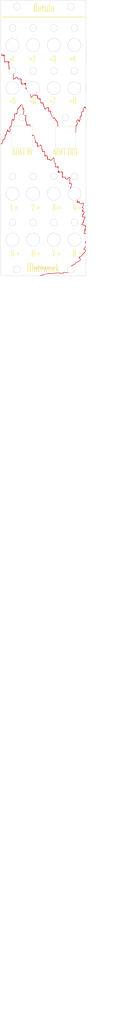
<source format=kicad_pcb>
(kicad_pcb (version 20221018) (generator pcbnew)
  (layers (0 "F.Cu" signal) (31 "B.Cu" signal) (34 "B.Paste" user) (35 "F.Paste" user) (36 "B.SilkS" user "B.Silkscreen") (37 "F.SilkS" user "F.Silkscreen") (38 "B.Mask" user) (39 "F.Mask" user) (44 "Edge.Cuts" user))
  (net 0 "")
  (footprint "" (layer "F.Cu") (at 104.98 143.41)
    (fp_text reference "" (at 0 0) (layer "F.SilkS") (effects (font (size 1.27 1.27))))
    (fp_text value "" (at 0 0) (layer "F.SilkS") (effects (font (size 1.27 1.27))))
    (pad "1" thru_hole circle (at 0 0) (size 6.2 6.2) (drill 6.1) (layers "*.Cu" "*.Mask"))
  )
  (footprint "" (layer "F.Cu") (at 95.31 122.04)
    (fp_text reference "" (at 0 0) (layer "F.SilkS") (effects (font (size 1.27 1.27))))
    (fp_text value "" (at 0 0) (layer "F.SilkS") (effects (font (size 1.27 1.27))))
    (pad "1" thru_hole circle (at 0 0) (size 6.2 6.2) (drill 6.1) (layers "*.Cu" "*.Mask"))
  )
  (footprint "Eigenes:Bohrung3_1mm" (layer "F.Cu") (at 124.32 114.02)
    (fp_text reference "REF**" hide)
    (fp_text value "Bohrung3_1mm")
    (pad "1" thru_hole circle (at 0 0) (size 3.2 3.2) (drill 3.1) (layers "*.Cu" "*.Mask"))
  )
  (footprint "" (layer "F.Cu") (at 114.65 114.02)
    (fp_text reference "" (at 0 0) (layer "F.SilkS") (effects (font (size 1.27 1.27))))
    (fp_text value "" (at 0 0) (layer "F.SilkS") (effects (font (size 1.27 1.27))))
    (pad "1" thru_hole circle (at 0 0) (size 3.2 3.2) (drill 3.1) (layers "*.Cu" "*.Mask"))
  )
  (footprint "Eigenes:Bohrung3_1mm" (layer "F.Cu") (at 95.32 44.82)
    (fp_text reference "REF**" hide)
    (fp_text value "Bohrung3_1mm")
    (pad "1" thru_hole circle (at 0 0) (size 3.2 3.2) (drill 3.1) (layers "*.Cu" "*.Mask"))
  )
  (footprint "" (layer "F.Cu") (at 104.98 135.38)
    (fp_text reference "" (at 0 0) (layer "F.SilkS") (effects (font (size 1.27 1.27))))
    (fp_text value "" (at 0 0) (layer "F.SilkS") (effects (font (size 1.27 1.27))))
    (pad "1" thru_hole circle (at 0 0) (size 3.2 3.2) (drill 3.1) (layers "*.Cu" "*.Mask"))
  )
  (footprint "" (layer "F.Cu") (at 124.32 143.41)
    (fp_text reference "" (at 0 0) (layer "F.SilkS") (effects (font (size 1.27 1.27))))
    (fp_text value "" (at 0 0) (layer "F.SilkS") (effects (font (size 1.27 1.27))))
    (pad "1" thru_hole circle (at 0 0) (size 6.2 6.2) (drill 6.1) (layers "*.Cu" "*.Mask"))
  )
  (footprint "" (layer "F.Cu") (at 124.32 122.05)
    (fp_text reference "" (at 0 0) (layer "F.SilkS") (effects (font (size 1.27 1.27))))
    (fp_text value "" (at 0 0) (layer "F.SilkS") (effects (font (size 1.27 1.27))))
    (pad "1" thru_hole circle (at 0 0) (size 6.2 6.2) (drill 6.1) (layers "*.Cu" "*.Mask"))
  )
  (footprint "" (layer "F.Cu") (at 104.99 72.86)
    (fp_text reference "" (at 0 0) (layer "F.SilkS") (effects (font (size 1.27 1.27))))
    (fp_text value "" (at 0 0) (layer "F.SilkS") (effects (font (size 1.27 1.27))))
    (pad "1" thru_hole circle (at 0 0) (size 6.2 6.2) (drill 6.1) (layers "*.Cu" "*.Mask"))
  )
  (footprint "" (layer "F.Cu") (at 114.65 64.83)
    (fp_text reference "" (at 0 0) (layer "F.SilkS") (effects (font (size 1.27 1.27))))
    (fp_text value "" (at 0 0) (layer "F.SilkS") (effects (font (size 1.27 1.27))))
    (pad "1" thru_hole circle (at 0 0) (size 3.2 3.2) (drill 3.1) (layers "*.Cu" "*.Mask"))
  )
  (footprint "" (layer "F.Cu") (at 114.65 135.38)
    (fp_text reference "" (at 0 0) (layer "F.SilkS") (effects (font (size 1.27 1.27))))
    (fp_text value "" (at 0 0) (layer "F.SilkS") (effects (font (size 1.27 1.27))))
    (pad "1" thru_hole circle (at 0 0) (size 3.2 3.2) (drill 3.1) (layers "*.Cu" "*.Mask"))
  )
  (footprint "Eigenes:Bohrung3_2mm" (layer "F.Cu") (at 122.55 34.86)
    (fp_text reference "REF**" hide)
    (fp_text value "Bohrung3_2mm")
    (pad "1" thru_hole circle (at 0 0) (size 3.3 3.3) (drill 3.2) (layers "*.Cu" "*.Mask"))
  )
  (footprint "Eigenes:Bohrung3_2mm" (layer "F.Cu") (at 122.55 157.36)
    (fp_text reference "REF**" hide)
    (fp_text value "Bohrung3_2mm")
    (pad "1" thru_hole circle (at 0 0) (size 3.3 3.3) (drill 3.2) (layers "*.Cu" "*.Mask"))
  )
  (footprint "Eigenes:Bohrung3_2mm" (layer "F.Cu") (at 97.27 157.36)
    (fp_text reference "REF**" hide)
    (fp_text value "Bohrung3_2mm")
    (pad "1" thru_hole circle (at 0 0) (size 3.3 3.3) (drill 3.2) (layers "*.Cu" "*.Mask"))
  )
  (footprint "Eigenes:Bohrung3_1mm" (layer "F.Cu") (at 104.98 44.81)
    (fp_text reference "REF**" hide)
    (fp_text value "Bohrung3_1mm")
    (pad "1" thru_hole circle (at 0 0) (size 3.2 3.2) (drill 3.1) (layers "*.Cu" "*.Mask"))
  )
  (footprint "Eigenes:Bohrung3_2mm" (layer "F.Cu") (at 97.26 34.85)
    (fp_text reference "REF**" hide)
    (fp_text value "Bohrung3_2mm")
    (pad "1" thru_hole circle (at 0 0) (size 3.3 3.3) (drill 3.2) (layers "*.Cu" "*.Mask"))
  )
  (footprint "" (layer "F.Cu") (at 95.32 64.82)
    (fp_text reference "" (at 0 0) (layer "F.SilkS") (effects (font (size 1.27 1.27))))
    (fp_text value "" (at 0 0) (layer "F.SilkS") (effects (font (size 1.27 1.27))))
    (pad "1" thru_hole circle (at 0 0) (size 3.2 3.2) (drill 3.1) (layers "*.Cu" "*.Mask"))
  )
  (footprint "" (layer "F.Cu") (at 104.98 122.05)
    (fp_text reference "" (at 0 0) (layer "F.SilkS") (effects (font (size 1.27 1.27))))
    (fp_text value "" (at 0 0) (layer "F.SilkS") (effects (font (size 1.27 1.27))))
    (pad "1" thru_hole circle (at 0 0) (size 6.2 6.2) (drill 6.1) (layers "*.Cu" "*.Mask"))
  )
  (footprint "" (layer "F.Cu") (at 95.32 114.02)
    (fp_text reference "" (at 0 0) (layer "F.SilkS") (effects (font (size 1.27 1.27))))
    (fp_text value "" (at 0 0) (layer "F.SilkS") (effects (font (size 1.27 1.27))))
    (pad "1" thru_hole circle (at 0 0) (size 3.2 3.2) (drill 3.1) (layers "*.Cu" "*.Mask"))
  )
  (footprint "" (layer "F.Cu") (at 95.32 135.38)
    (fp_text reference "" (at 0 0) (layer "F.SilkS") (effects (font (size 1.27 1.27))))
    (fp_text value "" (at 0 0) (layer "F.SilkS") (effects (font (size 1.27 1.27))))
    (pad "1" thru_hole circle (at 0 0) (size 3.2 3.2) (drill 3.1) (layers "*.Cu" "*.Mask"))
  )
  (footprint "" (layer "F.Cu") (at 95.31 143.4)
    (fp_text reference "" (at 0 0) (layer "F.SilkS") (effects (font (size 1.27 1.27))))
    (fp_text value "" (at 0 0) (layer "F.SilkS") (effects (font (size 1.27 1.27))))
    (pad "1" thru_hole circle (at 0 0) (size 6.2 6.2) (drill 6.1) (layers "*.Cu" "*.Mask"))
  )
  (footprint "" (layer "F.Cu") (at 104.98 114.02)
    (fp_text reference "" (at 0 0) (layer "F.SilkS") (effects (font (size 1.27 1.27))))
    (fp_text value "" (at 0 0) (layer "F.SilkS") (effects (font (size 1.27 1.27))))
    (pad "1" thru_hole circle (at 0 0) (size 3.2 3.2) (drill 3.1) (layers "*.Cu" "*.Mask"))
  )
  (footprint "Eigenes:Bohrung3_1mm" (layer "F.Cu") (at 124.32 135.37)
    (fp_text reference "REF**" hide)
    (fp_text value "Bohrung3_1mm")
    (pad "1" thru_hole circle (at 0 0) (size 3.2 3.2) (drill 3.1) (layers "*.Cu" "*.Mask"))
  )
  (footprint "Eigenes:Bohrung3_1mm" (layer "F.Cu") (at 124.32 44.82)
    (fp_text reference "REF**" hide)
    (fp_text value "Bohrung3_1mm")
    (pad "1" thru_hole circle (at 0 0) (size 3.2 3.2) (drill 3.1) (layers "*.Cu" "*.Mask"))
  )
  (footprint "Eigenes:Bohrung3_1mm" (layer "F.Cu") (at 114.65 44.81)
    (fp_text reference "REF**" hide)
    (fp_text value "Bohrung3_1mm")
    (pad "1" thru_hole circle (at 0 0) (size 3.2 3.2) (drill 3.1) (layers "*.Cu" "*.Mask"))
  )
  (footprint "" (layer "F.Cu") (at 114.66 72.85)
    (fp_text reference "" (at 0 0) (layer "F.SilkS") (effects (font (size 1.27 1.27))))
    (fp_text value "" (at 0 0) (layer "F.SilkS") (effects (font (size 1.27 1.27))))
    (pad "1" thru_hole circle (at 0 0) (size 6.2 6.2) (drill 6.1) (layers "*.Cu" "*.Mask"))
  )
  (footprint "" (layer "F.Cu") (at 124.32 72.85)
    (fp_text reference "" (at 0 0) (layer "F.SilkS") (effects (font (size 1.27 1.27))))
    (fp_text value "" (at 0 0) (layer "F.SilkS") (effects (font (size 1.27 1.27))))
    (pad "1" thru_hole circle (at 0 0) (size 6.2 6.2) (drill 6.1) (layers "*.Cu" "*.Mask"))
  )
  (footprint "" (layer "F.Cu") (at 104.98 64.83)
    (fp_text reference "" (at 0 0) (layer "F.SilkS") (effects (font (size 1.27 1.27))))
    (fp_text value "" (at 0 0) (layer "F.SilkS") (effects (font (size 1.27 1.27))))
    (pad "1" thru_hole circle (at 0 0) (size 3.2 3.2) (drill 3.1) (layers "*.Cu" "*.Mask"))
  )
  (footprint "" (layer "F.Cu") (at 99.78 85.62)
    (fp_text reference "" (at 0 0) (layer "F.SilkS") (effects (font (size 1.27 1.27))))
    (fp_text value "" (at 0 0) (layer "F.SilkS") (effects (font (size 1.27 1.27))))
    (pad "1" thru_hole circle (at 0 1) (size 3.1 3.1) (drill 3) (layers "*.Cu" "*.Mask"))
  )
  (footprint "" (layer "F.Cu") (at 95.32 72.85)
    (fp_text reference "" (at 0 0) (layer "F.SilkS") (effects (font (size 1.27 1.27))))
    (fp_text value "" (at 0 0) (layer "F.SilkS") (effects (font (size 1.27 1.27))))
    (pad "1" thru_hole circle (at 0 0) (size 6.2 6.2) (drill 6.1) (layers "*.Cu" "*.Mask"))
  )
  (footprint "" (layer "F.Cu") (at 114.65 143.41)
    (fp_text reference "" (at 0 0) (layer "F.SilkS") (effects (font (size 1.27 1.27))))
    (fp_text value "" (at 0 0) (layer "F.SilkS") (effects (font (size 1.27 1.27))))
    (pad "1" thru_hole circle (at 0 0) (size 6.2 6.2) (drill 6.1) (layers "*.Cu" "*.Mask"))
  )
  (footprint "Eigenes:Bohrung6_1mm" (layer "F.Cu") (at 104.98 52.84)
    (fp_text reference "REF**" (at 0 0.5) (layer "F.SilkS"))
    (fp_text value "Bohrung6_1mm")
    (pad "1" thru_hole circle (at 0 0) (size 6.2 6.2) (drill 6.1) (layers "*.Cu" "*.Mask"))
  )
  (footprint "" (layer "F.Cu") (at 114.65 122.06)
    (fp_text reference "" (at 0 0) (layer "F.SilkS") (effects (font (size 1.27 1.27))))
    (fp_text value "" (at 0 0) (layer "F.SilkS") (effects (font (size 1.27 1.27))))
    (pad "1" thru_hole circle (at 0 0) (size 6.2 6.2) (drill 6.1) (layers "*.Cu" "*.Mask"))
  )
  (footprint "Eigenes:Bohrung3_1mm" (layer "F.Cu") (at 124.32 64.83)
    (fp_text reference "REF**" hide)
    (fp_text value "Bohrung3_1mm")
    (pad "1" thru_hole circle (at 0 0) (size 3.2 3.2) (drill 3.1) (layers "*.Cu" "*.Mask"))
  )
  (footprint "Eigenes:Bohrung6_1mm" (layer "F.Cu") (at 124.32 52.84)
    (fp_text reference "REF**" (at 0 0.5) (layer "F.SilkS"))
    (fp_text value "Bohrung6_1mm")
    (pad "1" thru_hole circle (at 0 0) (size 6.2 6.2) (drill 6.1) (layers "*.Cu" "*.Mask"))
  )
  (footprint "" (layer "F.Cu") (at 120.11 85.62)
    (fp_text reference "" (at 0 0) (layer "F.SilkS") (effects (font (size 1.27 1.27))))
    (fp_text value "" (at 0 0) (layer "F.SilkS") (effects (font (size 1.27 1.27))))
    (pad "1" thru_hole circle (at 0 1) (size 3.1 3.1) (drill 3) (layers "*.Cu" "*.Mask"))
  )
  (footprint "Eigenes:Bohrung6_1mm" (layer "F.Cu") (at 95.32 52.85)
    (fp_text reference "REF**" (at 0 0.5) (layer "F.SilkS"))
    (fp_text value "Bohrung6_1mm")
    (pad "1" thru_hole circle (at 0 0) (size 6.2 6.2) (drill 6.1) (layers "*.Cu" "*.Mask"))
  )
  (footprint "Eigenes:Bohrung6_1mm" (layer "F.Cu") (at 114.65 52.84)
    (fp_text reference "REF**" (at 0 0.5) (layer "F.SilkS"))
    (fp_text value "Bohrung6_1mm")
    (pad "1" thru_hole circle (at 0 0) (size 6.2 6.2) (drill 6.1) (layers "*.Cu" "*.Mask"))
  )
  (gr_poly (pts (xy 97.74981 67.752557) (xy 97.760032 67.755107) (xy 97.770095 67.759147) (xy 97.779971 67.764625) (xy 97.789636 67.771488) (xy 97.799061 67.779682) (xy 97.817093 67.799852) (xy 97.833858 67.824713) (xy 97.849146 67.853839) (xy 97.862749 67.886807) (xy 97.874457 67.923192) (xy 97.884062 67.962571) (xy 97.891355 68.004518) (xy 97.896126 68.048611) (xy 97.898167 68.094424) (xy 97.897268 68.141534) (xy 97.893221 68.189516) (xy 97.885816 68.237947) (xy 97.874844 68.286402) (xy 97.858823 68.349172) (xy 97.84688 68.40406) (xy 97.839984 68.451309) (xy 97.839103 68.49116) (xy 97.84122 68.508386) (xy 97.845204 68.523854) (xy 97.851176 68.537593) (xy 97.859256 68.549633) (xy 97.869566 68.560004) (xy 97.882226 68.568737) (xy 97.897358 68.575862) (xy 97.915083 68.58141) (xy 97.935521 68.585409) (xy 97.958793 68.587891) (xy 98.014326 68.588422) (xy 98.082648 68.583246) (xy 98.164728 68.572602) (xy 98.261533 68.556733) (xy 98.374033 68.53588) (xy 98.649983 68.480189) (xy 98.938462 68.422479) (xy 99.055055 68.403081) (xy 99.154865 68.391642) (xy 99.198863 68.389294) (xy 99.23913 68.389401) (xy 99.27582 68.392118) (xy 99.309087 68.3976) (xy 99.339087 68.406002) (xy 99.365974 68.417479) (xy 99.389902 68.432186) (xy 99.411026 68.450277) (xy 99.429501 68.47191) (xy 99.445481 68.497237) (xy 99.459121 68.526415) (xy 99.470576 68.559597) (xy 99.480001 68.596941) (xy 99.487549 68.638599) (xy 99.497635 68.735483) (xy 99.502073 68.85149) (xy 99.502099 68.987859) (xy 99.493863 69.326647) (xy 99.493863 69.327166) (xy 99.49146 69.611411) (xy 99.502233 69.865075) (xy 99.512744 69.980543) (xy 99.52677 70.088492) (xy 99.544384 70.188964) (xy 99.565661 70.282) (xy 99.590674 70.367644) (xy 99.619496 70.445936) (xy 99.652202 70.51692) (xy 99.688865 70.580637) (xy 99.729558 70.637129) (xy 99.774357 70.686438) (xy 99.823333 70.728607) (xy 99.876561 70.763678) (xy 99.934115 70.791692) (xy 99.996068 70.812692) (xy 100.062494 70.826719) (xy 100.133467 70.833817) (xy 100.20906 70.834027) (xy 100.289347 70.82739) (xy 100.374402 70.81395) (xy 100.464299 70.793748) (xy 100.559111 70.766827) (xy 100.658912 70.733228) (xy 100.763775 70.692993) (xy 100.873775 70.646166) (xy 101.109479 70.532898) (xy 101.366612 70.393763) (xy 101.421464 70.363342) (xy 101.469752 70.33843) (xy 101.511745 70.319547) (xy 101.547715 70.307213) (xy 101.563525 70.303664) (xy 101.577931 70.301948) (xy 101.590966 70.302129) (xy 101.602664 70.304273) (xy 101.613059 70.308444) (xy 101.622185 70.314707) (xy 101.630076 70.323128) (xy 101.636764 70.333771) (xy 101.642285 70.346701) (xy 101.646672 70.361984) (xy 101.649959 70.379685) (xy 101.652179 70.399868) (xy 101.653555 70.447941) (xy 101.651071 70.506725) (xy 101.644998 70.576738) (xy 101.635605 70.658502) (xy 101.607945 70.859362) (xy 101.580366 71.066359) (xy 101.559408 71.263111) (xy 101.545046 71.449564) (xy 101.53726 71.625661) (xy 101.536026 71.791348) (xy 101.541323 71.946569) (xy 101.553127 72.091267) (xy 101.561462 72.159654) (xy 101.571416 72.225389) (xy 101.582985 72.288466) (xy 101.596167 72.348877) (xy 101.61096 72.406617) (xy 101.627359 72.461678) (xy 101.645364 72.514053) (xy 101.664969 72.563735) (xy 101.686174 72.610717) (xy 101.708974 72.654992) (xy 101.733368 72.696554) (xy 101.759352 72.735395) (xy 101.786924 72.771509) (xy 101.816081 72.804888) (xy 101.846819 72.835526) (xy 101.879137 72.863415) (xy 101.913031 72.888549) (xy 101.948499 72.910921) (xy 101.95042 72.96783) (xy 101.953422 73.024678) (xy 101.9575 73.081448) (xy 101.962655 73.138127) (xy 101.968884 73.194697) (xy 101.976185 73.251143) (xy 101.984558 73.307451) (xy 101.994 73.363604) (xy 101.910685 73.387366) (xy 101.83629 73.406927) (xy 101.770351 73.422209) (xy 101.740407 73.428222) (xy 101.712403 73.433137) (xy 101.686281 73.436943) (xy 101.661983 73.439632) (xy 101.639451 73.441194) (xy 101.618627 73.44162) (xy 101.599454 73.440899) (xy 101.581872 73.439022) (xy 101.565825 73.435981) (xy 101.551253 73.431764) (xy 101.5381 73.426363) (xy 101.526307 73.419767) (xy 101.515816 73.411968) (xy 101.506569 73.402956) (xy 101.498508 73.392721) (xy 101.491576 73.381254) (xy 101.485714 73.368545) (xy 101.480864 73.354584) (xy 101.476968 73.339362) (xy 101.473968 73.32287) (xy 101.471807 73.305097) (xy 101.470427 73.286035) (xy 101.469768 73.265673) (xy 101.469774 73.244002) (xy 101.471547 73.196695) (xy 101.479227 73.040142) (xy 101.484168 72.88948) (xy 101.486364 72.744694) (xy 101.485807 72.605772) (xy 101.482491 72.472701) (xy 101.476408 72.345467) (xy 101.467551 72.224057) (xy 101.455913 72.108458) (xy 101.441486 71.998656) (xy 101.424265 71.894639) (xy 101.404241 71.796393) (xy 101.381408 71.703904) (xy 101.355758 71.61716) (xy 101.327284 71.536147) (xy 101.29598 71.460852) (xy 101.261838 71.391261) (xy 101.22485 71.327362) (xy 101.185011 71.269141) (xy 101.142312 71.216585) (xy 101.096747 71.169681) (xy 101.048309 71.128415) (xy 100.99699 71.092774) (xy 100.942783 71.062745) (xy 100.885682 71.038314) (xy 100.825678 71.019469) (xy 100.762766 71.006196) (xy 100.696937 70.998481) (xy 100.628185 70.996312) (xy 100.556503 70.999675) (xy 100.481884 71.008558) (xy 100.40432 71.022946) (xy 100.323804 71.042826) (xy 100.153619 71.087096) (xy 100.002098 71.119467) (xy 99.868068 71.138188) (xy 99.807245 71.141883) (xy 99.750355 71.141508) (xy 99.697251 71.136846) (xy 99.647785 71.127676) (xy 99.601812 71.113781) (xy 99.559185 71.094941) (xy 99.519757 71.070937) (xy 99.483381 71.041551) (xy 99.44991 71.006563) (xy 99.419199 70.965756) (xy 99.391099 70.918909) (xy 99.365465 70.865804) (xy 99.34215 70.806222) (xy 99.321007 70.739945) (xy 99.284649 70.586427) (xy 99.255219 70.403499) (xy 99.231543 70.18941) (xy 99.212447 69.94241) (xy 99.196757 69.660746) (xy 99.183301 69.342669) (xy 99.173223 69.109211) (xy 99.166697 69.015248) (xy 99.157876 68.935328) (xy 99.152299 68.900369) (xy 99.145783 68.868603) (xy 99.138204 68.839922) (xy 99.12944 68.814221) (xy 99.119369 68.791394) (xy 99.107869 68.771334) (xy 99.094819 68.753934) (xy 99.080094 68.73909) (xy 99.063574 68.726694) (xy 99.045136 68.716641) (xy 99.024658 68.708823) (xy 99.002018 68.703136) (xy 98.977093 68.699472) (xy 98.949762 68.697725) (xy 98.919902 68.697789) (xy 98.887391 68.699559) (xy 98.813927 68.707787) (xy 98.728392 68.721559) (xy 98.517201 68.762339) (xy 98.439225 68.776296) (xy 98.363729 68.786598) (xy 98.290792 68.793328) (xy 98.220493 68.796573) (xy 98.152913 68.796419) (xy 98.088129 68.792952) (xy 98.026222 68.786256) (xy 97.967271 68.776417) (xy 97.911355 68.763522) (xy 97.858553 68.747656) (xy 97.808945 68.728904) (xy 97.76261 68.707353) (xy 97.719627 68.683087) (xy 97.680076 68.656193) (xy 97.644037 68.626756) (xy 97.611587 68.594862) (xy 97.582808 68.560596) (xy 97.557777 68.524045) (xy 97.536574 68.485293) (xy 97.51928 68.444427) (xy 97.505972 68.401532) (xy 97.496731 68.356693) (xy 97.491635 68.309997) (xy 97.490764 68.26153) (xy 97.494197 68.211375) (xy 97.502014 68.159621) (xy 97.514294 68.106351) (xy 97.531116 68.051652) (xy 97.55256 67.995609) (xy 97.578704 67.938309) (xy 97.609629 67.879836) (xy 97.645413 67.820276) (xy 97.65122 67.811522) (xy 97.657053 67.803402) (xy 97.662906 67.795908) (xy 97.668779 67.789032) (xy 97.674667 67.782766) (xy 97.680566 67.7771) (xy 97.686475 67.772025) (xy 97.692389 67.767534) (xy 97.698306 67.763618) (xy 97.704221 67.760268) (xy 97.710133 67.757475) (xy 97.713086 67.756286) (xy 97.716037 67.755232) (xy 97.718985 67.754313) (xy 97.72193 67.753528) (xy 97.724872 67.752877) (xy 97.72781 67.752357) (xy 97.730743 67.751967) (xy 97.733672 67.751708) (xy 97.736596 67.751577) (xy 97.739514 67.751574) (xy 97.739453 67.751551)) (fill solid) (layer "F.Cu"))
  (gr_poly (pts (xy 95.791327 66.287794) (xy 95.784007 66.328871) (xy 95.777787 66.370849) (xy 95.772683 66.413577) (xy 95.768707 66.456907) (xy 95.765876 66.500689) (xy 95.764204 66.544772) (xy 95.763706 66.589008) (xy 95.764396 66.633246) (xy 95.766289 66.677337) (xy 95.769399 66.721131) (xy 95.773742 66.764479) (xy 95.779332 66.807231) (xy 95.786184 66.849237) (xy 95.794312 66.890348) (xy 95.803731 66.930414) (xy 95.817883 66.990774) (xy 95.830659 67.055067) (xy 95.842032 67.122719) (xy 95.851975 67.193159) (xy 95.860464 67.265815) (xy 95.86747 67.340115) (xy 95.876932 67.491358) (xy 95.88015 67.64231) (xy 95.879352 67.716247) (xy 95.876913 67.788395) (xy 95.872808 67.858182) (xy 95.867011 67.925036) (xy 95.859494 67.988384) (xy 95.850232 68.047655) (xy 95.832197 68.160312) (xy 95.820836 68.257653) (xy 95.816757 68.339636) (xy 95.817641 68.374855) (xy 95.820574 68.406217) (xy 95.825633 68.433717) (xy 95.832895 68.457351) (xy 95.842436 68.477112) (xy 95.854332 68.492994) (xy 95.86866 68.504993) (xy 95.885496 68.513103) (xy 95.904916 68.517318) (xy 95.926997 68.517633) (xy 95.951815 68.514042) (xy 95.979446 68.50654) (xy 96.009968 68.495121) (xy 96.043455 68.47978) (xy 96.119633 68.43731) (xy 96.208592 68.379085) (xy 96.310942 68.305061) (xy 96.427295 68.215195) (xy 96.55826 68.109441) (xy 96.704449 67.987757) (xy 96.766045 67.936926) (xy 96.827283 67.888386) (xy 96.887787 67.842352) (xy 96.947182 67.799039) (xy 97.005092 67.758662) (xy 97.061142 67.721434) (xy 97.114957 67.687572) (xy 97.166159 67.65729) (xy 97.214375 67.630802) (xy 97.259228 67.608324) (xy 97.300343 67.590071) (xy 97.337343 67.576257) (xy 97.354184 67.571081) (xy 97.369855 67.567097) (xy 97.384309 67.564329) (xy 97.397501 67.562805) (xy 97.409382 67.562553) (xy 97.419907 67.563598) (xy 97.429027 67.565968) (xy 97.436696 67.569689) (xy 97.451546 67.585309) (xy 97.456724 67.606611) (xy 97.452759 67.633189) (xy 97.440181 67.664638) (xy 97.419518 67.70055) (xy 97.3913 67.740519) (xy 97.314312 67.831007) (xy 97.213449 67.932852) (xy 97.092944 68.042805) (xy 96.957029 68.157617) (xy 96.809935 68.274038) (xy 96.655895 68.388821) (xy 96.499141 68.498716) (xy 96.343904 68.600474) (xy 96.194417 68.690846) (xy 96.054911 68.766583) (xy 95.92962 68.824435) (xy 95.822774 68.861154) (xy 95.777591 68.870574) (xy 95.738606 68.873491) (xy 95.728369 68.872426) (xy 95.718445 68.869449) (xy 95.708842 68.864608) (xy 95.69957 68.857952) (xy 95.682048 68.839383) (xy 95.665947 68.814126) (xy 95.651333 68.782563) (xy 95.638274 68.745079) (xy 95.626835 68.702056) (xy 95.617084 68.653877) (xy 95.609088 68.600926) (xy 95.602914 68.543586) (xy 95.598628 68.48224) (xy 95.596298 68.417271) (xy 95.59599 68.349063) (xy 95.597771 68.277998) (xy 95.601709 68.20446) (xy 95.607869 68.128832) (xy 95.614385 68.050729) (xy 95.619362 67.969926) (xy 95.624835 67.802726) (xy 95.624547 67.632246) (xy 95.618762 67.463502) (xy 95.60774 67.301508) (xy 95.591743 67.151279) (xy 95.581961 67.082144) (xy 95.571034 67.01783) (xy 95.558993 66.958965) (xy 95.545872 66.906176) (xy 95.535989 66.868042) (xy 95.527151 66.829342) (xy 95.519357 66.790236) (xy 95.512606 66.750886) (xy 95.506897 66.711451) (xy 95.502232 66.672094) (xy 95.498608 66.632973) (xy 95.496025 66.594251) (xy 95.494483 66.556087) (xy 95.49398 66.518644) (xy 95.494518 66.48208) (xy 95.496094 66.446558) (xy 95.498708 66.412237) (xy 95.502361 66.379279) (xy 95.50705 66.347845) (xy 95.512776 66.318094) (xy 95.549317 66.312363) (xy 95.585691 66.30575) (xy 95.621884 66.298261) (xy 95.65788 66.289898) (xy 95.693662 66.280667) (xy 95.729215 66.27057) (xy 95.764524 66.259612) (xy 95.799573 66.247797) (xy 95.799733 66.247767)) (fill solid) (layer "F.Cu"))
  (gr_poly (pts (xy 129.682713 146.676012) (xy 129.521858 146.861649) (xy 129.382056 147.024917) (xy 129.262806 147.167872) (xy 129.210733 147.232376) (xy 129.163612 147.292573) (xy 129.12138 147.348722) (xy 129.083974 147.401078) (xy 129.051333 147.4499) (xy 129.023394 147.495444) (xy 129.000095 147.537968) (xy 128.981374 147.577729) (xy 128.967168 147.614984) (xy 128.957414 147.64999) (xy 128.952052 147.683005) (xy 128.951017 147.714286) (xy 128.954249 147.74409) (xy 128.961684 147.772674) (xy 128.973261 147.800296) (xy 128.988917 147.827212) (xy 129.008589 147.85368) (xy 129.032216 147.879957) (xy 129.059736 147.906301) (xy 129.091084 147.932968) (xy 129.126201 147.960216) (xy 129.165022 147.988301) (xy 129.253532 148.048016) (xy 129.356114 148.114168) (xy 129.456778 148.179036) (xy 129.502211 148.208793) (xy 129.544456 148.236935) (xy 129.583571 148.263587) (xy 129.619613 148.288875) (xy 129.652641 148.312925) (xy 129.682713 148.335863) (xy 129.682713 148.799929) (xy 129.645849 148.844656) (xy 129.626137 148.868276) (xy 129.60471 148.893435) (xy 128.444577 150.241152) (xy 128.359541 150.338622) (xy 128.273086 150.43511) (xy 128.185821 150.530041) (xy 128.098356 150.622843) (xy 128.011299 150.712942) (xy 127.925261 150.799763) (xy 127.840851 150.882734) (xy 127.758678 150.961279) (xy 127.679353 151.034826) (xy 127.603483 151.102801) (xy 127.53168 151.164629) (xy 127.464553 151.219738) (xy 127.40271 151.267553) (xy 127.346762 151.3075) (xy 127.297317 151.339007) (xy 127.254987 151.361498) (xy 127.15416 151.409678) (xy 127.065458 151.455868) (xy 127.025611 151.47836) (xy 126.988744 151.500525) (xy 126.95484 151.522421) (xy 126.923884 151.544105) (xy 126.895856 151.565633) (xy 126.870741 151.587063) (xy 126.848522 151.608451) (xy 126.829182 151.629855) (xy 126.812704 151.651333) (xy 126.799071 151.672939) (xy 126.788265 151.694733) (xy 126.780271 151.71677) (xy 126.775072 151.739109) (xy 126.772649 151.761805) (xy 126.772987 151.784915) (xy 126.776069 151.808498) (xy 126.781877 151.83261) (xy 126.790394 151.857307) (xy 126.801605 151.882648) (xy 126.815492 151.908688) (xy 126.832037 151.935485) (xy 126.851225 151.963096) (xy 126.873037 151.991579) (xy 126.897458 152.020989) (xy 126.92447 152.051384) (xy 126.954057 152.082821) (xy 127.020886 152.14905) (xy 127.065485 152.194368) (xy 127.104804 152.240217) (xy 127.138838 152.286604) (xy 127.167582 152.333536) (xy 127.191031 152.381022) (xy 127.209178 152.429068) (xy 127.22202 152.477681) (xy 127.229551 152.52687) (xy 127.231766 152.576642) (xy 127.228659 152.627004) (xy 127.220225 152.677963) (xy 127.20646 152.729528) (xy 127.187357 152.781705) (xy 127.162912 152.834501) (xy 127.133119 152.887925) (xy 127.097974 152.941984) (xy 127.05747 152.996685) (xy 127.011603 153.052036) (xy 126.903758 153.164716) (xy 126.774398 153.280084) (xy 126.623479 153.3982) (xy 126.450962 153.519122) (xy 126.256803 153.64291) (xy 126.040961 153.769625) (xy 125.803395 153.899325) (xy 125.660061 153.97599) (xy 125.528521 154.048436) (xy 125.408391 154.116978) (xy 125.299282 154.181933) (xy 125.200809 154.243619) (xy 125.112583 154.302351) (xy 125.034219 154.358448) (xy 124.998614 154.385606) (xy 124.96533 154.412224) (xy 124.934317 154.438341) (xy 124.905528 154.463998) (xy 124.878914 154.489232) (xy 124.854427 154.514085) (xy 124.832019 154.538595) (xy 124.811641 154.562803) (xy 124.793245 154.586747) (xy 124.776782 154.610468) (xy 124.762204 154.634005) (xy 124.749463 154.657398) (xy 124.73851 154.680685) (xy 124.729298 154.703908) (xy 124.721777 154.727105) (xy 124.7159 154.750316) (xy 124.711618 154.77358) (xy 124.708882 154.796938) (xy 124.702978 154.843343) (xy 124.693192 154.886693) (xy 124.679204 154.927202) (xy 124.660691 154.965087) (xy 124.637334 155.000564) (xy 124.608811 155.033848) (xy 124.574801 155.065154) (xy 124.534984 155.0947) (xy 124.489039 155.1227) (xy 124.436644 155.14937) (xy 124.377479 155.174927) (xy 124.311223 155.199585) (xy 124.237555 155.223561) (xy 124.156154 155.24707) (xy 124.066699 155.270328) (xy 123.968869 155.293551) (xy 123.861248 155.319536) (xy 123.759979 155.347019) (xy 123.665018 155.376054) (xy 123.576317 155.406695) (xy 123.49383 155.438996) (xy 123.454903 155.455786) (xy 123.417512 155.473011) (xy 123.381651 155.490678) (xy 123.347315 155.508794) (xy 123.314497 155.527366) (xy 123.283193 155.5464) (xy 123.253397 155.565903) (xy 123.225101 155.585883) (xy 123.198302 155.606344) (xy 123.172993 155.627296) (xy 123.149167 155.648743) (xy 123.126821 155.670693) (xy 123.105946 155.693153) (xy 123.086539 155.716129) (xy 123.068593 155.739629) (xy 123.052102 155.763659) (xy 123.037061 155.788225) (xy 123.023463 155.813335) (xy 123.011304 155.838995) (xy 123.000577 155.865212) (xy 122.991276 155.891993) (xy 122.983395 155.919344) (xy 122.708478 155.861437) (xy 122.71702 155.820448) (xy 122.728091 155.780071) (xy 122.741653 155.740339) (xy 122.757669 155.701285) (xy 122.79691 155.625334) (xy 122.845513 155.552479) (xy 122.903177 155.482975) (xy 122.969602 155.417082) (xy 123.044487 155.355057) (xy 123.127531 155.297157) (xy 123.218432 155.243642) (xy 123.316891 155.194767) (xy 123.422605 155.150792) (xy 123.535275 155.111974) (xy 123.654599 155.078571) (xy 123.780277 155.050841) (xy 123.912007 155.029041) (xy 124.049489 155.01343) (xy 124.111409 155.007075) (xy 124.167777 154.999377) (xy 124.21879 154.990179) (xy 124.242349 154.984967) (xy 124.264643 154.979321) (xy 124.285697 154.973221) (xy 124.305534 154.966646) (xy 124.324181 154.959578) (xy 124.34166 154.951996) (xy 124.357997 154.943881) (xy 124.373217 154.935212) (xy 124.387344 154.92597) (xy 124.400402 154.916136) (xy 124.412416 154.905689) (xy 124.423411 154.89461) (xy 124.433412 154.882879) (xy 124.442442 154.870475) (xy 124.450527 154.857381) (xy 124.457691 154.843575) (xy 124.463958 154.829037) (xy 124.469354 154.813749) (xy 124.473903 154.79769) (xy 124.477629 154.78084) (xy 124.480557 154.763181) (xy 124.482712 154.744691) (xy 124.484118 154.725351) (xy 124.4848 154.705142) (xy 124.484782 154.684043) (xy 124.48409 154.662035) (xy 124.485499 154.61727) (xy 124.494018 154.572577) (xy 124.510178 154.527528) (xy 124.53451 154.481695) (xy 124.567544 154.434651) (xy 124.609811 154.385966) (xy 124.661843 154.335215) (xy 124.72417 154.281967) (xy 124.797324 154.225797) (xy 124.881835 154.166275) (xy 124.978235 154.102973) (xy 125.087053 154.035465) (xy 125.208822 153.963321) (xy 125.344072 153.886114) (xy 125.65714 153.7148) (xy 125.913072 153.575375) (xy 126.140358 153.446179) (xy 126.243449 153.385127) (xy 126.339606 153.326283) (xy 126.428906 153.269533) (xy 126.511424 153.21476) (xy 126.587236 153.161849) (xy 126.656419 153.110682) (xy 126.719049 153.061146) (xy 126.775201 153.013122) (xy 126.824951 152.966496) (xy 126.868376 152.921152) (xy 126.905552 152.876973) (xy 126.936554 152.833843) (xy 126.961458 152.791648) (xy 126.980341 152.75027) (xy 126.993279 152.709593) (xy 127.000347 152.669503) (xy 127.001621 152.629882) (xy 126.997179 152.590615) (xy 126.987094 152.551586) (xy 126.971445 152.512679) (xy 126.950305 152.473778) (xy 126.923753 152.434767) (xy 126.891863 152.39553) (xy 126.854711 152.355951) (xy 126.812374 152.315914) (xy 126.764928 152.275303) (xy 126.712448 152.234003) (xy 126.655011 152.191897) (xy 126.562941 152.123219) (xy 126.485335 152.057866) (xy 126.452014 152.026281) (xy 126.422378 151.99534) (xy 126.396451 151.964981) (xy 126.374256 151.935141) (xy 126.355817 151.905758) (xy 126.341155 151.87677) (xy 126.330295 151.848115) (xy 126.323259 151.819729) (xy 126.320071 151.791551) (xy 126.320754 151.763518) (xy 126.325331 151.735568) (xy 126.333826 151.707638) (xy 126.346261 151.679666) (xy 126.362659 151.65159) (xy 126.383045 151.623347) (xy 126.40744 151.594875) (xy 126.435868 151.566112) (xy 126.468353 151.536994) (xy 126.504917 151.507461) (xy 126.545584 151.477448) (xy 126.639319 151.415738) (xy 126.749742 151.351365) (xy 126.87704 151.28383) (xy 127.021397 151.212633) (xy 127.077362 151.184015) (xy 127.135588 151.150769) (xy 127.195612 151.113298) (xy 127.256969 151.072004) (xy 127.319196 151.027292) (xy 127.381829 150.979564) (xy 127.444402 150.929224) (xy 127.506452 150.876673) (xy 127.567515 150.822316) (xy 127.627127 150.766555) (xy 127.684822 150.709793) (xy 127.740138 150.652434) (xy 127.79261 150.59488) (xy 127.841773 150.537534) (xy 127.887164 150.480801) (xy 127.928319 150.425081) (xy 128.017838 150.303951) (xy 128.127988 150.164176) (xy 128.254452 150.010734) (xy 128.392915 149.848604) (xy 128.539063 149.682764) (xy 128.688578 149.51819) (xy 128.837146 149.359861) (xy 128.98045 149.212755) (xy 129.202068 148.988319) (xy 129.289311 148.896233) (xy 129.36093 148.815588) (xy 129.390901 148.779092) (xy 129.41699 148.7449) (xy 129.439206 148.712826) (xy 129.457558 148.682685) (xy 129.472052 148.65429) (xy 129.482697 148.627457) (xy 129.489501 148.601999) (xy 129.492473 148.577732) (xy 129.491621 148.55447) (xy 129.486952 148.532026) (xy 129.478475 148.510216) (xy 129.466199 148.488854) (xy 129.45013 148.467754) (xy 129.430278 148.446731) (xy 129.40665 148.425599) (xy 129.379255 148.404172) (xy 129.348101 148.382266) (xy 129.313196 148.359694) (xy 129.232165 148.311811) (xy 129.136227 148.259038) (xy 129.025449 148.199892) (xy 128.914762 148.140598) (xy 128.819493 148.086798) (xy 128.740291 148.036134) (xy 128.706918 148.01124) (xy 128.677805 147.986244) (xy 128.653034 147.960853) (xy 128.632686 147.934771) (xy 128.616841 147.907702) (xy 128.605582 147.879353) (xy 128.598989 147.849428) (xy 128.597144 147.817632) (xy 128.600127 147.78367) (xy 128.608021 147.747248) (xy 128.620905 147.70807) (xy 128.638862 147.665841) (xy 128.661972 147.620266) (xy 128.690317 147.571051) (xy 128.763036 147.46052) (xy 128.857668 147.331886) (xy 128.974863 147.182792) (xy 129.11527 147.010876) (xy 129.46832 146.589144) (xy 129.579173 146.456469) (xy 129.631814 146.392665) (xy 129.682782 146.330248)) (fill solid) (layer "F.Cu"))
  (gr_poly (pts (xy 89.91879 56.805586) (xy 89.918645 56.805554) (xy 89.91879 56.805477)) (fill solid) (layer "F.Cu"))
  (gr_poly (pts (xy 99.533307 80.470232) (xy 99.564582 80.470765) (xy 99.595513 80.473572) (xy 99.626077 80.47865) (xy 99.656253 80.485996) (xy 99.715352 80.507482) (xy 99.772635 80.538009) (xy 99.827923 80.577557) (xy 99.881043 80.626105) (xy 99.931817 80.683631) (xy 99.980069 80.750115) (xy 100.025624 80.825535) (xy 100.068305 80.909871) (xy 100.107936 81.003101) (xy 100.144342 81.105205) (xy 100.177346 81.216162) (xy 100.206772 81.335951) (xy 100.232444 81.46455) (xy 100.254185 81.601938) (xy 100.267307 81.687658) (xy 100.282659 81.772625) (xy 100.300051 81.856328) (xy 100.319292 81.938257) (xy 100.340193 82.017902) (xy 100.362563 82.094751) (xy 100.386212 82.168296) (xy 100.410949 82.238024) (xy 100.436586 82.303426) (xy 100.462931 82.363992) (xy 100.489794 82.41921) (xy 100.516985 82.468571) (xy 100.544314 82.511564) (xy 100.571591 82.547679) (xy 100.58515 82.562997) (xy 100.598625 82.576404) (xy 100.611991 82.587837) (xy 100.625226 82.597231) (xy 100.65615 82.622399) (xy 100.683001 82.656113) (xy 100.70578 82.698525) (xy 100.724486 82.749785) (xy 100.739119 82.810047) (xy 100.749679 82.879461) (xy 100.756165 82.958178) (xy 100.758578 83.046352) (xy 100.756917 83.144132) (xy 100.751183 83.251671) (xy 100.741375 83.36912) (xy 100.727493 83.49663) (xy 100.687506 83.782444) (xy 100.631222 84.110323) (xy 100.503814 84.80403) (xy 100.428654 85.218775) (xy 100.397449 85.206036) (xy 100.365982 85.193993) (xy 100.334265 85.182651) (xy 100.30231 85.172013) (xy 100.270128 85.162083) (xy 100.237731 85.152864) (xy 100.20513 85.144361) (xy 100.172337 85.136576) (xy 100.225294 84.834204) (xy 100.294545 84.46573) (xy 100.480336 83.501017) (xy 100.49056 83.44509) (xy 100.499523 83.390849) (xy 100.507245 83.338354) (xy 100.513745 83.287668) (xy 100.519042 83.238852) (xy 100.523156 83.191968) (xy 100.526105 83.147076) (xy 100.527909 83.10424) (xy 100.528588 83.063521) (xy 100.52816 83.02498) (xy 100.526645 82.988679) (xy 100.524061 82.95468) (xy 100.520429 82.923043) (xy 100.515768 82.893832) (xy 100.510096 82.867108) (xy 100.503433 82.842932) (xy 100.495798 82.821366) (xy 100.487211 82.802471) (xy 100.477691 82.78631) (xy 100.467256 82.772944) (xy 100.461702 82.767328) (xy 100.455927 82.762434) (xy 100.449932 82.75827) (xy 100.443722 82.754843) (xy 100.437297 82.752161) (xy 100.43066 82.750231) (xy 100.423815 82.749062) (xy 100.416762 82.748661) (xy 100.409505 82.749036) (xy 100.402046 82.750195) (xy 100.394388 82.752145) (xy 100.386532 82.754893) (xy 100.370238 82.762818) (xy 100.353184 82.774031) (xy 100.335389 82.788594) (xy 100.316873 82.806569) (xy 100.297654 82.828016) (xy 100.277753 82.852999) (xy 100.238747 82.899258) (xy 100.220263 82.917146) (xy 100.202483 82.931611) (xy 100.185421 82.942706) (xy 100.169096 82.950485) (xy 100.153525 82.955) (xy 100.138723 82.956306) (xy 100.124709 82.954456) (xy 100.111499 82.949503) (xy 100.09911 82.9415) (xy 100.087559 82.930502) (xy 100.076864 82.916561) (xy 100.06704 82.899731) (xy 100.050076 82.857617) (xy 100.036804 82.804587) (xy 100.027359 82.741069) (xy 100.021876 82.667489) (xy 100.020492 82.584276) (xy 100.023342 82.491856) (xy 100.030562 82.390657) (xy 100.042286 82.281106) (xy 100.058652 82.16363) (xy 100.071393 82.056653) (xy 100.077495 81.945798) (xy 100.07726 81.832172) (xy 100.070988 81.716887) (xy 100.058984 81.60105) (xy 100.041548 81.485771) (xy 100.018982 81.372159) (xy 99.991589 81.261322) (xy 99.959671 81.154371) (xy 99.923529 81.052414) (xy 99.883466 80.95656) (xy 99.839783 80.867919) (xy 99.792784 80.787599) (xy 99.768134 80.750906) (xy 99.742768 80.71671) (xy 99.716724 80.685149) (xy 99.69004 80.656361) (xy 99.662752 80.630485) (xy 99.6349 80.60766) (xy 99.630249 80.605804) (xy 99.624198 80.606143) (xy 99.608063 80.613213) (xy 99.58682 80.628467) (xy 99.560799 80.651504) (xy 99.530327 80.681924) (xy 99.495732 80.719324) (xy 99.415485 80.813463) (xy 99.322681 80.930711) (xy 99.219942 81.067857) (xy 99.109891 81.22169) (xy 98.995152 81.389002) (xy 98.936592 81.474879) (xy 98.877385 81.559211) (xy 98.817938 81.641524) (xy 98.758653 81.721346) (xy 98.699936 81.798202) (xy 98.642189 81.871619) (xy 98.585819 81.941123) (xy 98.531228 82.006241) (xy 98.478821 82.0665) (xy 98.429002 82.121425) (xy 98.382176 82.170544) (xy 98.338747 82.213382) (xy 98.299119 82.249467) (xy 98.263695 82.278325) (xy 98.232882 82.299481) (xy 98.21933 82.307024) (xy 98.207082 82.312464) (xy 98.182906 82.327346) (xy 98.156857 82.354078) (xy 98.129177 82.391997) (xy 98.100109 82.440444) (xy 98.069897 82.498756) (xy 98.038785 82.566274) (xy 98.007015 82.642336) (xy 97.974831 82.72628) (xy 97.910196 82.915175) (xy 97.846824 83.127671) (xy 97.786665 83.358479) (xy 97.731663 83.602312) (xy 97.680588 83.842658) (xy 97.632345 84.05875) (xy 97.586508 84.251424) (xy 97.564357 84.33924) (xy 97.542648 84.421516) (xy 97.521325 84.498354) (xy 97.500337 84.56986) (xy 97.47963 84.636138) (xy 97.459149 84.697293) (xy 97.438842 84.753428) (xy 97.418655 84.804649) (xy 97.398535 84.851061) (xy 97.378428 84.892766) (xy 97.358281 84.929871) (xy 97.338041 84.962478) (xy 97.317653 84.990693) (xy 97.297065 85.014621) (xy 97.276222 85.034365) (xy 97.255073 85.05003) (xy 97.244366 85.056366) (xy 97.233562 85.061721) (xy 97.222654 85.066109) (xy 97.211637 85.069542) (xy 97.200502 85.072033) (xy 97.189244 85.073597) (xy 97.177855 85.074245) (xy 97.16633 85.073991) (xy 97.142841 85.070828) (xy 97.118724 85.064213) (xy 97.093925 85.05425) (xy 97.068391 85.041044) (xy 97.042069 85.024699) (xy 97.014905 85.00532) (xy 96.939957 84.954441) (xy 96.870276 84.919405) (xy 96.837354 84.907938) (xy 96.805681 84.900562) (xy 96.775235 84.897323) (xy 96.745991 84.898263) (xy 96.717929 84.903426) (xy 96.691024 84.912857) (xy 96.665255 84.926598) (xy 96.640599 84.944694) (xy 96.617033 84.967188) (xy 96.594534 84.994124) (xy 96.57308 85.025546) (xy 96.552647 85.061498) (xy 96.514758 85.147165) (xy 96.480685 85.251475) (xy 96.450245 85.374778) (xy 96.423259 85.517425) (xy 96.399544 85.679766) (xy 96.378918 85.862149) (xy 96.361201 86.064926) (xy 96.346211 86.288447) (xy 96.328744 86.54547) (xy 96.318653 86.665864) (xy 96.307646 86.780871) (xy 96.295714 86.890508) (xy 96.282848 86.994794) (xy 96.269041 87.093748) (xy 96.254282 87.187388) (xy 96.238564 87.275732) (xy 96.221877 87.3588) (xy 96.204214 87.436608) (xy 96.185564 87.509176) (xy 96.165921 87.576521) (xy 96.145275 87.638663) (xy 96.123617 87.69562) (xy 96.100939 87.74741) (xy 96.077231 87.794051) (xy 96.052487 87.835562) (xy 96.026695 87.871962) (xy 95.999849 87.903268) (xy 95.97194 87.929498) (xy 95.942957 87.950673) (xy 95.912894 87.966809) (xy 95.881742 87.977925) (xy 95.849491 87.98404) (xy 95.816133 87.985171) (xy 95.781659 87.981338) (xy 95.746061 87.972559) (xy 95.70933 87.958852) (xy 95.671457 87.940235) (xy 95.632434 87.916727) (xy 95.592252 87.888346) (xy 95.52703 87.841503) (xy 95.468106 87.804806) (xy 95.415173 87.77875) (xy 95.390857 87.769867) (xy 95.367926 87.763831) (xy 95.346339 87.760703) (xy 95.32606 87.760546) (xy 95.307049 87.76342) (xy 95.289269 87.76939) (xy 95.272682 87.778515) (xy 95.25725 87.790858) (xy 95.242933 87.806482) (xy 95.229695 87.825448) (xy 95.217497 87.847818) (xy 95.2063 87.873655) (xy 95.18676 87.935975) (xy 95.17077 88.012903) (xy 95.158023 88.104936) (xy 95.148216 88.21257) (xy 95.141042 88.336301) (xy 95.136196 88.476624) (xy 95.133374 88.634035) (xy 95.131326 88.711797) (xy 95.127132 88.793735) (xy 95.112761 88.967358) (xy 95.091177 89.149341) (xy 95.063292 89.334125) (xy 95.030021 89.516146) (xy 94.992277 89.689844) (xy 94.950974 89.849657) (xy 94.929273 89.922618) (xy 94.907025 89.990023) (xy 94.863331 90.120565) (xy 94.822757 90.25222) (xy 94.786184 90.381396) (xy 94.754491 90.504502) (xy 94.728558 90.617944) (xy 94.709267 90.718133) (xy 94.702387 90.762135) (xy 94.697496 90.801476) (xy 94.694706 90.835708) (xy 94.694127 90.864382) (xy 94.694093 90.878738) (xy 94.693248 90.892773) (xy 94.691602 90.906479) (xy 94.689163 90.919851) (xy 94.685942 90.93288) (xy 94.681949 90.945561) (xy 94.677192 90.957886) (xy 94.671681 90.969849) (xy 94.665426 90.981442) (xy 94.658436 90.99266) (xy 94.650721 91.003494) (xy 94.64229 91.01394) (xy 94.633153 91.023988) (xy 94.62332 91.033634) (xy 94.612799 91.042869) (xy 94.601601 91.051687) (xy 94.589735 91.060082) (xy 94.577211 91.068046) (xy 94.550225 91.082656) (xy 94.52072 91.095462) (xy 94.488773 91.106409) (xy 94.454458 91.115444) (xy 94.417853 91.122511) (xy 94.379035 91.127557) (xy 94.338078 91.130526) (xy 94.281181 91.133781) (xy 94.231336 91.138351) (xy 94.188399 91.14471) (xy 94.169476 91.148708) (xy 94.152226 91.15333) (xy 94.13663 91.158636) (xy 94.122672 91.164686) (xy 94.110333 91.171537) (xy 94.099595 91.179249) (xy 94.09044 91.187881) (xy 94.082851 91.197494) (xy 94.076808 91.208144) (xy 94.072295 91.219893) (xy 94.069293 91.232798) (xy 94.067784 91.24692) (xy 94.06775 91.262316) (xy 94.069174 91.279047) (xy 94.072037 91.297172) (xy 94.076321 91.316749) (xy 94.089081 91.360498) (xy 94.107311 91.410768) (xy 94.130867 91.468032) (xy 94.159604 91.532762) (xy 94.193379 91.605433) (xy 94.237146 91.706312) (xy 94.273715 91.807618) (xy 94.303339 91.908953) (xy 94.326269 92.009917) (xy 94.342757 92.110112) (xy 94.353054 92.209139) (xy 94.357411 92.306598) (xy 94.356079 92.402093) (xy 94.349312 92.495222) (xy 94.337359 92.585588) (xy 94.320472 92.672793) (xy 94.298903 92.756436) (xy 94.272902 92.836119) (xy 94.242723 92.911444) (xy 94.208615 92.982012) (xy 94.170831 93.047424) (xy 94.129622 93.10728) (xy 94.08524 93.161183) (xy 94.037935 93.208733) (xy 93.987959 93.249533) (xy 93.935564 93.283181) (xy 93.881002 93.309282) (xy 93.824523 93.327434) (xy 93.766379 93.33724) (xy 93.706822 93.3383) (xy 93.646102 93.330216) (xy 93.584473 93.31259) (xy 93.522184 93.285021) (xy 93.459487 93.247112) (xy 93.396634 93.198464) (xy 93.333877 93.138678) (xy 93.271466 93.067354) (xy 93.213671 93.002316) (xy 93.158657 92.954396) (xy 93.132173 92.936892) (xy 93.106358 92.923709) (xy 93.081207 92.914861) (xy 93.056709 92.910364) (xy 93.032857 92.910231) (xy 93.009643 92.914475) (xy 92.987059 92.923112) (xy 92.965095 92.936154) (xy 92.943745 92.953616) (xy 92.922999 92.975512) (xy 92.90285 93.001855) (xy 92.883289 93.032661) (xy 92.845899 93.107713) (xy 92.810764 93.200781) (xy 92.777817 93.311976) (xy 92.746992 93.44141) (xy 92.718225 93.589195) (xy 92.691448 93.755444) (xy 92.666597 93.940267) (xy 92.643605 94.143778) (xy 92.634034 94.227976) (xy 92.62343 94.305413) (xy 92.611673 94.376323) (xy 92.605326 94.409401) (xy 92.598646 94.440935) (xy 92.591619 94.470952) (xy 92.584229 94.499482) (xy 92.576462 94.526553) (xy 92.568303 94.552195) (xy 92.559738 94.576436) (xy 92.550751 94.599305) (xy 92.541327 94.620831) (xy 92.531452 94.641044) (xy 92.521111 94.659971) (xy 92.510288 94.677643) (xy 92.49897 94.694088) (xy 92.487141 94.709334) (xy 92.474787 94.723411) (xy 92.461892 94.736348) (xy 92.448442 94.748174) (xy 92.434422 94.758917) (xy 92.419816 94.768607) (xy 92.404611 94.777272) (xy 92.388792 94.784941) (xy 92.372343 94.791644) (xy 92.355249 94.797409) (xy 92.337496 94.802265) (xy 92.31907 94.806241) (xy 92.299954 94.809366) (xy 92.262447 94.817132) (xy 92.227705 94.829795) (xy 92.195616 94.847661) (xy 92.166066 94.871033) (xy 92.138942 94.900217) (xy 92.114129 94.935518) (xy 92.091515 94.97724) (xy 92.070986 95.025688) (xy 92.052428 95.081168) (xy 92.035727 95.143984) (xy 92.020772 95.21444) (xy 92.007446 95.292842) (xy 91.995638 95.379495) (xy 91.985234 95.474702) (xy 91.97612 95.57877) (xy 91.968182 95.692003) (xy 91.955446 95.866226) (xy 91.939871 96.025261) (xy 91.930941 96.09922) (xy 91.921208 96.169548) (xy 91.91064 96.236299) (xy 91.899206 96.299528) (xy 91.886876 96.359291) (xy 91.873617 96.415643) (xy 91.8594 96.468638) (xy 91.844191 96.518332) (xy 91.827961 96.56478) (xy 91.810679 96.608037) (xy 91.792312 96.648158) (xy 91.77283 96.685198) (xy 91.752201 96.719212) (xy 91.730395 96.750256) (xy 91.70738 96.778385) (xy 91.683126 96.803653) (xy 91.657599 96.826115) (xy 91.630771 96.845828) (xy 91.602609 96.862845) (xy 91.573082 96.877222) (xy 91.542159 96.889015) (xy 91.50981 96.898277) (xy 91.476001 96.905065) (xy 91.440704 96.909433) (xy 91.403885 96.911436) (xy 91.365515 96.91113) (xy 91.325561 96.90857) (xy 91.283993 96.903811) (xy 91.233613 96.898209) (xy 91.188431 96.89656) (xy 91.148068 96.899658) (xy 91.112148 96.908296) (xy 91.095736 96.914942) (xy 91.080293 96.92327) (xy 91.065771 96.93338) (xy 91.052125 96.945372) (xy 91.039306 96.959345) (xy 91.027267 96.975398) (xy 91.005342 97.014141) (xy 90.985972 97.062396) (xy 90.968779 97.120957) (xy 90.953387 97.190617) (xy 90.939417 97.272172) (xy 90.926491 97.366416) (xy 90.914233 97.474141) (xy 90.89021 97.733217) (xy 90.88223 97.808862) (xy 90.871295 97.882614) (xy 90.857532 97.954426) (xy 90.84107 98.024255) (xy 90.822036 98.092054) (xy 90.800559 98.15778) (xy 90.776766 98.221385) (xy 90.750784 98.282826) (xy 90.722743 98.342057) (xy 90.69277 98.399033) (xy 90.660993 98.453708) (xy 90.627539 98.506039) (xy 90.592538 98.555978) (xy 90.556115 98.603481) (xy 90.518401 98.648504) (xy 90.479522 98.691) (xy 90.439606 98.730925) (xy 90.398781 98.768233) (xy 90.357176 98.802879) (xy 90.314918 98.834819) (xy 90.272134 98.864006) (xy 90.228954 98.890396) (xy 90.185505 98.913943) (xy 90.141914 98.934602) (xy 90.098311 98.952329) (xy 90.054821 98.967077) (xy 90.011575 98.978802) (xy 89.968698 98.987459) (xy 89.92632 98.993002) (xy 89.884569 98.995385) (xy 89.843571 98.994565) (xy 89.803456 98.990496) (xy 89.800458 98.45978) (xy 89.825448 98.499028) (xy 89.851761 98.53329) (xy 89.87927 98.562621) (xy 89.907849 98.587073) (xy 89.937369 98.606703) (xy 89.967706 98.621564) (xy 89.998731 98.63171) (xy 90.030318 98.637196) (xy 90.062341 98.638076) (xy 90.094671 98.634404) (xy 90.127184 98.626236) (xy 90.159751 98.613624) (xy 90.192246 98.596624) (xy 90.224541 98.575289) (xy 90.256512 98.549675) (xy 90.288029 98.519835) (xy 90.318968 98.485823) (xy 90.3492 98.447695) (xy 90.378599 98.405504) (xy 90.407039 98.359305) (xy 90.434391 98.309152) (xy 90.460531 98.255099) (xy 90.508662 98.135512) (xy 90.550417 98.000978) (xy 90.584783 97.851931) (xy 90.610744 97.688808) (xy 90.627286 97.512041) (xy 90.646169 97.225663) (xy 90.655637 97.109801) (xy 90.666156 97.010463) (xy 90.672051 96.966594) (xy 90.6785 96.92638) (xy 90.685599 96.889662) (xy 90.693445 96.85628) (xy 90.702135 96.826077) (xy 90.711766 96.798894) (xy 90.722434 96.774571) (xy 90.734237 96.752951) (xy 90.747272 96.733873) (xy 90.761635 96.71718) (xy 90.777423 96.702713) (xy 90.794733 96.690312) (xy 90.813663 96.67982) (xy 90.834308 96.671076) (xy 90.856766 96.663923) (xy 90.881133 96.658202) (xy 90.907507 96.653753) (xy 90.935985 96.650419) (xy 90.999637 96.646457) (xy 91.072866 96.645046) (xy 91.156445 96.644915) (xy 91.313251 96.643221) (xy 91.376874 96.638904) (xy 91.431668 96.630429) (xy 91.455993 96.6242) (xy 91.4784 96.616412) (xy 91.498982 96.606893) (xy 91.517837 96.59547) (xy 91.535061 96.58197) (xy 91.550749 96.566219) (xy 91.564997 96.548046) (xy 91.577902 96.527276) (xy 91.589558 96.503738) (xy 91.600063 96.477257) (xy 91.618002 96.414779) (xy 91.632485 96.338458) (xy 91.64428 96.24691) (xy 91.654155 96.138753) (xy 91.662878 96.012602) (xy 91.679936 95.700785) (xy 91.690765 95.516103) (xy 91.703375 95.348469) (xy 91.710418 95.270881) (xy 91.717991 95.197358) (xy 91.72612 95.127833) (xy 91.734835 95.062242) (xy 91.744162 95.000517) (xy 91.75413 94.942594) (xy 91.764767 94.888406) (xy 91.776101 94.837888) (xy 91.788159 94.790973) (xy 91.800969 94.747597) (xy 91.81456 94.707692) (xy 91.828959 94.671193) (xy 91.844195 94.638035) (xy 91.860294 94.608151) (xy 91.877285 94.581476) (xy 91.895197 94.557944) (xy 91.914056 94.537488) (xy 91.933891 94.520044) (xy 91.954729 94.505545) (xy 91.976599 94.493925) (xy 91.999529 94.485119) (xy 92.023546 94.47906) (xy 92.048678 94.475683) (xy 92.074953 94.474922) (xy 92.102399 94.476711) (xy 92.131045 94.480985) (xy 92.160917 94.487677) (xy 92.192044 94.496721) (xy 92.221355 94.504782) (xy 92.248036 94.509194) (xy 92.260409 94.509995) (xy 92.272146 94.50984) (xy 92.283256 94.508713) (xy 92.293745 94.506601) (xy 92.30362 94.503487) (xy 92.312891 94.499358) (xy 92.321563 94.494198) (xy 92.329644 94.487993) (xy 92.337141 94.480728) (xy 92.344063 94.472388) (xy 92.350416 94.462958) (xy 92.356208 94.452423) (xy 92.361445 94.440769) (xy 92.366137 94.427981) (xy 92.37391 94.398943) (xy 92.379587 94.365189) (xy 92.383225 94.326603) (xy 92.384886 94.283065) (xy 92.384628 94.234456) (xy 92.382509 94.180658) (xy 92.37859 94.121554) (xy 92.376425 94.068165) (xy 92.377708 94.009723) (xy 92.389944 93.879423) (xy 92.413942 93.734135) (xy 92.448345 93.577342) (xy 92.491797 93.412525) (xy 92.542941 93.243166) (xy 92.600421 93.072749) (xy 92.662882 92.904754) (xy 92.728965 92.742664) (xy 92.797315 92.589961) (xy 92.866576 92.450127) (xy 92.93539 92.326644) (xy 93.002402 92.222994) (xy 93.034808 92.179695) (xy 93.066255 92.14266) (xy 93.096573 92.112325) (xy 93.125593 92.089124) (xy 93.153145 92.073493) (xy 93.179059 92.065867) (xy 93.188883 92.064992) (xy 93.198563 92.065112) (xy 93.208089 92.066201) (xy 93.217447 92.068239) (xy 93.226628 92.071203) (xy 93.235618 92.07507) (xy 93.244406 92.079817) (xy 93.252981 92.085422) (xy 93.261332 92.091863) (xy 93.269445 92.099117) (xy 93.284917 92.115974) (xy 93.299302 92.135813) (xy 93.312509 92.158454) (xy 93.324445 92.183716) (xy 93.335015 92.21142) (xy 93.344129 92.241384) (xy 93.351691 92.27343) (xy 93.35761 92.307376) (xy 93.361792 92.343043) (xy 93.364145 92.38025) (xy 93.364575 92.418818) (xy 93.3651 92.462462) (xy 93.367914 92.505216) (xy 93.372909 92.546992) (xy 93.379978 92.587698) (xy 93.389012 92.627246) (xy 93.399903 92.665545) (xy 93.412543 92.702506) (xy 93.426824 92.73804) (xy 93.442639 92.772056) (xy 93.459879 92.804466) (xy 93.478435 92.835178) (xy 93.498201 92.864104) (xy 93.519068 92.891154) (xy 93.540928 92.916239) (xy 93.563673 92.939268) (xy 93.587195 92.960152) (xy 93.611386 92.978801) (xy 93.636138 92.995126) (xy 93.661343 93.009036) (xy 93.686893 93.020443) (xy 93.71268 93.029256) (xy 93.738595 93.035386) (xy 93.764532 93.038744) (xy 93.790381 93.039238) (xy 93.816035 93.036781) (xy 93.841386 93.031282) (xy 93.866326 93.022651) (xy 93.890747 93.010799) (xy 93.91454 92.995636) (xy 93.937598 92.977072) (xy 93.959813 92.955018) (xy 93.981076 92.929384) (xy 93.997124 92.904983) (xy 94.011629 92.876475) (xy 94.036096 92.808145) (xy 94.054657 92.726397) (xy 94.067491 92.633234) (xy 94.074776 92.530661) (xy 94.076693 92.420681) (xy 94.073419 92.305297) (xy 94.065136 92.186513) (xy 94.052021 92.066333) (xy 94.034254 91.946761) (xy 94.012014 91.829799) (xy 93.98548 91.717452) (xy 93.954832 91.611723) (xy 93.920249 91.514616) (xy 93.881909 91.428134) (xy 93.839993 91.354281) (xy 93.820612 91.32273) (xy 93.812346 91.307685) (xy 93.805046 91.293099) (xy 93.798724 91.278952) (xy 93.79339 91.265221) (xy 93.789056 91.251887) (xy 93.785733 91.238927) (xy 93.783434 91.226322) (xy 93.78217 91.21405) (xy 93.781952 91.20209) (xy 93.782791 91.19042) (xy 93.7847 91.179021) (xy 93.78769 91.167871) (xy 93.791772 91.15695) (xy 93.796958 91.146235) (xy 93.803259 91.135706) (xy 93.810687 91.125342) (xy 93.819254 91.115122) (xy 93.828971 91.105026) (xy 93.839849 91.095031) (xy 93.8519 91.085118) (xy 93.865136 91.075264) (xy 93.879568 91.06545) (xy 93.895207 91.055653) (xy 93.912066 91.045854) (xy 93.949486 91.026162) (xy 93.991921 91.006207) (xy 94.039464 90.985819) (xy 94.117186 90.943974) (xy 94.192488 90.8839) (xy 94.265135 90.806298) (xy 94.334892 90.711869) (xy 94.401525 90.601314) (xy 94.464799 90.475334) (xy 94.524478 90.33463) (xy 94.580329 90.179903) (xy 94.632116 90.011854) (xy 94.679605 89.831184) (xy 94.72256 89.638594) (xy 94.760748 89.434786) (xy 94.793934 89.220459) (xy 94.821882 88.996315) (xy 94.844358 88.763055) (xy 94.861127 88.52138) (xy 94.874126 88.31156) (xy 94.888529 88.124836) (xy 94.904907 87.960316) (xy 94.914017 87.886103) (xy 94.923835 87.817107) (xy 94.934434 87.753216) (xy 94.945884 87.694318) (xy 94.958258 87.640302) (xy 94.971628 87.591056) (xy 94.986064 87.546469) (xy 95.001638 87.506429) (xy 95.018423 87.470825) (xy 95.036488 87.439545) (xy 95.055907 87.412478) (xy 95.076751 87.389512) (xy 95.099091 87.370536) (xy 95.122998 87.355438) (xy 95.148545 87.344106) (xy 95.175803 87.33643) (xy 95.204844 87.332297) (xy 95.235739 87.331597) (xy 95.26856 87.334217) (xy 95.303378 87.340046) (xy 95.340265 87.348973) (xy 95.379292 87.360886) (xy 95.420532 87.375673) (xy 95.464055 87.393223) (xy 95.509934 87.413425) (xy 95.55824 87.436167) (xy 95.642848 87.473681) (xy 95.718247 87.498273) (xy 95.784999 87.507794) (xy 95.81531 87.506231) (xy 95.84367 87.500095) (xy 95.870151 87.489116) (xy 95.894822 87.473026) (xy 95.917755 87.451557) (xy 95.93902 87.42444) (xy 95.976827 87.352187) (xy 96.008808 87.254117) (xy 96.035525 87.128082) (xy 96.057544 86.971934) (xy 96.075427 86.783521) (xy 96.089739 86.560697) (xy 96.109903 86.003216) (xy 96.122548 85.282297) (xy 96.124118 85.204031) (xy 96.126993 85.134626) (xy 96.131791 85.073443) (xy 96.139131 85.019844) (xy 96.143947 84.995688) (xy 96.149631 84.973188) (xy 96.15626 84.952265) (xy 96.163911 84.932838) (xy 96.172661 84.914828) (xy 96.182588 84.898154) (xy 96.19377 84.882738) (xy 96.206282 84.868498) (xy 96.220204 84.855355) (xy 96.235612 84.84323) (xy 96.252583 84.832042) (xy 96.271195 84.821712) (xy 96.291526 84.812159) (xy 96.313651 84.803304) (xy 96.33765 84.795067) (xy 96.363599 84.787368) (xy 96.421657 84.773264) (xy 96.488443 84.760354) (xy 96.564577 84.747999) (xy 96.650677 84.73556) (xy 96.75677 84.717998) (xy 96.852744 84.695304) (xy 96.939428 84.665939) (xy 97.017649 84.628367) (xy 97.088235 84.581052) (xy 97.152013 84.522457) (xy 97.20981 84.451045) (xy 97.262454 84.365279) (xy 97.310772 84.263624) (xy 97.355592 84.144542) (xy 97.397742 84.006497) (xy 97.438047 83.847951) (xy 97.477337 83.667369) (xy 97.516439 83.463214) (xy 97.597386 82.978037) (xy 97.618394 82.848953) (xy 97.639371 82.730942) (xy 97.660531 82.623531) (xy 97.682087 82.526248) (xy 97.693081 82.481258) (xy 97.704255 82.438622) (xy 97.715634 82.398282) (xy 97.727247 82.36018) (xy 97.739119 82.324256) (xy 97.751277 82.29045) (xy 97.763748 82.258705) (xy 97.77656 82.228961) (xy 97.789737 82.201159) (xy 97.803308 82.17524) (xy 97.817299 82.151146) (xy 97.831736 82.128816) (xy 97.846647 82.108193) (xy 97.862058 82.089217) (xy 97.877996 82.071829) (xy 97.894488 82.05597) (xy 97.91156 82.041581) (xy 97.929239 82.028603) (xy 97.947552 82.016978) (xy 97.966525 82.006646) (xy 97.986185 81.997547) (xy 98.00656 81.989625) (xy 98.027675 81.982818) (xy 98.049557 81.977068) (xy 98.083418 81.966942) (xy 98.11834 81.952352) (xy 98.154108 81.93352) (xy 98.190508 81.910671) (xy 98.227325 81.884028) (xy 98.264344 81.853815) (xy 98.30135 81.820255) (xy 98.338129 81.783571) (xy 98.374465 81.743988) (xy 98.410143 81.70173) (xy 98.444948 81.657018) (xy 98.478667 81.610078) (xy 98.511083 81.561132) (xy 98.541982 81.510404) (xy 98.57115 81.458118) (xy 98.59837 81.404497) (xy 98.654969 81.291838) (xy 98.712371 81.186486) (xy 98.770454 81.088424) (xy 98.829098 80.99764) (xy 98.888183 80.914116) (xy 98.947587 80.837837) (xy 99.007191 80.768789) (xy 99.066873 80.706955) (xy 99.096706 80.678739) (xy 99.126513 80.652321) (xy 99.15628 80.627699) (xy 99.185991 80.604872) (xy 99.215631 80.583836) (xy 99.245185 80.564591) (xy 99.274638 80.547134) (xy 99.303975 80.531464) (xy 99.333181 80.517578) (xy 99.36224 80.505475) (xy 99.391138 80.495153) (xy 99.41986 80.48661) (xy 99.44839 80.479843) (xy 99.476714 80.474852) (xy 99.504816 80.471634) (xy 99.532681 80.470186)) (fill solid) (layer "F.Cu"))
  (gr_poly (pts (xy 129.674039 59.054394) (xy 129.656763 59.065924) (xy 129.639948 59.077278) (xy 129.623003 59.08869) (xy 129.605336 59.100392) (xy 129.622708 59.0851) (xy 129.639836 59.069716) (xy 129.674039 59.038891)) (stroke (width 0.1)) (fill solid) (layer "F.Cu"))
  (gr_poly (pts (xy 101.365753 85.495903) (xy 101.38445 85.496432) (xy 101.459576 85.502321) (xy 101.525025 85.514787) (xy 101.581216 85.534714) (xy 101.605971 85.547751) (xy 101.628569 85.562986) (xy 101.649061 85.580528) (xy 101.667501 85.600487) (xy 101.683941 85.622976) (xy 101.698433 85.648103) (xy 101.711029 85.67598) (xy 101.721782 85.706718) (xy 101.737969 85.777216) (xy 101.747412 85.860482) (xy 101.750531 85.957401) (xy 101.747743 86.068857) (xy 101.739469 86.195735) (xy 101.726127 86.338919) (xy 101.708137 86.499294) (xy 101.659886 86.875155) (xy 101.646117 86.988315) (xy 101.635147 87.10099) (xy 101.626935 87.212542) (xy 101.621438 87.322333) (xy 101.618614 87.429726) (xy 101.618421 87.534083) (xy 101.620817 87.634766) (xy 101.625759 87.731139) (xy 101.633205 87.822564) (xy 101.643112 87.908402) (xy 101.65544 87.988018) (xy 101.670144 88.060771) (xy 101.687183 88.126027) (xy 101.706516 88.183146) (xy 101.728098 88.231492) (xy 101.73972 88.252175) (xy 101.751889 88.270426) (xy 101.776538 88.307044) (xy 101.801731 88.350053) (xy 101.827284 88.398912) (xy 101.853015 88.453085) (xy 101.878741 88.512032) (xy 101.904278 88.575215) (xy 101.954054 88.712135) (xy 102.000877 88.859534) (xy 102.043283 89.013105) (xy 102.079807 89.168539) (xy 102.095405 89.245608) (xy 102.108983 89.321528) (xy 102.150201 89.561753) (xy 102.169288 89.65823) (xy 102.18883 89.740011) (xy 102.199114 89.775639) (xy 102.209925 89.807891) (xy 102.221399 89.836867) (xy 102.233675 89.862666) (xy 102.246889 89.885387) (xy 102.26118 89.905131) (xy 102.276685 89.921996) (xy 102.293542 89.936082) (xy 102.311887 89.947488) (xy 102.33186 89.956315) (xy 102.353596 89.96266) (xy 102.377235 89.966624) (xy 102.402913 89.968306) (xy 102.430768 89.967806) (xy 102.460938 89.965223) (xy 102.49356 89.960656) (xy 102.566711 89.94597) (xy 102.651322 89.924543) (xy 102.859326 89.864649) (xy 103.002551 89.824115) (xy 103.130142 89.792023) (xy 103.242567 89.768786) (xy 103.293239 89.760617) (xy 103.340294 89.754816) (xy 103.383792 89.751434) (xy 103.42379 89.750523) (xy 103.460348 89.752135) (xy 103.493523 89.756322) (xy 103.523375 89.763134) (xy 103.549962 89.772623) (xy 103.573341 89.784841) (xy 103.593572 89.799839) (xy 103.610714 89.817669) (xy 103.624824 89.838382) (xy 103.635961 89.86203) (xy 103.644183 89.888664) (xy 103.64955 89.918336) (xy 103.652119 89.951098) (xy 103.651949 89.987) (xy 103.649098 90.026094) (xy 103.643626 90.068433) (xy 103.635589 90.114066) (xy 103.612059 90.215426) (xy 103.578977 90.330585) (xy 103.536809 90.459955) (xy 103.525826 90.492794) (xy 103.515154 90.526029) (xy 103.504793 90.559642) (xy 103.494746 90.593617) (xy 103.485013 90.627937) (xy 103.475594 90.662587) (xy 103.466492 90.697548) (xy 103.457707 90.732805) (xy 103.221028 90.732805) (xy 103.227025 90.717806) (xy 103.274346 90.601235) (xy 103.311714 90.497302) (xy 103.338788 90.405736) (xy 103.348359 90.364507) (xy 103.35523 90.326268) (xy 103.359357 90.290987) (xy 103.360699 90.258629) (xy 103.359214 90.22916) (xy 103.354858 90.202548) (xy 103.347589 90.178757) (xy 103.337366 90.157755) (xy 103.324145 90.139508) (xy 103.307884 90.123982) (xy 103.288541 90.111143) (xy 103.266073 90.100957) (xy 103.240438 90.093391) (xy 103.211593 90.088412) (xy 103.179496 90.085984) (xy 103.144105 90.086076) (xy 103.105377 90.088652) (xy 103.06327 90.09368) (xy 102.968747 90.110953) (xy 102.860199 90.137627) (xy 102.737286 90.173431) (xy 102.599667 90.218096) (xy 102.318608 90.31124) (xy 102.205001 90.345801) (xy 102.10791 90.37144) (xy 102.065222 90.380699) (xy 102.02626 90.38747) (xy 101.990891 90.391667) (xy 101.958978 90.393205) (xy 101.930389 90.391998) (xy 101.904989 90.38796) (xy 101.882644 90.381005) (xy 101.863219 90.371047) (xy 101.84658 90.358001) (xy 101.832593 90.341781) (xy 101.821124 90.322301) (xy 101.812038 90.299475) (xy 101.805201 90.273218) (xy 101.800479 90.243443) (xy 101.797737 90.210066) (xy 101.796841 90.172999) (xy 101.800051 90.087457) (xy 101.809035 89.98613) (xy 101.840024 89.733378) (xy 101.847054 89.663027) (xy 101.850206 89.589951) (xy 101.84957 89.514531) (xy 101.845241 89.437147) (xy 101.837309 89.358181) (xy 101.825868 89.278015) (xy 101.81101 89.197029) (xy 101.792826 89.115605) (xy 101.771411 89.034123) (xy 101.746855 88.952966) (xy 101.719252 88.872515) (xy 101.688694 88.79315) (xy 101.655272 88.715253) (xy 101.61908 88.639205) (xy 101.58021 88.565387) (xy 101.538754 88.494181) (xy 101.484988 88.403183) (xy 101.437354 88.315393) (xy 101.39575 88.229932) (xy 101.360074 88.14592) (xy 101.330222 88.062477) (xy 101.306091 87.978722) (xy 101.287579 87.893776) (xy 101.274584 87.806759) (xy 101.267001 87.71679) (xy 101.264729 87.622991) (xy 101.267664 87.524479) (xy 101.275704 87.420377) (xy 101.288745 87.309803) (xy 101.306686 87.191877) (xy 101.329423 87.065721) (xy 101.356854 86.930453) (xy 101.394097 86.753171) (xy 101.426367 86.593675) (xy 101.453213 86.451163) (xy 101.474188 86.324831) (xy 101.482332 86.267481) (xy 101.48884 86.213876) (xy 101.493655 86.163914) (xy 101.496721 86.117495) (xy 101.497981 86.074519) (xy 101.49738 86.034885) (xy 101.494861 85.998494) (xy 101.490368 85.965243) (xy 101.483844 85.935035) (xy 101.475235 85.907766) (xy 101.464483 85.883339) (xy 101.451532 85.861651) (xy 101.436326 85.842603) (xy 101.418809 85.826094) (xy 101.398924 85.812024) (xy 101.376616 85.800293) (xy 101.351828 85.7908) (xy 101.324503 85.783444) (xy 101.294587 85.778126) (xy 101.262022 85.774745) (xy 101.226752 85.7732) (xy 101.188722 85.773392) (xy 101.147874 85.775219) (xy 101.104153 85.778582) (xy 101.080941 85.744714) (xy 101.05684 85.711501) (xy 101.031863 85.678959) (xy 101.006024 85.647105) (xy 100.979339 85.615958) (xy 100.951821 85.585532) (xy 100.923485 85.555847) (xy 100.894345 85.526919) (xy 101.016309 85.516916) (xy 101.096797 85.50916) (xy 101.171865 85.502865) (xy 101.207403 85.500348) (xy 101.24163 85.498295) (xy 101.274561 85.49674) (xy 101.30621 85.495714) (xy 101.306447 85.495913) (xy 101.326779 85.495664) (xy 101.346538 85.495654)) (fill solid) (layer "F.Cu"))
  (gr_poly (pts (xy 103.642529 75.546198) (xy 103.670238 75.559668) (xy 103.69808 75.572853) (xy 103.726055 75.58575) (xy 103.754161 75.59836) (xy 103.782394 75.610681) (xy 103.810753 75.622712) (xy 103.839236 75.634451) (xy 103.867841 75.645899) (xy 103.879588 75.698971) (xy 103.8903 75.75151) (xy 103.89991 75.803279) (xy 103.908353 75.854044) (xy 103.915564 75.903567) (xy 103.921476 75.951615) (xy 103.926024 75.997951) (xy 103.929142 76.04234) (xy 103.930765 76.084547) (xy 103.930826 76.124335) (xy 103.929262 76.161469) (xy 103.926005 76.195714) (xy 103.92099 76.226834) (xy 103.914152 76.254594) (xy 103.910028 76.26714) (xy 103.905424 76.278758) (xy 103.900331 76.289417) (xy 103.894742 76.29909) (xy 103.89149 76.305035) (xy 103.888777 76.311791) (xy 103.884939 76.327616) (xy 103.883164 76.346335) (xy 103.883389 76.367718) (xy 103.885548 76.391533) (xy 103.88958 76.41755) (xy 103.895418 76.44554) (xy 103.903001 76.47527) (xy 103.912263 76.506512) (xy 103.923141 76.539034) (xy 103.935571 76.572606) (xy 103.949489 76.606998) (xy 103.964831 76.641978) (xy 103.981534 76.677317) (xy 103.999533 76.712784) (xy 104.018765 76.748148) (xy 104.049979 76.802308) (xy 104.078702 76.848702) (xy 104.105442 76.887163) (xy 104.118227 76.903367) (xy 104.130706 76.917527) (xy 104.142943 76.92962) (xy 104.155001 76.939627) (xy 104.166945 76.947526) (xy 104.178836 76.953298) (xy 104.190739 76.956921) (xy 104.202717 76.958375) (xy 104.214834 76.957639) (xy 104.227153 76.954692) (xy 104.239737 76.949514) (xy 104.25265 76.942084) (xy 104.265955 76.932381) (xy 104.279716 76.920385) (xy 104.293996 76.906075) (xy 104.308858 76.88943) (xy 104.340585 76.849054) (xy 104.375404 76.79909) (xy 104.413821 76.739374) (xy 104.456345 76.669739) (xy 104.503484 76.590021) (xy 104.546992 76.518192) (xy 104.591711 76.449266) (xy 104.637495 76.383315) (xy 104.684203 76.32041) (xy 104.731691 76.260623) (xy 104.779817 76.204027) (xy 104.828437 76.150694) (xy 104.877409 76.100694) (xy 104.926589 76.0541) (xy 104.975835 76.010984) (xy 105.025004 75.971418) (xy 105.073952 75.935473) (xy 105.122537 75.903222) (xy 105.170616 75.874736) (xy 105.218046 75.850087) (xy 105.264684 75.829348) (xy 105.326734 75.821456) (xy 105.3886 75.812273) (xy 105.45026 75.801803) (xy 105.511693 75.790049) (xy 105.529068 75.793097) (xy 105.546055 75.797071) (xy 105.56264 75.80198) (xy 105.578809 75.807834) (xy 105.594549 75.81464) (xy 105.609845 75.822407) (xy 105.624685 75.831145) (xy 105.639055 75.840861) (xy 105.652941 75.851566) (xy 105.66633 75.863267) (xy 105.679207 75.875974) (xy 105.691561 75.889695) (xy 105.703376 75.904439) (xy 105.714639 75.920215) (xy 105.725337 75.937031) (xy 105.735455 75.954897) (xy 105.759409 75.996243) (xy 105.784794 76.032793) (xy 105.811952 76.064601) (xy 105.841228 76.09172) (xy 105.856767 76.103539) (xy 105.872965 76.114206) (xy 105.889863 76.123728) (xy 105.907506 76.132111) (xy 105.925935 76.139364) (xy 105.945194 76.145491) (xy 105.965326 76.150501) (xy 105.986374 76.154399) (xy 106.031388 76.158889) (xy 106.080579 76.159016) (xy 106.134292 76.154833) (xy 106.19287 76.146395) (xy 106.256655 76.133755) (xy 106.325992 76.116968) (xy 106.401224 76.096088) (xy 106.482693 76.071169) (xy 106.595089 76.036958) (xy 106.694625 76.011149) (xy 106.782213 75.995391) (xy 106.858766 75.991335) (xy 106.89319 75.994209) (xy 106.925196 76.000627) (xy 106.954899 76.010795) (xy 106.982414 76.024919) (xy 107.007853 76.043205) (xy 107.031331 76.065859) (xy 107.052962 76.093087) (xy 107.07286 76.125096) (xy 107.09114 76.162091) (xy 107.107913 76.204278) (xy 107.137402 76.305056) (xy 107.162238 76.429079) (xy 107.183333 76.577995) (xy 107.201598 76.753454) (xy 107.217947 76.957104) (xy 107.24854 77.455576) (xy 107.256352 77.534118) (xy 107.262682 77.569522) (xy 107.270651 77.602349) (xy 107.280273 77.632599) (xy 107.291567 77.660272) (xy 107.304548 77.685368) (xy 107.319234 77.707889) (xy 107.335639 77.727833) (xy 107.353782 77.745202) (xy 107.373678 77.759996) (xy 107.395344 77.772214) (xy 107.418796 77.781858) (xy 107.444052 77.788927) (xy 107.471126 77.793422) (xy 107.500037 77.795344) (xy 107.5308 77.794691) (xy 107.563432 77.791466) (xy 107.597949 77.785667) (xy 107.634368 77.777296) (xy 107.712978 77.752836) (xy 107.799392 77.718089) (xy 107.893745 77.673057) (xy 107.996166 77.617743) (xy 108.106788 77.552148) (xy 108.225743 77.476275) (xy 108.235261 77.470704) (xy 108.244685 77.466558) (xy 108.254006 77.463816) (xy 108.263213 77.462456) (xy 108.272294 77.462455) (xy 108.281239 77.463793) (xy 108.290039 77.466447) (xy 108.298681 77.470395) (xy 108.307156 77.475617) (xy 108.315453 77.482089) (xy 108.323561 77.489791) (xy 108.33147 77.4987) (xy 108.346646 77.520054) (xy 108.360898 77.545976) (xy 108.374139 77.576293) (xy 108.386286 77.61083) (xy 108.397253 77.649413) (xy 108.406955 77.691867) (xy 108.415308 77.73802) (xy 108.422225 77.787696) (xy 108.427623 77.840721) (xy 108.431416 77.896921) (xy 108.446927 78.154017) (xy 108.456011 78.27503) (xy 108.465986 78.39103) (xy 108.476854 78.502023) (xy 108.488617 78.608015) (xy 108.501279 78.709013) (xy 108.514841 78.805023) (xy 108.529307 78.896052) (xy 108.544679 78.982107) (xy 108.56096 79.063195) (xy 108.578154 79.139321) (xy 108.596261 79.210493) (xy 108.615286 79.276716) (xy 108.635231 79.337999) (xy 108.656098 79.394346) (xy 108.677891 79.445766) (xy 108.700612 79.492263) (xy 108.724263 79.533846) (xy 108.748849 79.57052) (xy 108.77437 79.602293) (xy 108.80083 79.62917) (xy 108.828232 79.651159) (xy 108.856579 79.668265) (xy 108.885872 79.680496) (xy 108.900875 79.684785) (xy 108.916115 79.687858) (xy 108.931594 79.689715) (xy 108.947311 79.690358) (xy 108.979462 79.688002) (xy 109.012571 79.680796) (xy 109.046641 79.668749) (xy 109.081674 79.651865) (xy 109.117673 79.630152) (xy 109.275579 79.528848) (xy 109.340956 79.494009) (xy 109.39915 79.472487) (xy 109.425992 79.467368) (xy 109.451563 79.466359) (xy 109.47604 79.469719) (xy 109.499597 79.477707) (xy 109.522409 79.490584) (xy 109.544651 79.50861) (xy 109.5665 79.532045) (xy 109.588129 79.561149) (xy 109.63143 79.637402) (xy 109.675958 79.739451) (xy 109.723112 79.869374) (xy 109.774294 80.029253) (xy 109.894347 80.447194) (xy 110.04733 81.009913) (xy 110.117778 81.269955) (xy 110.180143 81.497396) (xy 110.235533 81.693992) (xy 110.285057 81.861502) (xy 110.307965 81.934898) (xy 110.329822 82.001681) (xy 110.350766 82.062071) (xy 110.370936 82.116287) (xy 110.39047 82.16455) (xy 110.409507 82.207078) (xy 110.428186 82.244091) (xy 110.446645 82.275809) (xy 110.465021 82.302452) (xy 110.474223 82.313939) (xy 110.483455 82.324239) (xy 110.492737 82.333381) (xy 110.502084 82.34139) (xy 110.511515 82.348296) (xy 110.521047 82.354125) (xy 110.530697 82.358904) (xy 110.540483 82.362662) (xy 110.550421 82.365426) (xy 110.560529 82.367222) (xy 110.570824 82.36808) (xy 110.581325 82.368025) (xy 110.592047 82.367086) (xy 110.603008 82.36529) (xy 110.625718 82.359236) (xy 110.649593 82.350084) (xy 110.674772 82.338052) (xy 110.701392 82.323361) (xy 110.729593 82.30623) (xy 110.759512 82.286879) (xy 110.825063 82.242396) (xy 111.023611 82.110849) (xy 111.117114 82.052897) (xy 111.206839 82.000179) (xy 111.292838 81.952712) (xy 111.375164 81.910511) (xy 111.453869 81.873591) (xy 111.529006 81.84197) (xy 111.600625 81.815661) (xy 111.668781 81.794682) (xy 111.733524 81.779047) (xy 111.794908 81.768773) (xy 111.852985 81.763875) (xy 111.907806 81.764369) (xy 111.959425 81.77027) (xy 112.007893 81.781594) (xy 112.053263 81.798358) (xy 112.095587 81.820576) (xy 112.134918 81.848265) (xy 112.171307 81.881439) (xy 112.204807 81.920116) (xy 112.23547 81.964309) (xy 112.263349 82.014037) (xy 112.288495 82.069313) (xy 112.310962 82.130153) (xy 112.3308 82.196574) (xy 112.348064 82.268591) (xy 112.362804 82.34622) (xy 112.375074 82.429477) (xy 112.384924 82.518376) (xy 112.392409 82.612934) (xy 112.39758 82.713167) (xy 112.403475 82.85136) (xy 112.40999 82.973761) (xy 112.417581 83.081218) (xy 112.426707 83.174578) (xy 112.431988 83.216236) (xy 112.437824 83.254688) (xy 112.444273 83.290039) (xy 112.451391 83.322396) (xy 112.459235 83.351865) (xy 112.467863 83.37855) (xy 112.477332 83.402559) (xy 112.487699 83.423997) (xy 112.499022 83.44297) (xy 112.511356 83.459584) (xy 112.524761 83.473946) (xy 112.539292 83.48616) (xy 112.555007 83.496333) (xy 112.571963 83.50457) (xy 112.590218 83.510979) (xy 112.609827 83.515664) (xy 112.63085 83.518732) (xy 112.653342 83.520288) (xy 112.677361 83.520439) (xy 112.702964 83.51929) (xy 112.730209 83.516947) (xy 112.759152 83.513517) (xy 112.822362 83.503817) (xy 112.917517 83.488808) (xy 113.002324 83.478261) (xy 113.07718 83.472589) (xy 113.110999 83.471712) (xy 113.142479 83.472209) (xy 113.171669 83.474132) (xy 113.198618 83.477534) (xy 113.223375 83.482466) (xy 113.245991 83.488981) (xy 113.266514 83.497129) (xy 113.284994 83.506963) (xy 113.301481 83.518536) (xy 113.316024 83.531898) (xy 113.328671 83.547101) (xy 113.339474 83.564199) (xy 113.348481 83.583241) (xy 113.355742 83.604281) (xy 113.361305 83.62737) (xy 113.365221 83.65256) (xy 113.36754 83.679903) (xy 113.368309 83.709451) (xy 113.36758 83.741256) (xy 113.365401 83.775369) (xy 113.356891 83.850729) (xy 113.343176 83.935946) (xy 113.324651 84.031435) (xy 113.316345 84.080503) (xy 113.311091 84.131959) (xy 113.308794 84.185377) (xy 113.309361 84.240331) (xy 113.312698 84.296394) (xy 113.318713 84.353141) (xy 113.327311 84.410145) (xy 113.338399 84.466981) (xy 113.351883 84.523222) (xy 113.36767 84.578442) (xy 113.385667 84.632215) (xy 113.40578 84.684114) (xy 113.427915 84.733715) (xy 113.451979 84.780589) (xy 113.477879 84.824313) (xy 113.505521 84.864458) (xy 113.534517 84.90685) (xy 113.564375 84.957161) (xy 113.594869 85.014742) (xy 113.625772 85.078943) (xy 113.65686 85.149116) (xy 113.687905 85.224612) (xy 113.748965 85.388973) (xy 113.807145 85.566836) (xy 113.860636 85.753005) (xy 113.907632 85.94229) (xy 113.946324 86.129496) (xy 113.96722 86.238932) (xy 113.977594 86.290155) (xy 113.987922 86.339054) (xy 113.998206 86.385634) (xy 114.008449 86.4299) (xy 114.018652 86.471858) (xy 114.02882 86.511513) (xy 114.038953 86.548868) (xy 114.049055 86.583931) (xy 114.059128 86.616705) (xy 114.069174 86.647195) (xy 114.079196 86.675407) (xy 114.089196 86.701346) (xy 114.099177 86.725017) (xy 114.109141 86.746425) (xy 114.119091 86.765574) (xy 114.129028 86.782471) (xy 114.138956 86.797119) (xy 114.148877 86.809524) (xy 114.158793 86.819692) (xy 114.16375 86.823938) (xy 114.168707 86.827626) (xy 114.173664 86.830758) (xy 114.178621 86.833333) (xy 114.183579 86.835352) (xy 114.188538 86.836817) (xy 114.193498 86.837727) (xy 114.19846 86.838083) (xy 114.203424 86.837886) (xy 114.20839 86.837136) (xy 114.213358 86.835835) (xy 114.218329 86.833982) (xy 114.223303 86.831579) (xy 114.228281 86.828625) (xy 114.233262 86.825122) (xy 114.238248 86.821071) (xy 114.248232 86.811324) (xy 114.258236 86.79939) (xy 114.268262 86.785273) (xy 114.283743 86.764278) (xy 114.302196 86.743512) (xy 114.323394 86.723038) (xy 114.347114 86.702921) (xy 114.373128 86.683223) (xy 114.401211 86.66401) (xy 114.462684 86.627291) (xy 114.529728 86.593276) (xy 114.600538 86.562478) (xy 114.673311 86.535406) (xy 114.746242 86.512574) (xy 114.817527 86.494493) (xy 114.885361 86.481675) (xy 114.94794 86.474631) (xy 114.976696 86.473435) (xy 115.003461 86.473874) (xy 115.02801 86.476012) (xy 115.050117 86.479914) (xy 115.069558 86.485643) (xy 115.086106 86.493264) (xy 115.099536 86.50284) (xy 115.109623 86.514435) (xy 115.11614 86.528114) (xy 115.118863 86.54394) (xy 115.118968 86.625857) (xy 115.112154 86.700716) (xy 115.098836 86.768623) (xy 115.079428 86.829686) (xy 115.054347 86.884009) (xy 115.024007 86.931701) (xy 114.988823 86.972866) (xy 114.94921 87.007612) (xy 114.905583 87.036046) (xy 114.858357 87.058273) (xy 114.807947 87.0744) (xy 114.754769 87.084534) (xy 114.699237 87.088781) (xy 114.641766 87.087247) (xy 114.582772 87.080039) (xy 114.522669 87.067264) (xy 114.461872 87.049027) (xy 114.400797 87.025436) (xy 114.339858 86.996597) (xy 114.279471 86.962615) (xy 114.22005 86.923599) (xy 114.162011 86.879654) (xy 114.105768 86.830886) (xy 114.051737 86.777402) (xy 114.000333 86.719309) (xy 113.951971 86.656714) (xy 113.907065 86.589721) (xy 113.866031 86.518439) (xy 113.829284 86.442973) (xy 113.797238 86.363429) (xy 113.77031 86.279916) (xy 113.748914 86.192537) (xy 113.724386 86.079219) (xy 113.698182 85.967573) (xy 113.670539 85.858241) (xy 113.641694 85.751866) (xy 113.611883 85.64909) (xy 113.581343 85.550557) (xy 113.550311 85.456908) (xy 113.519024 85.368787) (xy 113.487718 85.286835) (xy 113.456631 85.211696) (xy 113.426 85.144011) (xy 113.39606 85.084424) (xy 113.36705 85.033576) (xy 113.339205 84.992111) (xy 113.325794 84.975097) (xy 113.312763 84.960671) (xy 113.300142 84.948911) (xy 113.287961 84.939898) (xy 113.264316 84.922105) (xy 113.241266 84.89941) (xy 113.218933 84.872158) (xy 113.19744 84.840698) (xy 113.176906 84.805377) (xy 113.157455 84.766543) (xy 113.139208 84.724542) (xy 113.122286 84.679723) (xy 113.106811 84.632432) (xy 113.092904 84.583018) (xy 113.080688 84.531827) (xy 113.070284 84.479207) (xy 113.061814 84.425505) (xy 113.055399 84.371069) (xy 113.051161 84.316247) (xy 113.049222 84.261385) (xy 113.047666 84.176005) (xy 113.044961 84.100449) (xy 113.040682 84.034225) (xy 113.034402 83.976837) (xy 113.030379 83.951303) (xy 113.025695 83.927794) (xy 113.020297 83.906247) (xy 113.014133 83.886601) (xy 113.007148 83.868794) (xy 112.99929 83.852764) (xy 112.990505 83.83845) (xy 112.98074 83.825791) (xy 112.969942 83.814723) (xy 112.958057 83.805187) (xy 112.945031 83.797119) (xy 112.930813 83.790459) (xy 112.915347 83.785144) (xy 112.898582 83.781113) (xy 112.880463 83.778304) (xy 112.860937 83.776656) (xy 112.839952 83.776107) (xy 112.817453 83.776595) (xy 112.767702 83.780435) (xy 112.711258 83.787683) (xy 112.647694 83.797846) (xy 112.55013 83.813709) (xy 112.464206 83.825318) (xy 112.389265 83.831639) (xy 112.324652 83.831635) (xy 112.296013 83.828937) (xy 112.26971 83.82427) (xy 112.245661 83.817504) (xy 112.223783 83.808509) (xy 112.203995 83.797156) (xy 112.186215 83.783316) (xy 112.17036 83.766858) (xy 112.156349 83.747654) (xy 112.144099 83.725574) (xy 112.133529 83.700489) (xy 112.124556 83.672268) (xy 112.117098 83.640783) (xy 112.106401 83.567502) (xy 112.10078 83.479609) (xy 112.09958 83.376069) (xy 112.102145 83.255846) (xy 112.115941 82.961207) (xy 112.118256 82.879188) (xy 112.116125 82.800862) (xy 112.109743 82.726304) (xy 112.099305 82.655583) (xy 112.085005 82.588775) (xy 112.06704 82.52595) (xy 112.045604 82.467182) (xy 112.020892 82.412543) (xy 111.993099 82.362106) (xy 111.96242 82.315943) (xy 111.92905 82.274128) (xy 111.893185 82.236731) (xy 111.85502 82.203827) (xy 111.814749 82.175488) (xy 111.772567 82.151785) (xy 111.72867 82.132793) (xy 111.683253 82.118583) (xy 111.63651 82.109227) (xy 111.588637 82.1048) (xy 111.539829 82.105372) (xy 111.490281 82.111018) (xy 111.440188 82.121808) (xy 111.389744 82.137817) (xy 111.339146 82.159116) (xy 111.288588 82.185778) (xy 111.238266 82.217875) (xy 111.188373 82.255481) (xy 111.139106 82.298668) (xy 111.090659 82.347507) (xy 111.043227 82.402073) (xy 110.997007 82.462438) (xy 110.952191 82.528673) (xy 110.928768 82.563735) (xy 110.903845 82.597796) (xy 110.877643 82.630679) (xy 110.850382 82.662207) (xy 110.822285 82.692203) (xy 110.793572 82.720488) (xy 110.764463 82.746886) (xy 110.735182 82.771219) (xy 110.705947 82.79331) (xy 110.676981 82.812981) (xy 110.648504 82.830055) (xy 110.620738 82.844354) (xy 110.593903 82.855702) (xy 110.580904 82.860213) (xy 110.568221 82.863919) (xy 110.555881 82.866799) (xy 110.543913 82.86883) (xy 110.532343 82.86999) (xy 110.521199 82.870257) (xy 110.501629 82.86282) (xy 110.478202 82.841455) (xy 110.420999 82.760371) (xy 110.352024 82.633859) (xy 110.273714 82.468777) (xy 110.098828 82.050324) (xy 109.915827 81.559858) (xy 109.744192 81.052228) (xy 109.603408 80.582281) (xy 109.550674 80.378578) (xy 109.512959 80.204864) (xy 109.492699 80.067994) (xy 109.492329 79.974825) (xy 109.492779 79.967645) (xy 109.491937 79.960955) (xy 109.489833 79.954753) (xy 109.486498 79.94904) (xy 109.481962 79.943813) (xy 109.476256 79.939073) (xy 109.461455 79.931048) (xy 109.442339 79.924959) (xy 109.41915 79.920799) (xy 109.392134 79.91856) (xy 109.361532 79.918238) (xy 109.327589 79.919824) (xy 109.290549 79.923313) (xy 109.250654 79.928698) (xy 109.208149 79.935972) (xy 109.163277 79.945128) (xy 109.116282 79.956161) (xy 109.067407 79.969063) (xy 109.016896 79.983828) (xy 108.85246 80.03204) (xy 108.785142 80.047201) (xy 108.726384 80.054497) (xy 108.699893 80.054751) (xy 108.675155 80.052503) (xy 108.652043 80.047577) (xy 108.630427 80.039794) (xy 108.610179 80.028975) (xy 108.591169 80.014943) (xy 108.57327 79.99752) (xy 108.556352 79.976526) (xy 108.540287 79.951785) (xy 108.524946 79.923117) (xy 108.495921 79.85329) (xy 108.468247 79.76562) (xy 108.440894 79.658682) (xy 108.412832 79.531049) (xy 108.383033 79.381296) (xy 108.314099 79.00973) (xy 108.279386 78.821589) (xy 108.247846 78.656125) (xy 108.218791 78.512199) (xy 108.191536 78.388669) (xy 108.178369 78.334197) (xy 108.165394 78.284396) (xy 108.152526 78.239124) (xy 108.139679 78.198238) (xy 108.126766 78.161596) (xy 108.113703 78.129056) (xy 108.100403 78.100474) (xy 108.086781 78.075709) (xy 108.072751 78.054617) (xy 108.058227 78.037056) (xy 108.043122 78.022883) (xy 108.035326 78.017024) (xy 108.027352 78.011957) (xy 108.019191 78.007667) (xy 108.010831 78.004134) (xy 108.002262 78.001342) (xy 107.993472 77.999272) (xy 107.97519 77.997229) (xy 107.9559 77.997861) (xy 107.935514 78.001026) (xy 107.913948 78.006582) (xy 107.891116 78.014386) (xy 107.866932 78.024296) (xy 107.841309 78.036169) (xy 107.814163 78.049862) (xy 107.754956 78.08214) (xy 107.702253 78.106931) (xy 107.64902 78.122658) (xy 107.595479 78.129742) (xy 107.541853 78.128605) (xy 107.488362 78.119667) (xy 107.435229 78.10335) (xy 107.382676 78.080076) (xy 107.330923 78.050265) (xy 107.280194 78.01434) (xy 107.23071 77.972721) (xy 107.182692 77.925829) (xy 107.136362 77.874086) (xy 107.091943 77.817914) (xy 107.049656 77.757733) (xy 106.972365 77.627031) (xy 106.906264 77.48535) (xy 106.853126 77.336062) (xy 106.831974 77.259618) (xy 106.814727 77.182537) (xy 106.801609 77.105238) (xy 106.792841 77.028145) (xy 106.788645 76.951677) (xy 106.789242 76.876256) (xy 106.794855 76.802304) (xy 106.805704 76.730242) (xy 106.822013 76.66049) (xy 106.844003 76.593472) (xy 106.871895 76.529607) (xy 106.905911 76.469317) (xy 106.919246 76.446593) (xy 106.929589 76.42513) (xy 106.937055 76.404941) (xy 106.941757 76.386034) (xy 106.943806 76.368421) (xy 106.943318 76.352114) (xy 106.940403 76.337122) (xy 106.935176 76.323457) (xy 106.92775 76.31113) (xy 106.918237 76.300151) (xy 106.906751 76.290532) (xy 106.893404 76.282283) (xy 106.878309 76.275415) (xy 106.861581 76.26994) (xy 106.843331 76.265867) (xy 106.823672 76.263208) (xy 106.802718 76.261973) (xy 106.780582 76.262174) (xy 106.757376 76.263822) (xy 106.733214 76.266927) (xy 106.682474 76.277552) (xy 106.629264 76.294137) (xy 106.574489 76.316769) (xy 106.546798 76.33038) (xy 106.519054 76.345535) (xy 106.491371 76.362245) (xy 106.463862 76.380522) (xy 106.43664 76.400375) (xy 106.409817 76.421816) (xy 106.367187 76.455753) (xy 106.326182 76.484643) (xy 106.306179 76.497182) (xy 106.28645 76.508443) (xy 106.266951 76.51842) (xy 106.247639 76.527108) (xy 106.228469 76.534502) (xy 106.209397 76.540595) (xy 106.19038 76.545382) (xy 106.171373 76.548858) (xy 106.152332 76.551018) (xy 106.133213 76.551855) (xy 106.113973 76.551364) (xy 106.094567 76.54954) (xy 106.074951 76.546377) (xy 106.055082 76.541869) (xy 106.034914 76.536012) (xy 106.014405 76.528799) (xy 105.99351 76.520226) (xy 105.972186 76.510285) (xy 105.950387 76.498973) (xy 105.928071 76.486283) (xy 105.88171 76.456749) (xy 105.832749 76.421639) (xy 105.780836 76.380908) (xy 105.725621 76.334513) (xy 105.647 76.269991) (xy 105.572964 76.216905) (xy 105.537438 76.19476) (xy 105.502785 76.175605) (xy 105.468913 76.159484) (xy 105.435733 76.146441) (xy 105.403152 76.136519) (xy 105.37108 76.129763) (xy 105.339426 76.126215) (xy 105.308099 76.12592) (xy 105.277007 76.128921) (xy 105.246059 76.135263) (xy 105.215166 76.144988) (xy 105.184234 76.15814) (xy 105.153175 76.174764) (xy 105.121895 76.194903) (xy 105.090305 76.2186) (xy 105.058313 76.2459) (xy 105.025828 76.276846) (xy 104.992759 76.311482) (xy 104.959016 76.349851) (xy 104.924506 76.391998) (xy 104.852825 76.487798) (xy 104.776987 76.599232) (xy 104.696265 76.72665) (xy 104.609929 76.870402) (xy 104.515228 77.01855) (xy 104.469017 77.081171) (xy 104.423621 77.136221) (xy 104.379083 77.183748) (xy 104.335447 77.2238) (xy 104.292755 77.256425) (xy 104.251049 77.28167) (xy 104.210373 77.299585) (xy 104.170768 77.310216) (xy 104.132278 77.313612) (xy 104.094946 77.309821) (xy 104.058813 77.298891) (xy 104.023922 77.280869) (xy 103.990317 77.255805) (xy 103.95804 77.223746) (xy 103.927133 77.184739) (xy 103.89764 77.138833) (xy 103.869602 77.086076) (xy 103.843063 77.026517) (xy 103.794651 76.88718) (xy 103.752745 76.721206) (xy 103.717687 76.528981) (xy 103.689817 76.310887) (xy 103.669478 76.06731) (xy 103.65701 75.798632) (xy 103.654502 75.729684) (xy 103.651294 75.664717) (xy 103.647318 75.603532) (xy 103.642506 75.545931)) (fill solid) (layer "F.Cu"))
  (gr_poly (pts (xy 129.682782 143.206453) (xy 129.661619 143.182542) (xy 129.642982 143.158206) (xy 129.626875 143.13344) (xy 129.613303 143.108238) (xy 129.607469 143.095472) (xy 129.60227 143.082594) (xy 129.597707 143.069605) (xy 129.59378 143.056504) (xy 129.59049 143.043289) (xy 129.587837 143.02996) (xy 129.585822 143.016517) (xy 129.584446 143.002958) (xy 129.583708 142.989284) (xy 129.58361 142.975493) (xy 129.584153 142.961585) (xy 129.585335 142.947558) (xy 129.589625 142.919148) (xy 129.596482 142.890258) (xy 129.605913 142.860881) (xy 129.617921 142.831012) (xy 129.632511 142.800646) (xy 129.649686 142.769777) (xy 129.653595 142.763046) (xy 129.657653 142.755779) (xy 129.666045 142.740236) (xy 129.674531 142.724339) (xy 129.682782 142.709276)) (fill solid) (layer "F.Cu"))
  (gr_poly (pts (xy 104.875475 94.603966) (xy 104.927253 94.611706) (xy 104.980007 94.625248) (xy 105.033377 94.644443) (xy 105.087001 94.669136) (xy 105.140515 94.699177) (xy 105.193558 94.734412) (xy 105.245769 94.774689) (xy 105.296784 94.819857) (xy 105.346243 94.869763) (xy 105.393783 94.924255) (xy 105.439042 94.98318) (xy 105.481658 95.046386) (xy 105.521269 95.113721) (xy 105.557513 95.185034) (xy 105.590028 95.26017) (xy 105.618451 95.33898) (xy 105.642422 95.421309) (xy 105.661578 95.507006) (xy 105.675557 95.595919) (xy 105.708074 95.824217) (xy 105.747047 96.043737) (xy 105.79101 96.249206) (xy 105.838492 96.435352) (xy 105.888027 96.596903) (xy 105.913105 96.666807) (xy 105.938145 96.728586) (xy 105.962964 96.781579) (xy 105.987379 96.825128) (xy 106.011206 96.858574) (xy 106.034261 96.881258) (xy 106.04545 96.890442) (xy 106.056405 96.900882) (xy 106.067114 96.912533) (xy 106.077566 96.925351) (xy 106.087748 96.93929) (xy 106.097649 96.954307) (xy 106.116561 96.987394) (xy 106.134206 97.024256) (xy 106.150492 97.064535) (xy 106.165323 97.107875) (xy 106.178606 97.153919) (xy 106.190246 97.202311) (xy 106.20015 97.252694) (xy 106.208223 97.304712) (xy 106.214371 97.358007) (xy 106.2185 97.412223) (xy 106.220516 97.467003) (xy 106.220324 97.521991) (xy 106.217831 97.57683) (xy 106.21259 97.662064) (xy 106.209274 97.737603) (xy 106.20827 97.803972) (xy 106.209962 97.861696) (xy 106.214739 97.911302) (xy 106.218404 97.933224) (xy 106.222984 97.953314) (xy 106.228529 97.971636) (xy 106.235085 97.988258) (xy 106.242702 98.003243) (xy 106.251427 98.016659) (xy 106.26131 98.02857) (xy 106.272397 98.039043) (xy 106.284738 98.048143) (xy 106.29838 98.055935) (xy 106.313372 98.062486) (xy 106.329762 98.067861) (xy 106.347599 98.072125) (xy 106.36693 98.075345) (xy 106.410269 98.078915) (xy 106.460165 98.079094) (xy 106.517005 98.076408) (xy 106.581174 98.071383) (xy 106.679693 98.063396) (xy 106.766258 98.058719) (xy 106.805238 98.057961) (xy 106.841443 98.058437) (xy 106.874947 98.060283) (xy 106.90582 98.063635) (xy 106.934133 98.068627) (xy 106.95996 98.075395) (xy 106.98337 98.084075) (xy 107.004437 98.094803) (xy 107.02323 98.107713) (xy 107.039822 98.122942) (xy 107.054284 98.140625) (xy 107.066688 98.160896) (xy 107.077106 98.183893) (xy 107.085608 98.209751) (xy 107.092267 98.238604) (xy 107.097154 98.270588) (xy 107.10034 98.30584) (xy 107.101897 98.344494) (xy 107.101898 98.386686) (xy 107.100412 98.432552) (xy 107.093269 98.535846) (xy 107.081041 98.65546) (xy 107.064302 98.792478) (xy 107.043622 98.947985) (xy 107.034734 99.029554) (xy 107.030577 99.107796) (xy 107.030961 99.182623) (xy 107.035697 99.253949) (xy 107.044597 99.321683) (xy 107.057472 99.38574) (xy 107.074134 99.44603) (xy 107.094393 99.502467) (xy 107.118061 99.554961) (xy 107.144949 99.603426) (xy 107.174869 99.647773) (xy 107.207632 99.687915) (xy 107.243048 99.723763) (xy 107.28093 99.755229) (xy 107.321089 99.782226) (xy 107.363335 99.804667) (xy 107.407481 99.822462) (xy 107.453337 99.835524) (xy 107.500715 99.843765) (xy 107.549426 99.847098) (xy 107.599281 99.845434) (xy 107.650092 99.838685) (xy 107.70167 99.826765) (xy 107.753826 99.809583) (xy 107.806371 99.787054) (xy 107.859117 99.759088) (xy 107.911875 99.725599) (xy 107.964456 99.686498) (xy 108.016672 99.641697) (xy 108.068334 99.591108) (xy 108.119253 99.534644) (xy 108.16924 99.472216) (xy 108.195399 99.439157) (xy 108.222971 99.407226) (xy 108.251721 99.37658) (xy 108.281417 99.347377) (xy 108.311822 99.319772) (xy 108.342703 99.293922) (xy 108.373826 99.269985) (xy 108.404957 99.248118) (xy 108.43586 99.228476) (xy 108.466303 99.211216) (xy 108.49605 99.196496) (xy 108.524867 99.184473) (xy 108.552521 99.175302) (xy 108.578777 99.169141) (xy 108.591307 99.167238) (xy 108.6034 99.166147) (xy 108.615026 99.165886) (xy 108.626157 99.166475) (xy 108.645064 99.175502) (xy 108.666697 99.198714) (xy 108.717202 99.284183) (xy 108.775796 99.415854) (xy 108.8406 99.586702) (xy 108.909737 99.7897) (xy 108.981331 100.017822) (xy 109.124374 100.521328) (xy 109.254712 101.041009) (xy 109.357324 101.52065) (xy 109.393539 101.72789) (xy 109.417191 101.90404) (xy 109.426401 102.042075) (xy 109.425004 102.094602) (xy 109.419293 102.134966) (xy 109.41827 102.14206) (xy 109.418574 102.148773) (xy 109.420173 102.155102) (xy 109.423039 102.161046) (xy 109.427141 102.166603) (xy 109.432447 102.171771) (xy 109.438928 102.176549) (xy 109.446554 102.180934) (xy 109.455294 102.184925) (xy 109.465117 102.18852) (xy 109.475993 102.191718) (xy 109.487893 102.194515) (xy 109.500785 102.196912) (xy 109.514639 102.198905) (xy 109.529424 102.200493) (xy 109.545111 102.201674) (xy 109.561669 102.202446) (xy 109.579068 102.202808) (xy 109.616265 102.202293) (xy 109.65646 102.200114) (xy 109.69941 102.196258) (xy 109.744872 102.190708) (xy 109.792602 102.183452) (xy 109.842357 102.174474) (xy 109.893895 102.163759) (xy 109.983275 102.144256) (xy 110.061669 102.12889) (xy 110.097032 102.12323) (xy 110.12999 102.119168) (xy 110.160658 102.116893) (xy 110.18915 102.116593) (xy 110.215579 102.118456) (xy 110.24006 102.12267) (xy 110.262706 102.129422) (xy 110.283632 102.138903) (xy 110.302951 102.151298) (xy 110.320778 102.166796) (xy 110.337226 102.185586) (xy 110.35241 102.207855) (xy 110.366443 102.233792) (xy 110.37944 102.263584) (xy 110.391514 102.29742) (xy 110.402779 102.335487) (xy 110.41335 102.377974) (xy 110.42334 102.425069) (xy 110.432863 102.476959) (xy 110.442033 102.533833) (xy 110.459772 102.663286) (xy 110.477468 102.81493) (xy 110.516377 103.190813) (xy 110.554038 103.548603) (xy 110.571445 103.694408) (xy 110.588695 103.819742) (xy 110.606379 103.925796) (xy 110.625092 104.01376) (xy 110.645426 104.084826) (xy 110.667973 104.140185) (xy 110.680263 104.162346) (xy 110.693328 104.181027) (xy 110.707243 104.196377) (xy 110.722083 104.208545) (xy 110.73792 104.217679) (xy 110.75483 104.223928) (xy 110.772887 104.227442) (xy 110.792164 104.228369) (xy 110.834677 104.223058) (xy 110.882961 104.209186) (xy 110.937611 104.187945) (xy 110.999219 104.160525) (xy 111.053741 104.140043) (xy 111.108065 104.128639) (xy 111.162001 104.125875) (xy 111.215365 104.131314) (xy 111.267967 104.144517) (xy 111.31962 104.165048) (xy 111.370138 104.192467) (xy 111.419333 104.226338) (xy 111.467018 104.266223) (xy 111.513005 104.311683) (xy 111.557108 104.362281) (xy 111.599138 104.417579) (xy 111.638909 104.47714) (xy 111.676233 104.540526) (xy 111.710923 104.607298) (xy 111.742792 104.677019) (xy 111.771652 104.749252) (xy 111.797316 104.823558) (xy 111.819597 104.8995) (xy 111.838308 104.976639) (xy 111.853261 105.054539) (xy 111.864268 105.132761) (xy 111.871144 105.210868) (xy 111.873699 105.288421) (xy 111.871748 105.364984) (xy 111.865102 105.440117) (xy 111.853575 105.513384) (xy 111.836979 105.584347) (xy 111.815127 105.652567) (xy 111.787831 105.717608) (xy 111.754905 105.77903) (xy 111.716161 105.836397) (xy 111.701046 105.85798) (xy 111.689016 105.878544) (xy 111.679958 105.898069) (xy 111.673759 105.916536) (xy 111.670309 105.933925) (xy 111.669495 105.950215) (xy 111.671206 105.965388) (xy 111.675329 105.979422) (xy 111.681753 105.992299) (xy 111.690365 106.003999) (xy 111.701054 106.014501) (xy 111.713708 106.023787) (xy 111.728216 106.031835) (xy 111.744464 106.038627) (xy 111.762342 106.044142) (xy 111.781737 106.048361) (xy 111.802538 106.051264) (xy 111.824632 106.05283) (xy 111.847908 106.053041) (xy 111.872254 106.051877) (xy 111.897558 106.049317) (xy 111.923708 106.045341) (xy 111.950592 106.039931) (xy 111.978099 106.033065) (xy 112.006116 106.024725) (xy 112.034531 106.014891) (xy 112.063233 106.003542) (xy 112.09211 105.990659) (xy 112.12105 105.976221) (xy 112.14994 105.96021) (xy 112.17867 105.942606) (xy 112.207127 105.923388) (xy 112.252343 105.892986) (xy 112.274168 105.879615) (xy 112.29553 105.867477) (xy 112.316471 105.856581) (xy 112.337036 105.846935) (xy 112.357268 105.838549) (xy 112.37721 105.831432) (xy 112.396905 105.825594) (xy 112.416398 105.821043) (xy 112.435732 105.817788) (xy 112.45495 105.815839) (xy 112.474096 105.815204) (xy 112.493213 105.815893) (xy 112.512344 105.817915) (xy 112.531534 105.82128) (xy 112.550825 105.825995) (xy 112.570262 105.832071) (xy 112.589887 105.839516) (xy 112.609745 105.84834) (xy 112.629878 105.858552) (xy 112.65033 105.87016) (xy 112.671145 105.883175) (xy 112.692366 105.897604) (xy 112.714036 105.913458) (xy 112.7362 105.930745) (xy 112.78218 105.969656) (xy 112.830654 106.01441) (xy 112.88197 106.065081) (xy 112.919068 106.101845) (xy 112.955156 106.135705) (xy 112.990331 106.166623) (xy 113.024686 106.194564) (xy 113.058315 106.219491) (xy 113.091313 106.241368) (xy 113.123775 106.260158) (xy 113.155793 106.275825) (xy 113.187464 106.288334) (xy 113.218881 106.297647) (xy 113.250138 106.303728) (xy 113.281331 106.306541) (xy 113.312553 106.30605) (xy 113.343898 106.302218) (xy 113.375461 106.295008) (xy 113.407337 106.284386) (xy 113.439619 106.270314) (xy 113.472403 106.252755) (xy 113.505782 106.231674) (xy 113.53985 106.207035) (xy 113.574703 106.178801) (xy 113.610434 106.146935) (xy 113.647138 106.111401) (xy 113.684909 106.072164) (xy 113.723841 106.029186) (xy 113.76403 105.982432) (xy 113.805568 105.931864) (xy 113.848551 105.877448) (xy 113.939229 105.756921) (xy 114.036816 105.620562) (xy 114.09063 105.546733) (xy 114.143102 105.480491) (xy 114.194194 105.421782) (xy 114.243866 105.370556) (xy 114.29208 105.326762) (xy 114.338797 105.290347) (xy 114.383979 105.261261) (xy 114.427586 105.239452) (xy 114.46958 105.224869) (xy 114.509922 105.217461) (xy 114.548573 105.217175) (xy 114.585494 105.223961) (xy 114.620648 105.237768) (xy 114.653994 105.258543) (xy 114.685494 105.286236) (xy 114.71511 105.320795) (xy 114.742802 105.362169) (xy 114.768532 105.410306) (xy 114.79226 105.465156) (xy 114.813949 105.526666) (xy 114.83356 105.594785) (xy 114.851053 105.669462) (xy 114.86639 105.750645) (xy 114.879532 105.838284) (xy 114.89044 105.932327) (xy 114.899076 106.032721) (xy 114.905401 106.139417) (xy 114.909376 106.252362) (xy 114.910961 106.371506) (xy 114.910119 106.496796) (xy 114.906811 106.628182) (xy 114.900998 106.765612) (xy 114.896673 106.868766) (xy 114.894593 106.963312) (xy 114.894841 107.049502) (xy 114.897499 107.127591) (xy 114.902651 107.197831) (xy 114.91038 107.260476) (xy 114.92077 107.315779) (xy 114.933903 107.363995) (xy 114.949864 107.405375) (xy 114.968735 107.440174) (xy 114.979288 107.455185) (xy 114.9906 107.468646) (xy 115.002681 107.480587) (xy 115.015541 107.491042) (xy 115.029192 107.500042) (xy 115.043643 107.507617) (xy 115.058904 107.513801) (xy 115.074987 107.518625) (xy 115.109659 107.524318) (xy 115.14774 107.52495) (xy 115.175025 107.526278) (xy 115.201669 107.532653) (xy 115.227632 107.543894) (xy 115.252874 107.55982) (xy 115.277357 107.580249) (xy 115.301041 107.605002) (xy 115.323886 107.633897) (xy 115.345853 107.666753) (xy 115.366902 107.703389) (xy 115.386995 107.743624) (xy 115.406091 107.787278) (xy 115.424151 107.834168) (xy 115.441136 107.884114) (xy 115.457005 107.936936) (xy 115.471721 107.992451) (xy 115.485243 108.05048) (xy 115.508547 108.173353) (xy 115.526602 108.304106) (xy 115.539093 108.441293) (xy 115.545704 108.583464) (xy 115.546119 108.729171) (xy 115.540022 108.876968) (xy 115.527098 109.025406) (xy 115.517977 109.099413) (xy 115.507031 109.173037) (xy 115.498457 109.231174) (xy 115.495372 109.257556) (xy 115.493212 109.282182) (xy 115.492069 109.305079) (xy 115.492036 109.326272) (xy 115.493204 109.345788) (xy 115.495665 109.363653) (xy 115.499513 109.379894) (xy 115.504839 109.394537) (xy 115.511735 109.407608) (xy 115.520294 109.419134) (xy 115.530608 109.429141) (xy 115.542769 109.437655) (xy 115.556869 109.444702) (xy 115.573002 109.45031) (xy 115.591258 109.454504) (xy 115.61173 109.45731) (xy 115.634511 109.458755) (xy 115.659692 109.458866) (xy 115.687367 109.457668) (xy 115.717626 109.455188) (xy 115.750563 109.451452) (xy 115.78627 109.446487) (xy 115.86636 109.432973) (xy 115.958637 109.414858) (xy 116.063837 109.392351) (xy 116.182698 109.365664) (xy 116.398831 109.318669) (xy 116.488806 109.30145) (xy 116.567569 109.288624) (xy 116.635758 109.280348) (xy 116.694011 109.276777) (xy 116.742965 109.278069) (xy 116.764154 109.280588) (xy 116.783257 109.28438) (xy 116.800355 109.289466) (xy 116.815526 109.295866) (xy 116.82885 109.303598) (xy 116.840407 109.312682) (xy 116.850277 109.323139) (xy 116.85854 109.334986) (xy 116.865274 109.348245) (xy 116.87056 109.362934) (xy 116.874478 109.379073) (xy 116.877107 109.396682) (xy 116.878816 109.436386) (xy 116.876326 109.482203) (xy 116.870274 109.534289) (xy 116.83304 109.839504) (xy 116.808643 110.12217) (xy 116.797129 110.382397) (xy 116.798547 110.620296) (xy 116.812945 110.835975) (xy 116.840369 111.029545) (xy 116.880868 111.201116) (xy 116.906035 111.278686) (xy 116.934489 111.350798) (xy 116.966235 111.417465) (xy 117.00128 111.4787) (xy 117.039629 111.534519) (xy 117.081288 111.584934) (xy 117.126264 111.629959) (xy 117.174562 111.669608) (xy 117.226188 111.703895) (xy 117.281148 111.732833) (xy 117.339448 111.756436) (xy 117.401095 111.774719) (xy 117.466093 111.787694) (xy 117.534449 111.795375) (xy 117.606169 111.797777) (xy 117.681259 111.794912) (xy 117.841573 111.77344) (xy 118.014758 111.742967) (xy 118.09395 111.731503) (xy 118.168381 111.72286) (xy 118.238178 111.717268) (xy 118.303471 111.714957) (xy 118.364388 111.716157) (xy 118.421058 111.721098) (xy 118.47361 111.730009) (xy 118.522173 111.743122) (xy 118.566875 111.760664) (xy 118.607845 111.782867) (xy 118.645212 111.809961) (xy 118.679104 111.842174) (xy 118.709651 111.879738) (xy 118.73698 111.922882) (xy 118.761222 111.971836) (xy 118.782503 112.02683) (xy 118.800955 112.088094) (xy 118.816704 112.155857) (xy 118.82988 112.23035) (xy 118.840611 112.311802) (xy 118.849027 112.400444) (xy 118.855255 112.496505) (xy 118.859426 112.600216) (xy 118.861667 112.711805) (xy 118.860875 112.959541) (xy 118.85391 113.241553) (xy 118.841801 113.559679) (xy 118.833132 113.793193) (xy 118.832118 113.887377) (xy 118.834525 113.967747) (xy 118.837294 114.00304) (xy 118.841257 114.035227) (xy 118.846528 114.064423) (xy 118.853219 114.090744) (xy 118.861445 114.114305) (xy 118.871317 114.135223) (xy 118.88295 114.153613) (xy 118.896456 114.16959) (xy 118.911948 114.183271) (xy 118.929539 114.194771) (xy 118.949344 114.204205) (xy 118.971474 114.21169) (xy 118.996043 114.217341) (xy 119.023164 114.221274) (xy 119.05295 114.223605) (xy 119.085514 114.224449) (xy 119.159431 114.222139) (xy 119.245817 114.215271) (xy 119.459622 114.191561) (xy 119.53847 114.183905) (xy 119.614552 114.179695) (xy 119.687797 114.17884) (xy 119.758131 114.181248) (xy 119.825483 114.186826) (xy 119.889781 114.195484) (xy 119.950953 114.20713) (xy 120.008925 114.221671) (xy 120.063627 114.239015) (xy 120.114986 114.259072) (xy 120.162929 114.281749) (xy 120.207386 114.306955) (xy 120.248282 114.334597) (xy 120.285547 114.364584) (xy 120.319108 114.396824) (xy 120.348893 114.431225) (xy 120.37483 114.467696) (xy 120.396846 114.506144) (xy 120.414869 114.546478) (xy 120.428828 114.588607) (xy 120.43865 114.632437) (xy 120.444263 114.677878) (xy 120.445594 114.724838) (xy 120.442572 114.773225) (xy 120.435125 114.822946) (xy 120.423179 114.873912) (xy 120.406664 114.926028) (xy 120.385506 114.979204) (xy 120.359634 115.033348) (xy 120.328976 115.088369) (xy 120.293459 115.144173) (xy 120.253011 115.20067) (xy 120.238204 115.218631) (xy 120.223509 115.233305) (xy 120.208971 115.244808) (xy 120.194635 115.253255) (xy 120.180548 115.258761) (xy 120.166755 115.261442) (xy 120.153301 115.261412) (xy 120.140233 115.258789) (xy 120.127597 115.253686) (xy 120.115438 115.246219) (xy 120.103801 115.236503) (xy 120.092733 115.224654) (xy 120.08228 115.210787) (xy 120.072486 115.195018) (xy 120.063399 115.177461) (xy 120.055063 115.158232) (xy 120.047524 115.137446) (xy 120.040829 115.115219) (xy 120.035022 115.091667) (xy 120.03015 115.066903) (xy 120.026259 115.041044) (xy 120.023393 115.014205) (xy 120.021599 114.986501) (xy 120.020923 114.958048) (xy 120.021411 114.928961) (xy 120.023107 114.899356) (xy 120.026058 114.869347) (xy 120.03031 114.83905) (xy 120.035908 114.80858) (xy 120.042898 114.778052) (xy 120.051326 114.747583) (xy 120.061238 114.717287) (xy 120.082248 114.656007) (xy 120.098569 114.60226) (xy 120.104676 114.578112) (xy 120.109255 114.555728) (xy 120.112189 114.535068) (xy 120.113359 114.516092) (xy 120.112646 114.498761) (xy 120.109933 114.483033) (xy 120.105101 114.468871) (xy 120.098032 114.456232) (xy 120.088607 114.445078) (xy 120.076708 114.435369) (xy 120.062217 114.427065) (xy 120.045015 114.420126) (xy 120.024984 114.414512) (xy 120.002005 114.410183) (xy 119.975961 114.4071) (xy 119.946733 114.405222) (xy 119.914202 114.404509) (xy 119.87825 114.404922) (xy 119.838759 114.406421) (xy 119.79561 114.408966) (xy 119.697867 114.417034) (xy 119.584073 114.428807) (xy 119.453282 114.443965) (xy 119.304547 114.462191) (xy 119.012367 114.496564) (xy 118.894588 114.506539) (xy 118.794173 114.509926) (xy 118.750123 114.508731) (xy 118.709988 114.505389) (xy 118.673628 114.499732) (xy 118.640901 114.491593) (xy 118.611665 114.480806) (xy 118.585779 114.467203) (xy 118.5631 114.450618) (xy 118.543488 114.430884) (xy 118.526801 114.407833) (xy 118.512897 114.381299) (xy 118.501634 114.351116) (xy 118.492872 114.317115) (xy 118.486468 114.27913) (xy 118.48228 114.236995) (xy 118.480168 114.190542) (xy 118.479989 114.139605) (xy 118.484865 114.023608) (xy 118.495776 113.887671) (xy 118.531171 113.550631) (xy 118.531171 113.5506) (xy 118.556367 113.267462) (xy 118.565983 113.013748) (xy 118.564773 112.897806) (xy 118.559457 112.789077) (xy 118.549966 112.687513) (xy 118.536229 112.593065) (xy 118.518175 112.505687) (xy 118.495735 112.42533) (xy 118.468839 112.351947) (xy 118.437416 112.285489) (xy 118.401396 112.22591) (xy 118.360709 112.17316) (xy 118.315285 112.127193) (xy 118.265053 112.087959) (xy 118.209943 112.055413) (xy 118.149885 112.029505) (xy 118.08481 112.010188) (xy 118.014646 111.997414) (xy 117.939323 111.991135) (xy 117.858772 111.991304) (xy 117.772922 111.997872) (xy 117.681703 112.010791) (xy 117.585045 112.030015) (xy 117.482877 112.055494) (xy 117.37513 112.087182) (xy 117.261732 112.12503) (xy 117.017708 112.219016) (xy 116.750241 112.337069) (xy 116.693131 112.362989) (xy 116.643001 112.383942) (xy 116.620482 112.392387) (xy 116.599623 112.399388) (xy 116.580395 112.404878) (xy 116.56277 112.408788) (xy 116.546719 112.411051) (xy 116.532215 112.411601) (xy 116.519228 112.410369) (xy 116.507731 112.407288) (xy 116.497695 112.40229) (xy 116.489091 112.395309) (xy 116.481892 112.386276) (xy 116.476068 112.375124) (xy 116.471592 112.361786) (xy 116.468435 112.346194) (xy 116.466569 112.328281) (xy 116.465965 112.307979) (xy 116.466595 112.28522) (xy 116.468431 112.259938) (xy 116.471444 112.232065) (xy 116.475605 112.201533) (xy 116.487261 112.132224) (xy 116.503172 112.051471) (xy 116.52311 111.958733) (xy 116.546849 111.853472) (xy 116.604735 111.57964) (xy 116.649051 111.323551) (xy 116.679841 111.085347) (xy 116.697149 110.865172) (xy 116.701022 110.66317) (xy 116.691502 110.479484) (xy 116.668636 110.314258) (xy 116.632468 110.167635) (xy 116.60941 110.101345) (xy 116.583042 110.039759) (xy 116.553372 109.982896) (xy 116.520404 109.930774) (xy 116.484144 109.88341) (xy 116.444597 109.840822) (xy 116.40177 109.803029) (xy 116.355668 109.770048) (xy 116.306295 109.741897) (xy 116.253659 109.718595) (xy 116.197765 109.700158) (xy 116.138617 109.686606) (xy 116.076223 109.677956) (xy 116.010586 109.674226) (xy 115.941714 109.675433) (xy 115.869611 109.681597) (xy 115.637003 109.708002) (xy 115.543197 109.716924) (xy 115.463165 109.72226) (xy 115.39599 109.723461) (xy 115.366938 109.72234) (xy 115.340755 109.719979) (xy 115.317328 109.71631) (xy 115.296542 109.711264) (xy 115.278282 109.704772) (xy 115.262433 109.696766) (xy 115.248881 109.687177) (xy 115.237511 109.675937) (xy 115.228208 109.662977) (xy 115.220858 109.648228) (xy 115.215345 109.631622) (xy 115.211556 109.613089) (xy 115.209375 109.592562) (xy 115.208689 109.569972) (xy 115.211337 109.518327) (xy 115.218585 109.457605) (xy 115.243207 109.306734) (xy 115.263853 109.170118) (xy 115.278908 109.033957) (xy 115.288535 108.899282) (xy 115.292901 108.767125) (xy 115.292171 108.638516) (xy 115.286509 108.514489) (xy 115.276082 108.396074) (xy 115.261054 108.284302) (xy 115.24159 108.180206) (xy 115.217856 108.084816) (xy 115.190017 107.999165) (xy 115.158239 107.924283) (xy 115.122685 107.861203) (xy 115.083523 107.810955) (xy 115.062639 107.790966) (xy 115.040916 107.774572) (xy 115.018373 107.761902) (xy 114.99503 107.753084) (xy 114.974393 107.743809) (xy 114.953734 107.728133) (xy 114.93313 107.706454) (xy 114.912658 107.679168) (xy 114.892394 107.646671) (xy 114.872415 107.60936) (xy 114.833617 107.52188) (xy 114.796879 107.419899) (xy 114.762812 107.306587) (xy 114.732031 107.185114) (xy 114.705148 107.058653) (xy 114.682775 106.930373) (xy 114.665527 106.803445) (xy 114.654016 106.68104) (xy 114.648856 106.566329) (xy 114.650658 106.462482) (xy 114.660037 106.372671) (xy 114.66776 106.334019) (xy 114.677606 106.300065) (xy 114.689652 106.271205) (xy 114.703976 106.247835) (xy 114.707695 106.242169) (xy 114.710942 106.235653) (xy 114.713723 106.228316) (xy 114.716044 106.220187) (xy 114.71791 106.211297) (xy 114.719326 106.201673) (xy 114.720833 106.180346) (xy 114.720609 106.156439) (xy 114.718697 106.130187) (xy 114.715142 106.101826) (xy 114.709987 106.071589) (xy 114.703278 106.039711) (xy 114.695058 106.006427) (xy 114.685371 105.971971) (xy 114.674261 105.936579) (xy 114.661772 105.900484) (xy 114.647949 105.863921) (xy 114.632835 105.827125) (xy 114.616475 105.790331) (xy 114.589707 105.733841) (xy 114.564802 105.685291) (xy 114.552885 105.664033) (xy 114.541239 105.644807) (xy 114.529799 105.627628) (xy 114.518499 105.612512) (xy 114.507276 105.599474) (xy 114.496064 105.58853) (xy 114.484797 105.579696) (xy 114.473412 105.572987) (xy 114.461843 105.568419) (xy 114.450025 105.566007) (xy 114.437894 105.565766) (xy 114.425383 105.567713) (xy 114.41243 105.571863) (xy 114.398967 105.57823) (xy 114.384931 105.586832) (xy 114.370257 105.597683) (xy 114.35488 105.6108) (xy 114.338734 105.626196) (xy 114.321755 105.643889) (xy 114.303877 105.663894) (xy 114.285037 105.686226) (xy 114.265169 105.7109) (xy 114.222088 105.767339) (xy 114.174115 105.833336) (xy 114.120732 105.909014) (xy 114.030552 106.030787) (xy 113.937528 106.142533) (xy 113.842561 106.243877) (xy 113.746552 106.334442) (xy 113.650404 106.41385) (xy 113.602559 106.449253) (xy 113.555018 106.481726) (xy 113.507892 106.511222) (xy 113.461294 106.537693) (xy 113.415338 106.561092) (xy 113.370136 106.581373) (xy 113.3258 106.598489) (xy 113.282444 106.612392) (xy 113.24018 106.623034) (xy 113.19912 106.63037) (xy 113.159378 106.634353) (xy 113.121066 106.634934) (xy 113.084296 106.632067) (xy 113.049182 106.625704) (xy 113.015836 106.6158) (xy 112.984371 106.602306) (xy 112.9549 106.585176) (xy 112.927534 106.564362) (xy 112.902388 106.539818) (xy 112.879573 106.511496) (xy 112.859203 106.479349) (xy 112.841389 106.443331) (xy 112.831315 106.421176) (xy 112.820831 106.400196) (xy 112.809895 106.380382) (xy 112.798465 106.361723) (xy 112.786498 106.34421) (xy 112.773952 106.327832) (xy 112.760785 106.312579) (xy 112.746955 106.298441) (xy 112.732418 106.285408) (xy 112.717134 106.273469) (xy 112.701059 106.262616) (xy 112.684152 106.252836) (xy 112.66637 106.244122) (xy 112.64767 106.236461) (xy 112.628011 106.229845) (xy 112.60735 106.224262) (xy 112.585645 106.219704) (xy 112.562854 106.216159) (xy 112.538934 106.213619) (xy 112.513843 106.212071) (xy 112.487539 106.211507) (xy 112.459979 106.211917) (xy 112.431121 106.21329) (xy 112.400923 106.215616) (xy 112.369343 106.218885) (xy 112.336339 106.223086) (xy 112.301867 106.228211) (xy 112.265886 106.234248) (xy 112.228353 106.241188) (xy 112.189226 106.24902) (xy 112.106023 106.267321) (xy 111.991244 106.292403) (xy 111.938964 106.302299) (xy 111.88996 106.310144) (xy 111.844136 106.315724) (xy 111.801395 106.318825) (xy 111.761638 106.319232) (xy 111.72477 106.31673) (xy 111.690693 106.311105) (xy 111.659309 106.302142) (xy 111.630522 106.289626) (xy 111.604235 106.273343) (xy 111.580351 106.253078) (xy 111.558771 106.228616) (xy 111.5394 106.199743) (xy 111.52214 106.166245) (xy 111.506894 106.127905) (xy 111.493565 106.084511) (xy 111.482055 106.035846) (xy 111.472269 105.981698) (xy 111.464107 105.92185) (xy 111.457474 105.856088) (xy 111.452272 105.784198) (xy 111.448404 105.705964) (xy 111.444282 105.52961) (xy 111.44433 105.325308) (xy 111.447773 105.091341) (xy 111.453831 104.825991) (xy 111.453993 104.785315) (xy 111.452349 104.747082) (xy 111.448883 104.711288) (xy 111.443578 104.677933) (xy 111.436418 104.647014) (xy 111.427386 104.618531) (xy 111.416466 104.592481) (xy 111.403641 104.568863) (xy 111.388895 104.547674) (xy 111.372212 104.528914) (xy 111.353574 104.512581) (xy 111.332966 104.498673) (xy 111.310371 104.487188) (xy 111.285772 104.478125) (xy 111.259153 104.471482) (xy 111.230498 104.467257) (xy 111.19979 104.465449) (xy 111.167013 104.466055) (xy 111.132149 104.469075) (xy 111.095184 104.474507) (xy 111.056099 104.482349) (xy 111.01488 104.492599) (xy 110.971508 104.505256) (xy 110.925968 104.520318) (xy 110.878244 104.537783) (xy 110.828318 104.557649) (xy 110.776175 104.579916) (xy 110.721798 104.604581) (xy 110.66517 104.631643) (xy 110.606275 104.661099) (xy 110.545096 104.692949) (xy 110.481618 104.72719) (xy 110.471683 104.73198) (xy 110.461956 104.735358) (xy 110.452444 104.737346) (xy 110.443158 104.737967) (xy 110.434105 104.737244) (xy 110.425294 104.735198) (xy 110.416735 104.731853) (xy 110.408435 104.727231) (xy 110.400405 104.721355) (xy 110.392653 104.714246) (xy 110.385187 104.705927) (xy 110.378017 104.696422) (xy 110.371151 104.685751) (xy 110.364599 104.673939) (xy 110.358369 104.661006) (xy 110.352469 104.646977) (xy 110.34691 104.631872) (xy 110.341699 104.615715) (xy 110.336845 104.598529) (xy 110.332358 104.580335) (xy 110.328246 104.561156) (xy 110.324518 104.541014) (xy 110.321183 104.519933) (xy 110.31825 104.497934) (xy 110.315727 104.475041) (xy 110.313624 104.451274) (xy 110.311949 104.426658) (xy 110.310711 104.401214) (xy 110.309919 104.374965) (xy 110.309582 104.347934) (xy 110.309708 104.320142) (xy 110.310307 104.291613) (xy 110.315476 104.034099) (xy 110.315486 103.796311) (xy 110.310321 103.578196) (xy 110.299964 103.379699) (xy 110.2844 103.200768) (xy 110.263612 103.041349) (xy 110.237585 102.901389) (xy 110.206302 102.780834) (xy 110.169748 102.679632) (xy 110.127907 102.597728) (xy 110.080761 102.53507) (xy 110.055195 102.510941) (xy 110.028297 102.491604) (xy 110.000064 102.477051) (xy 109.970496 102.467276) (xy 109.93959 102.462273) (xy 109.907344 102.462034) (xy 109.873756 102.466554) (xy 109.838824 102.475824) (xy 109.76492 102.508593) (xy 109.676816 102.556913) (xy 109.599404 102.596916) (xy 109.564322 102.613115) (xy 109.531452 102.626414) (xy 109.50064 102.636541) (xy 109.471732 102.643222) (xy 109.444574 102.646183) (xy 109.431603 102.646184) (xy 109.419012 102.645152) (xy 109.406781 102.643054) (xy 109.394892 102.639854) (xy 109.383325 102.63552) (xy 109.372061 102.630017) (xy 109.361081 102.623311) (xy 109.350365 102.615368) (xy 109.339894 102.606153) (xy 109.32965 102.595632) (xy 109.309762 102.570537) (xy 109.290547 102.539808) (xy 109.271852 102.503174) (xy 109.253523 102.46036) (xy 109.235405 102.411094) (xy 109.217346 102.355101) (xy 109.199191 102.292109) (xy 109.180786 102.221844) (xy 109.161978 102.144033) (xy 109.142613 102.058402) (xy 109.101596 101.862589) (xy 109.056505 101.632218) (xy 108.949178 101.059054) (xy 108.855907 100.56247) (xy 108.780545 100.191081) (xy 108.747171 100.047735) (xy 108.715383 99.93017) (xy 108.684219 99.836546) (xy 108.652714 99.765024) (xy 108.619907 99.713765) (xy 108.602713 99.695159) (xy 108.584832 99.680928) (xy 108.566143 99.670844) (xy 108.546526 99.664676) (xy 108.525861 99.662194) (xy 108.504027 99.663168) (xy 108.456371 99.674565) (xy 108.402594 99.697028) (xy 108.272824 99.767794) (xy 108.064364 99.882984) (xy 107.872858 99.978595) (xy 107.697898 100.054467) (xy 107.616495 100.084952) (xy 107.539076 100.110443) (xy 107.465589 100.13092) (xy 107.395984 100.146363) (xy 107.330209 100.156752) (xy 107.268214 100.162068) (xy 107.209947 100.16229) (xy 107.155358 100.1574) (xy 107.104395 100.147376) (xy 107.057008 100.132199) (xy 107.013145 100.111849) (xy 106.972756 100.086306) (xy 106.935789 100.055551) (xy 106.902194 100.019563) (xy 106.871919 99.978323) (xy 106.844914 99.931811) (xy 106.821127 99.880007) (xy 106.800508 99.822891) (xy 106.783005 99.760443) (xy 106.768568 99.692643) (xy 106.757146 99.619472) (xy 106.748687 99.54091) (xy 106.740455 99.367532) (xy 106.743466 99.17235) (xy 106.752005 98.91159) (xy 106.753043 98.803865) (xy 106.75141 98.710067) (xy 106.746722 98.629317) (xy 106.738592 98.560732) (xy 106.726633 98.503431) (xy 106.719098 98.478737) (xy 106.71046 98.456534) (xy 106.700673 98.436711) (xy 106.689687 98.419158) (xy 106.677454 98.403765) (xy 106.663927 98.390423) (xy 106.649056 98.37902) (xy 106.632793 98.369447) (xy 106.615091 98.361593) (xy 106.595901 98.355349) (xy 106.552863 98.347248) (xy 106.503293 98.344263) (xy 106.446806 98.345513) (xy 106.383015 98.350115) (xy 106.286966 98.357439) (xy 106.201591 98.361154) (xy 106.126527 98.360812) (xy 106.09275 98.35898) (xy 106.061415 98.355967) (xy 106.032477 98.351717) (xy 106.005892 98.346174) (xy 105.981614 98.339282) (xy 105.959598 98.330986) (xy 105.939799 98.321229) (xy 105.922172 98.309957) (xy 105.906671 98.297113) (xy 105.893252 98.282641) (xy 105.881869 98.266485) (xy 105.872477 98.248591) (xy 105.865031 98.228902) (xy 105.859487 98.207362) (xy 105.855797 98.183915) (xy 105.853918 98.158506) (xy 105.853805 98.13108) (xy 105.855412 98.101579) (xy 105.858694 98.069949) (xy 105.863606 98.036134) (xy 105.878139 97.961725) (xy 105.898651 97.877904) (xy 105.924779 97.784228) (xy 105.936988 97.735978) (xy 105.946353 97.685096) (xy 105.952933 97.632015) (xy 105.956787 97.577168) (xy 105.957972 97.520989) (xy 105.956546 97.46391) (xy 105.952568 97.406366) (xy 105.946096 97.348789) (xy 105.937189 97.291613) (xy 105.925904 97.235271) (xy 105.912299 97.180197) (xy 105.896434 97.126822) (xy 105.878366 97.075582) (xy 105.858154 97.026909) (xy 105.835855 96.981236) (xy 105.811528 96.938997) (xy 105.786028 96.894419) (xy 105.760303 96.841883) (xy 105.734527 96.782053) (xy 105.708873 96.715593) (xy 105.683514 96.64317) (xy 105.658624 96.565446) (xy 105.634375 96.483087) (xy 105.610942 96.396756) (xy 105.588496 96.30712) (xy 105.567213 96.214841) (xy 105.547264 96.120586) (xy 105.528823 96.025018) (xy 105.512064 95.928801) (xy 105.497159 95.832601) (xy 105.484282 95.737082) (xy 105.473607 95.642908) (xy 105.448961 95.430685) (xy 105.435792 95.33848) (xy 105.422037 95.255489) (xy 105.407679 95.181673) (xy 105.392702 95.116989) (xy 105.377091 95.061396) (xy 105.360828 95.014852) (xy 105.343898 94.977316) (xy 105.326284 94.948746) (xy 105.307971 94.929101) (xy 105.298546 94.922612) (xy 105.288941 94.91834) (xy 105.279152 94.916277) (xy 105.269179 94.91642) (xy 105.259018 94.918763) (xy 105.248668 94.923301) (xy 105.227392 94.93894) (xy 105.205334 94.963297) (xy 105.188557 94.982879) (xy 105.169483 95.001803) (xy 105.148299 95.020038) (xy 105.125191 95.03755) (xy 105.073953 95.070273) (xy 105.017263 95.09971) (xy 104.956618 95.125597) (xy 104.893512 95.147671) (xy 104.82944 95.165668) (xy 104.765897 95.179326) (xy 104.704378 95.188381) (xy 104.646378 95.192569) (xy 104.593393 95.191627) (xy 104.569247 95.189151) (xy 104.546916 95.185293) (xy 104.526587 95.180021) (xy 104.508445 95.173302) (xy 104.492678 95.165103) (xy 104.479472 95.155391) (xy 104.469016 95.144133) (xy 104.461494 95.131296) (xy 104.457095 95.116848) (xy 104.456006 95.100756) (xy 104.462137 95.019194) (xy 104.473951 94.945415) (xy 104.491087 94.879267) (xy 104.513182 94.820596) (xy 104.539874 94.769252) (xy 104.570802 94.725082) (xy 104.605603 94.687933) (xy 104.643915 94.657653) (xy 104.685376 94.634091) (xy 104.729625 94.617093) (xy 104.776299 94.606508) (xy 104.825036 94.602183)) (fill solid) (layer "F.Cu"))
  (gr_poly (pts (xy 89.987697 56.821222) (xy 90.054771 56.840147) (xy 90.119427 56.862262) (xy 90.181228 56.887497) (xy 90.210921 56.901263) (xy 90.239735 56.915783) (xy 90.267615 56.931049) (xy 90.294507 56.947052) (xy 90.320356 56.963783) (xy 90.345107 56.981234) (xy 90.368705 56.999396) (xy 90.391095 57.018261) (xy 90.412223 57.03782) (xy 90.432033 57.058064) (xy 90.450471 57.078985) (xy 90.467481 57.100574) (xy 90.48301 57.122823) (xy 90.497002 57.145722) (xy 90.509401 57.169264) (xy 90.520155 57.19344) (xy 90.529206 57.21824) (xy 90.536502 57.243658) (xy 90.541986 57.269683) (xy 90.545604 57.296307) (xy 90.547301 57.323523) (xy 90.547023 57.35132) (xy 90.544713 57.379691) (xy 90.540318 57.408627) (xy 90.531716 57.457242) (xy 90.524972 57.501003) (xy 90.522295 57.521059) (xy 90.520081 57.539896) (xy 90.518328 57.557514) (xy 90.517035 57.57391) (xy 90.516203 57.589083) (xy 90.515829 57.603031) (xy 90.515913 57.615753) (xy 90.516455 57.627246) (xy 90.517453 57.63751) (xy 90.518906 57.646542) (xy 90.520815 57.654342) (xy 90.523177 57.660907) (xy 90.525992 57.666236) (xy 90.52926 57.670327) (xy 90.531063 57.671908) (xy 90.532979 57.673178) (xy 90.535007 57.674139) (xy 90.537148 57.674789) (xy 90.539401 57.675129) (xy 90.541767 57.675157) (xy 90.546835 57.674281) (xy 90.552351 57.672159) (xy 90.558315 57.668789) (xy 90.564725 57.664171) (xy 90.57158 57.658301) (xy 90.57888 57.651179) (xy 90.586624 57.642804) (xy 90.594811 57.633173) (xy 90.60344 57.622284) (xy 90.61251 57.610137) (xy 90.622021 57.596729) (xy 90.656123 57.551828) (xy 90.693657 57.510121) (xy 90.734265 57.47159) (xy 90.77759 57.436215) (xy 90.823274 57.403977) (xy 90.870958 57.374858) (xy 90.920286 57.348838) (xy 90.970898 57.325899) (xy 91.022438 57.306022) (xy 91.074546 57.289188) (xy 91.126866 57.275379) (xy 91.17904 57.264574) (xy 91.230709 57.256755) (xy 91.281516 57.251904) (xy 91.331102 57.250001) (xy 91.37911 57.251027) (xy 91.425182 57.254964) (xy 91.46896 57.261793) (xy 91.510086 57.271495) (xy 91.548203 57.28405) (xy 91.582952 57.29944) (xy 91.613975 57.317647) (xy 91.640914 57.33865) (xy 91.663413 57.362432) (xy 91.681112 57.388973) (xy 91.693653 57.418255) (xy 91.70068 57.450257) (xy 91.701834 57.484963) (xy 91.696757 57.522352) (xy 91.685091 57.562406) (xy 91.666478 57.605106) (xy 91.640561 57.650433) (xy 91.621625 57.684404) (xy 91.60459 57.723571) (xy 91.589484 57.767469) (xy 91.576337 57.815632) (xy 91.565179 57.867598) (xy 91.55604 57.922901) (xy 91.548948 57.981078) (xy 91.543934 58.041663) (xy 91.541026 58.104194) (xy 91.540256 58.168204) (xy 91.541651 58.233231) (xy 91.545243 58.29881) (xy 91.551059 58.364475) (xy 91.559131 58.429764) (xy 91.569487 58.494212) (xy 91.582158 58.557354) (xy 91.595531 58.622195) (xy 91.607905 58.691624) (xy 91.62951 58.841719) (xy 91.646675 59.002572) (xy 91.659105 59.169116) (xy 91.666505 59.336285) (xy 91.668578 59.499012) (xy 91.665028 59.652231) (xy 91.661052 59.723691) (xy 91.65556 59.790875) (xy 91.643614 59.91886) (xy 91.63302 60.041551) (xy 91.623962 60.156028) (xy 91.616621 60.25937) (xy 91.611178 60.348656) (xy 91.607816 60.420965) (xy 91.606716 60.473377) (xy 91.607071 60.491209) (xy 91.60806 60.502972) (xy 91.610011 60.507094) (xy 91.614509 60.510856) (xy 91.630888 60.51731) (xy 91.656679 60.522351) (xy 91.691367 60.525996) (xy 91.785369 60.529169) (xy 91.908763 60.526971) (xy 92.05742 60.519542) (xy 92.227212 60.507022) (xy 92.414009 60.489552) (xy 92.613683 60.467274) (xy 92.820397 60.443656) (xy 93.005071 60.42544) (xy 93.168607 60.412995) (xy 93.242728 60.409052) (xy 93.311903 60.40669) (xy 93.376243 60.405955) (xy 93.43586 60.406893) (xy 93.490868 60.409551) (xy 93.541379 60.413975) (xy 93.587506 60.42021) (xy 93.62936 60.428303) (xy 93.667055 60.4383) (xy 93.700703 60.450247) (xy 93.730417 60.46419) (xy 93.756309 60.480176) (xy 93.778492 60.49825) (xy 93.797078 60.518459) (xy 93.81218 60.540849) (xy 93.82391 60.565465) (xy 93.832381 60.592355) (xy 93.837705 60.621563) (xy 93.839996 60.653137) (xy 93.839365 60.687122) (xy 93.835925 60.723565) (xy 93.829788 60.762511) (xy 93.821068 60.804008) (xy 93.809877 60.8481) (xy 93.796326 60.894834) (xy 93.78053 60.944256) (xy 93.767335 60.989218) (xy 93.755187 61.041066) (xy 93.744121 61.099183) (xy 93.734171 61.162955) (xy 93.717758 61.304999) (xy 93.706226 61.462275) (xy 93.69985 61.629858) (xy 93.698908 61.802825) (xy 93.703675 61.976251) (xy 93.714429 62.145214) (xy 93.769864 62.84165) (xy 93.793022 63.155589) (xy 93.809026 63.392162) (xy 93.816713 63.503765) (xy 93.821388 63.551642) (xy 93.827285 63.594494) (xy 93.830849 63.614096) (xy 93.834907 63.632515) (xy 93.839521 63.649775) (xy 93.844754 63.665901) (xy 93.850669 63.680916) (xy 93.857328 63.694844) (xy 93.864795 63.707711) (xy 93.873131 63.71954) (xy 93.882399 63.730355) (xy 93.892662 63.740182) (xy 93.903984 63.749043) (xy 93.916425 63.756964) (xy 93.93005 63.763969) (xy 93.944921 63.770081) (xy 93.961099 63.775326) (xy 93.97865 63.779727) (xy 93.997633 63.783308) (xy 94.018114 63.786095) (xy 94.040153 63.788111) (xy 94.063814 63.789381) (xy 94.08916 63.789928) (xy 94.116253 63.789778) (xy 94.175931 63.78748) (xy 94.146807 63.820476) (xy 94.118663 63.854277) (xy 94.091515 63.88886) (xy 94.06538 63.924204) (xy 94.040273 63.960287) (xy 94.016209 63.997085) (xy 93.993207 64.034577) (xy 93.97128 64.072741) (xy 93.89195 64.076457) (xy 93.821956 64.077933) (xy 93.760733 64.076941) (xy 93.733234 64.07545) (xy 93.707716 64.073257) (xy 93.684109 64.070334) (xy 93.662342 64.066654) (xy 93.642344 64.062188) (xy 93.624045 64.056907) (xy 93.607375 64.050784) (xy 93.592262 64.04379) (xy 93.578637 64.035897) (xy 93.566428 64.027077) (xy 93.555565 64.017302) (xy 93.545979 64.006543) (xy 93.537597 63.994772) (xy 93.530349 63.981962) (xy 93.524166 63.968083) (xy 93.518976 63.953108) (xy 93.514709 63.937008) (xy 93.511294 63.919755) (xy 93.508661 63.901321) (xy 93.506739 63.881678) (xy 93.504747 63.838651) (xy 93.504752 63.790448) (xy 93.506192 63.736843) (xy 93.507252 63.638049) (xy 93.505342 63.502425) (xy 93.493552 63.144974) (xy 93.472707 62.713068) (xy 93.444691 62.255284) (xy 93.43036 62.030509) (xy 93.418655 61.814204) (xy 93.409712 61.61158) (xy 93.403664 61.42785) (xy 93.400645 61.268225) (xy 93.400787 61.137919) (xy 93.404225 61.042144) (xy 93.407221 61.008834) (xy 93.411092 60.986111) (xy 93.412599 60.967531) (xy 93.407896 60.949473) (xy 93.397295 60.931971) (xy 93.381106 60.915061) (xy 93.35964 60.898776) (xy 93.333208 60.883151) (xy 93.266689 60.854018) (xy 93.184035 60.827937) (xy 93.087735 60.805184) (xy 92.980274 60.786035) (xy 92.864139 60.770764) (xy 92.741819 60.759646) (xy 92.615799 60.752958) (xy 92.488566 60.750975) (xy 92.362609 60.753971) (xy 92.240412 60.762223) (xy 92.124464 60.776005) (xy 92.017252 60.795593) (xy 91.921262 60.821263) (xy 91.831175 60.848156) (xy 91.750385 60.867439) (xy 91.678514 60.878553) (xy 91.645806 60.880872) (xy 91.615186 60.88094) (xy 91.586607 60.878685) (xy 91.560022 60.874039) (xy 91.535385 60.866932) (xy 91.512648 60.857293) (xy 91.491763 60.845054) (xy 91.472685 60.830144) (xy 91.455365 60.812493) (xy 91.439756 60.792031) (xy 91.425812 60.76869) (xy 91.413485 60.742398) (xy 91.402729 60.713086) (xy 91.393495 60.680685) (xy 91.385738 60.645123) (xy 91.379409 60.606333) (xy 91.37085 60.518783) (xy 91.36744 60.417478) (xy 91.368804 60.301858) (xy 91.374564 60.171365) (xy 91.384343 60.02544) (xy 91.39415 59.882201) (xy 91.401617 59.742421) (xy 91.406782 59.606233) (xy 91.409686 59.473769) (xy 91.410366 59.345161) (xy 91.408863 59.220543) (xy 91.405215 59.100046) (xy 91.399462 58.983802) (xy 91.391642 58.871945) (xy 91.381796 58.764605) (xy 91.369961 58.661917) (xy 91.356179 58.564012) (xy 91.340486 58.471022) (xy 91.322924 58.383081) (xy 91.30353 58.300319) (xy 91.282345 58.22287) (xy 91.259406 58.150866) (xy 91.234755 58.084439) (xy 91.208429 58.023723) (xy 91.180468 57.968848) (xy 91.150911 57.919947) (xy 91.119797 57.877154) (xy 91.087166 57.840599) (xy 91.053057 57.810416) (xy 91.017508 57.786737) (xy 90.98056 57.769695) (xy 90.94225 57.759421) (xy 90.902619 57.756048) (xy 90.861706 57.759708) (xy 90.819549 57.770534) (xy 90.776189 57.788658) (xy 90.731663 57.814213) (xy 90.690388 57.839238) (xy 90.649805 57.860328) (xy 90.610013 57.877598) (xy 90.57111 57.891165) (xy 90.533194 57.901143) (xy 90.496363 57.907649) (xy 90.460715 57.910797) (xy 90.426348 57.910704) (xy 90.39336 57.907484) (xy 90.361849 57.901255) (xy 90.331913 57.89213) (xy 90.303651 57.880226) (xy 90.27716 57.865658) (xy 90.252537 57.848542) (xy 90.229883 57.828994) (xy 90.209293 57.807128) (xy 90.190867 57.783061) (xy 90.174702 57.756908) (xy 90.160897 57.728785) (xy 90.149549 57.698806) (xy 90.140757 57.667089) (xy 90.134618 57.633748) (xy 90.131231 57.598899) (xy 90.130693 57.562657) (xy 90.133103 57.525139) (xy 90.138559 57.486459) (xy 90.147158 57.446733) (xy 90.158999 57.406077) (xy 90.17418 57.364606) (xy 90.192799 57.322436) (xy 90.214954 57.279683) (xy 90.240742 57.236462) (xy 90.251115 57.219205) (xy 90.259858 57.202616) (xy 90.267002 57.186691) (xy 90.272579 57.171428) (xy 90.276619 57.156824) (xy 90.279154 57.142876) (xy 90.280215 57.129581) (xy 90.279833 57.116936) (xy 90.278039 57.104938) (xy 90.274865 57.093585) (xy 90.270341 57.082872) (xy 90.264499 57.072798) (xy 90.25737 57.063359) (xy 90.248985 57.054552) (xy 90.239375 57.046375) (xy 90.228571 57.038824) (xy 90.216604 57.031897) (xy 90.203507 57.025591) (xy 90.189309 57.019902) (xy 90.174042 57.014828) (xy 90.140425 57.006512) (xy 90.102906 57.000621) (xy 90.061734 56.997129) (xy 90.017157 56.996014) (xy 89.969426 56.997252) (xy 89.91879 57.00082) (xy 89.91879 56.805586)) (fill solid) (layer "F.Cu"))
  (gr_poly (pts (xy 129.3067 81.536309) (xy 129.357303 81.543407) (xy 129.406361 81.556236) (xy 129.453608 81.574912) (xy 129.498779 81.599554) (xy 129.541608 81.63028) (xy 129.581832 81.667209) (xy 129.619183 81.710459) (xy 129.619183 82.848887) (xy 129.611652 82.837883) (xy 129.604323 82.826169) (xy 129.5972 82.813739) (xy 129.590289 82.800589) (xy 129.583594 82.786714) (xy 129.577122 82.772109) (xy 129.570875 82.756769) (xy 129.564861 82.740688) (xy 129.559083 82.723864) (xy 129.553547 82.706289) (xy 129.548258 82.68796) (xy 129.54322 82.668872) (xy 129.538439 82.649019) (xy 129.533919 82.628397) (xy 129.525685 82.584826) (xy 129.505776 82.481867) (xy 129.48282 82.387831) (xy 129.457061 82.30259) (xy 129.428745 82.226013) (xy 129.398117 82.157972) (xy 129.365424 82.098337) (xy 129.330911 82.046978) (xy 129.294824 82.003768) (xy 129.257408 81.968575) (xy 129.218908 81.941271) (xy 129.179572 81.921726) (xy 129.139643 81.909812) (xy 129.099367 81.905399) (xy 129.058991 81.908357) (xy 129.01876 81.918557) (xy 128.97892 81.93587) (xy 128.939715 81.960167) (xy 128.901393 81.991318) (xy 128.864197 82.029195) (xy 128.828375 82.073666) (xy 128.794171 82.124604) (xy 128.761831 82.18188) (xy 128.731601 82.245362) (xy 128.703726 82.314924) (xy 128.678453 82.390434) (xy 128.656026 82.471764) (xy 128.636691 82.558784) (xy 128.620695 82.651366) (xy 128.608281 82.749379) (xy 128.599697 82.852695) (xy 128.595187 82.961184) (xy 128.594998 83.074717) (xy 128.599156 83.361706) (xy 128.599017 83.477966) (xy 128.596505 83.57784) (xy 128.59415 83.622047) (xy 128.59095 83.662656) (xy 128.586821 83.699832) (xy 128.58168 83.733742) (xy 128.575443 83.764552) (xy 128.568026 83.792427) (xy 128.559344 83.817533) (xy 128.549315 83.840037) (xy 128.537854 83.860105) (xy 128.524878 83.877903) (xy 128.510303 83.893596) (xy 128.494044 83.90735) (xy 128.476018 83.919332) (xy 128.456142 83.929708) (xy 128.434331 83.938644) (xy 128.410501 83.946305) (xy 128.384569 83.952858) (xy 128.35645 83.958468) (xy 128.29332 83.967526) (xy 128.220438 83.974807) (xy 128.137135 83.981638) (xy 127.98096 83.995903) (xy 127.917871 84.00532) (xy 127.86391 84.018179) (xy 127.840149 84.02635) (xy 127.818425 84.03592) (xy 127.798656 84.047072) (xy 127.780762 84.059983) (xy 127.764659 84.074835) (xy 127.750268 84.091807) (xy 127.737505 84.11108) (xy 127.72629 84.132833) (xy 127.71654 84.157246) (xy 127.708174 84.184499) (xy 127.695268 84.248245) (xy 127.686918 84.325512) (xy 127.682472 84.417738) (xy 127.681276 84.526364) (xy 127.682676 84.65283) (xy 127.690655 84.965037) (xy 127.69468 85.149994) (xy 127.69557 85.318102) (xy 127.694782 85.396006) (xy 127.693143 85.469902) (xy 127.690629 85.539856) (xy 127.687218 85.605937) (xy 127.682888 85.668212) (xy 127.677614 85.72675) (xy 127.671376 85.781618) (xy 127.664149 85.832884) (xy 127.655913 85.880617) (xy 127.646643 85.924883) (xy 127.636317 85.96575) (xy 127.624912 86.003287) (xy 127.612406 86.037562) (xy 127.598777 86.068642) (xy 127.584 86.096595) (xy 127.568055 86.121489) (xy 127.550917 86.143391) (xy 127.532565 86.162371) (xy 127.512975 86.178494) (xy 127.492126 86.191831) (xy 127.469994 86.202447) (xy 127.446556 86.210412) (xy 127.421791 86.215792) (xy 127.395674 86.218656) (xy 127.368185 86.219072) (xy 127.339299 86.217108) (xy 127.308995 86.212831) (xy 127.277249 86.206309) (xy 127.247377 86.200627) (xy 127.220415 86.198363) (xy 127.20801 86.198552) (xy 127.196315 86.199642) (xy 127.185322 86.201648) (xy 127.175027 86.204586) (xy 127.165423 86.208472) (xy 127.156503 86.21332) (xy 127.148263 86.219147) (xy 127.140695 86.225968) (xy 127.133793 86.233798) (xy 127.127552 86.242653) (xy 127.121966 86.252548) (xy 127.117027 86.263499) (xy 127.112731 86.275522) (xy 127.10907 86.28863) (xy 127.103633 86.31817) (xy 127.100666 86.352242) (xy 127.100121 86.39097) (xy 127.101949 86.434478) (xy 127.106101 86.48289) (xy 127.112529 86.536329) (xy 127.121182 86.594919) (xy 127.127619 86.647964) (xy 127.131027 86.706323) (xy 127.12929 86.837194) (xy 127.117041 86.98395) (xy 127.095353 87.143012) (xy 127.065295 87.3108) (xy 127.02794 87.483733) (xy 126.984358 87.658233) (xy 126.935621 87.830718) (xy 126.882799 87.997609) (xy 126.826964 88.155326) (xy 126.769187 88.300288) (xy 126.710539 88.428916) (xy 126.652091 88.53763) (xy 126.594915 88.622849) (xy 126.567138 88.655529) (xy 126.54008 88.680993) (xy 126.513876 88.698794) (xy 126.48866 88.708483) (xy 126.478934 88.710139) (xy 126.469267 88.710792) (xy 126.459672 88.710462) (xy 126.450162 88.709171) (xy 126.440752 88.706942) (xy 126.431455 88.703795) (xy 126.422285 88.699752) (xy 126.413255 88.694835) (xy 126.404381 88.689067) (xy 126.395675 88.682467) (xy 126.378824 88.666863) (xy 126.362812 88.648198) (xy 126.34775 88.626643) (xy 126.333749 88.602374) (xy 126.320919 88.575563) (xy 126.309371 88.546384) (xy 126.299214 88.515011) (xy 126.29056 88.481616) (xy 126.283518 88.446375) (xy 126.2782 88.409459) (xy 126.274716 88.371042) (xy 126.270739 88.327546) (xy 126.264547 88.285124) (xy 126.256254 88.243858) (xy 126.245977 88.203827) (xy 126.233829 88.165114) (xy 126.219927 88.127797) (xy 126.204384 88.091958) (xy 126.187317 88.057677) (xy 126.16884 88.025035) (xy 126.149069 87.994111) (xy 126.128117 87.964987) (xy 126.106102 87.937743) (xy 126.083137 87.91246) (xy 126.059337 87.889217) (xy 126.034819 87.868096) (xy 126.009696 87.849178) (xy 125.984084 87.832541) (xy 125.958098 87.818268) (xy 125.931853 87.806438) (xy 125.905464 87.797132) (xy 125.879047 87.79043) (xy 125.852715 87.786414) (xy 125.826585 87.785163) (xy 125.800772 87.786758) (xy 125.77539 87.791279) (xy 125.750555 87.798807) (xy 125.726381 87.809423) (xy 125.702984 87.823207) (xy 125.680479 87.840239) (xy 125.658981 87.8606) (xy 125.638605 87.88437) (xy 125.619466 87.911631) (xy 125.605427 87.937242) (xy 125.593261 87.966823) (xy 125.582923 88.000128) (xy 125.574371 88.036908) (xy 125.562454 88.1199) (xy 125.557168 88.213816) (xy 125.558173 88.316672) (xy 125.565126 88.426484) (xy 125.577685 88.541268) (xy 125.595508 88.65904) (xy 125.618255 88.777816) (xy 125.645583 88.895612) (xy 125.677151 89.010445) (xy 125.712617 89.12033) (xy 125.751638 89.223283) (xy 125.793875 89.31732) (xy 125.838984 89.400458) (xy 125.886624 89.470713) (xy 125.908473 89.50061) (xy 125.917916 89.514945) (xy 125.926359 89.528902) (xy 125.933792 89.542501) (xy 125.940205 89.555764) (xy 125.945588 89.568712) (xy 125.949932 89.581369) (xy 125.953228 89.593756) (xy 125.955465 89.605893) (xy 125.956633 89.617804) (xy 125.956723 89.62951) (xy 125.955725 89.641033) (xy 125.95363 89.652394) (xy 125.950427 89.663616) (xy 125.946108 89.67472) (xy 125.940661 89.685728) (xy 125.934078 89.696662) (xy 125.926349 89.707543) (xy 125.917464 89.718394) (xy 125.907413 89.729236) (xy 125.896187 89.740091) (xy 125.883776 89.75098) (xy 125.870169 89.761927) (xy 125.855358 89.772951) (xy 125.839333 89.784076) (xy 125.803601 89.806714) (xy 125.762895 89.830014) (xy 125.717137 89.854151) (xy 125.643026 89.902098) (xy 125.572792 89.968018) (xy 125.506614 90.051194) (xy 125.444669 90.150909) (xy 125.387134 90.266445) (xy 125.334186 90.397086) (xy 125.286002 90.542115) (xy 125.242759 90.700814) (xy 125.204636 90.872467) (xy 125.171808 91.056355) (xy 125.144453 91.251762) (xy 125.122748 91.457971) (xy 125.10687 91.674265) (xy 125.096998 91.899926) (xy 125.093307 92.134238) (xy 125.095975 92.376482) (xy 125.09936 92.54977) (xy 125.100645 92.70768) (xy 125.099555 92.850722) (xy 125.098036 92.916826) (xy 125.095821 92.979404) (xy 125.092877 93.03852) (xy 125.08917 93.094236) (xy 125.084665 93.146616) (xy 125.07933 93.195725) (xy 125.073129 93.241625) (xy 125.066029 93.284381) (xy 125.057997 93.324055) (xy 125.048997 93.360711) (xy 125.038996 93.394414) (xy 125.02796 93.425226) (xy 125.015855 93.453211) (xy 125.002648 93.478433) (xy 124.988303 93.500955) (xy 124.972788 93.520842) (xy 124.956067 93.538155) (xy 124.938108 93.55296) (xy 124.918877 93.56532) (xy 124.898338 93.575298) (xy 124.876459 93.582957) (xy 124.853205 93.588362) (xy 124.828542 93.591576) (xy 124.802437 93.592663) (xy 124.774855 93.591686) (xy 124.745763 93.588709) (xy 124.744389 93.150431) (xy 124.761598 93.13429) (xy 124.77685 93.11361) (xy 124.790201 93.088279) (xy 124.801708 93.058187) (xy 124.811426 93.023224) (xy 124.819412 92.98328) (xy 124.825723 92.938242) (xy 124.830414 92.888003) (xy 124.833541 92.832449) (xy 124.835162 92.771472) (xy 124.834107 92.632805) (xy 124.827699 92.471117) (xy 124.816388 92.285525) (xy 124.812142 92.207851) (xy 124.809714 92.125839) (xy 124.810069 91.951608) (xy 124.816979 91.768454) (xy 124.829967 91.581996) (xy 124.848557 91.397858) (xy 124.872271 91.221661) (xy 124.900635 91.059026) (xy 124.916411 90.984551) (xy 124.933171 90.915575) (xy 124.966265 90.781964) (xy 124.996148 90.647516) (xy 125.022236 90.515875) (xy 125.043944 90.390683) (xy 125.060688 90.275583) (xy 125.071882 90.174218) (xy 125.075215 90.129824) (xy 125.076942 90.09023) (xy 125.076989 90.055891) (xy 125.075284 90.027262) (xy 125.074175 90.012948) (xy 125.073898 89.998889) (xy 125.074443 89.985091) (xy 125.075803 89.971563) (xy 125.077968 89.958312) (xy 125.08093 89.945346) (xy 125.084679 89.932672) (xy 125.089207 89.920298) (xy 125.094505 89.908232) (xy 125.100564 89.896482) (xy 125.107376 89.885054) (xy 125.114931 89.873957) (xy 125.123221 89.863198) (xy 125.132237 89.852785) (xy 125.14197 89.842726) (xy 125.152411 89.833028) (xy 125.163552 89.823699) (xy 125.175383 89.814746) (xy 125.201083 89.798001) (xy 125.229439 89.782854) (xy 125.260382 89.769365) (xy 125.29384 89.757597) (xy 125.329744 89.74761) (xy 125.368022 89.739466) (xy 125.408604 89.733225) (xy 125.465052 89.725417) (xy 125.514361 89.716858) (xy 125.556638 89.707065) (xy 125.575172 89.701555) (xy 125.591989 89.695555) (xy 125.6071 89.689006) (xy 125.62052 89.681847) (xy 125.632261 89.674018) (xy 125.642336 89.665459) (xy 125.65076 89.656108) (xy 125.657545 89.645906) (xy 125.662704 89.634793) (xy 125.666251 89.622708) (xy 125.668199 89.609592) (xy 125.668561 89.595382) (xy 125.66735 89.58002) (xy 125.66458 89.563446) (xy 125.660264 89.545597) (xy 125.654415 89.526416) (xy 125.647046 89.50584) (xy 125.638171 89.483811) (xy 125.615955 89.435148) (xy 125.587873 89.379945) (xy 125.554029 89.317719) (xy 125.514531 89.247988) (xy 125.462812 89.150943) (xy 125.418235 89.052895) (xy 125.380581 88.954262) (xy 125.34963 88.855461) (xy 125.325165 88.756911) (xy 125.306966 88.659028) (xy 125.294814 88.562231) (xy 125.288492 88.466937) (xy 125.287779 88.373564) (xy 125.292458 88.282529) (xy 125.302308 88.194251) (xy 125.317113 88.109146) (xy 125.336653 88.027633) (xy 125.360708 87.95013) (xy 125.389061 87.877053) (xy 125.421492 87.808821) (xy 125.457783 87.745851) (xy 125.497716 87.688561) (xy 125.54107 87.637369) (xy 125.587628 87.592693) (xy 125.63717 87.554949) (xy 125.689478 87.524556) (xy 125.744333 87.501932) (xy 125.801517 87.487493) (xy 125.860809 87.481659) (xy 125.921993 87.484845) (xy 125.984849 87.497471) (xy 126.049157 87.519954) (xy 126.1147 87.552711) (xy 126.181259 87.596161) (xy 126.248615 87.65072) (xy 126.316548 87.716807) (xy 126.379375 87.777001) (xy 126.438057 87.820364) (xy 126.465861 87.835696) (xy 126.49265 87.846776) (xy 126.518432 87.853589) (xy 126.543212 87.85612) (xy 126.566999 87.854354) (xy 126.589798 87.848276) (xy 126.611618 87.837873) (xy 126.632466 87.823128) (xy 126.652348 87.804028) (xy 126.671271 87.780557) (xy 126.689243 87.7527) (xy 126.706271 87.720444) (xy 126.737521 87.642672) (xy 126.765079 87.547122) (xy 126.789001 87.433676) (xy 126.809343 87.302216) (xy 126.826162 87.152625) (xy 126.839514 86.984782) (xy 126.849457 86.798572) (xy 126.856045 86.593874) (xy 126.858839 86.509175) (xy 126.863197 86.431122) (xy 126.865994 86.394513) (xy 126.869221 86.359475) (xy 126.872889 86.325979) (xy 126.877011 86.293996) (xy 126.8816 86.263495) (xy 126.886668 86.234446) (xy 126.892228 86.20682) (xy 126.898293 86.180586) (xy 126.904875 86.155716) (xy 126.911987 86.132179) (xy 126.919641 86.109944) (xy 126.92785 86.088984) (xy 126.936626 86.069266) (xy 126.945982 86.050763) (xy 126.955931 86.033443) (xy 126.966485 86.017278) (xy 126.977657 86.002237) (xy 126.98946 85.98829) (xy 127.001905 85.975407) (xy 127.015006 85.963559) (xy 127.028775 85.952716) (xy 127.043225 85.942848) (xy 127.058368 85.933926) (xy 127.074217 85.925918) (xy 127.090785 85.918796) (xy 127.108084 85.91253) (xy 127.126126 85.90709) (xy 127.144925 85.902445) (xy 127.18169 85.891689) (xy 127.215306 85.876275) (xy 127.245862 85.85589) (xy 127.273445 85.830221) (xy 127.298145 85.798955) (xy 127.32005 85.761778) (xy 127.339249 85.718378) (xy 127.35583 85.668441) (xy 127.369882 85.611654) (xy 127.381492 85.547704) (xy 127.390751 85.476278) (xy 127.397746 85.397062) (xy 127.402565 85.309744) (xy 127.405298 85.21401) (xy 127.406033 85.109547) (xy 127.404858 84.996042) (xy 127.403587 84.821357) (xy 127.406366 84.66158) (xy 127.409341 84.587139) (xy 127.413408 84.516252) (xy 127.418595 84.448864) (xy 127.424927 84.384916) (xy 127.432432 84.32435) (xy 127.441135 84.267111) (xy 127.451064 84.213139) (xy 127.462246 84.162378) (xy 127.474706 84.114771) (xy 127.488472 84.07026) (xy 127.50357 84.028787) (xy 127.520026 83.990296) (xy 127.537868 83.954728) (xy 127.557121 83.922027) (xy 127.577814 83.892135) (xy 127.599971 83.864996) (xy 127.62362 83.84055) (xy 127.648788 83.818742) (xy 127.675501 83.799513) (xy 127.703785 83.782806) (xy 127.733668 83.768565) (xy 127.765175 83.756731) (xy 127.798335 83.747247) (xy 127.833172 83.740056) (xy 127.869714 83.7351) (xy 127.907987 83.732323) (xy 127.948019 83.731666) (xy 127.989835 83.733072) (xy 128.0405 83.734628) (xy 128.085659 83.732667) (xy 128.125625 83.726369) (xy 128.160711 83.71491) (xy 128.176522 83.706987) (xy 128.191232 83.697466) (xy 128.204878 83.686243) (xy 128.217501 83.673215) (xy 128.229139 83.658279) (xy 128.239832 83.641334) (xy 128.258539 83.600999) (xy 128.273936 83.551388) (xy 128.286337 83.491678) (xy 128.296055 83.421046) (xy 128.303405 83.338669) (xy 128.3087 83.243723) (xy 128.312255 83.135386) (xy 128.315396 82.875246) (xy 128.31841 82.777519) (xy 128.326511 82.682566) (xy 128.339434 82.590507) (xy 128.356914 82.501458) (xy 128.378684 82.415538) (xy 128.404481 82.332866) (xy 128.434038 82.253559) (xy 128.467091 82.177736) (xy 128.503374 82.105515) (xy 128.542621 82.037015) (xy 128.584568 81.972352) (xy 128.628949 81.911647) (xy 128.675499 81.855016) (xy 128.723952 81.802578) (xy 128.774044 81.754452) (xy 128.825509 81.710755) (xy 128.878081 81.671605) (xy 128.931496 81.637121) (xy 128.985488 81.607422) (xy 129.039791 81.582625) (xy 129.094141 81.562848) (xy 129.148273 81.548209) (xy 129.20192 81.538828) (xy 129.254817 81.534822)) (fill solid) (layer "F.Cu"))
  (gr_poly (pts (xy 122.225559 114.303341) (xy 122.230233 114.303476) (xy 122.234804 114.303705) (xy 122.239278 114.304033) (xy 122.249388 114.305961) (xy 122.259035 114.309765) (xy 122.268214 114.315396) (xy 122.27692 114.322806) (xy 122.292897 114.342771) (xy 122.306927 114.369275) (xy 122.318975 114.401931) (xy 122.329004 114.440354) (xy 122.336975 114.484158) (xy 122.342853 114.532959) (xy 122.346601 114.58637) (xy 122.348181 114.644006) (xy 122.347557 114.705481) (xy 122.344692 114.77041) (xy 122.339548 114.838406) (xy 122.332089 114.909085) (xy 122.322278 114.982061) (xy 122.310078 115.056948) (xy 122.29732 115.134279) (xy 122.285866 115.214425) (xy 122.266954 115.380651) (xy 122.253496 115.550609) (xy 122.245644 115.719277) (xy 122.243554 115.881635) (xy 122.247377 116.032665) (xy 122.251554 116.102362) (xy 122.257268 116.167345) (xy 122.264537 116.226986) (xy 122.273381 116.280657) (xy 122.282052 116.331623) (xy 122.288851 116.383328) (xy 122.293809 116.435411) (xy 122.29696 116.487511) (xy 122.298336 116.539269) (xy 122.297969 116.590323) (xy 122.295893 116.640315) (xy 122.292141 116.688883) (xy 122.286744 116.735667) (xy 122.279736 116.780307) (xy 122.271149 116.822443) (xy 122.261016 116.861714) (xy 122.24937 116.897759) (xy 122.236243 116.93022) (xy 122.221668 116.958734) (xy 122.213848 116.971399) (xy 122.205678 116.982943) (xy 122.18501 117.012153) (xy 122.169548 117.038415) (xy 122.15947 117.0618) (xy 122.156506 117.072435) (xy 122.154955 117.082377) (xy 122.154839 117.091635) (xy 122.15618 117.100218) (xy 122.159001 117.108134) (xy 122.163323 117.115392) (xy 122.16917 117.122) (xy 122.176563 117.127969) (xy 122.185525 117.133306) (xy 122.196078 117.13802) (xy 122.208244 117.14212) (xy 122.222046 117.145615) (xy 122.254644 117.150824) (xy 122.294052 117.153718) (xy 122.340447 117.154366) (xy 122.394007 117.152839) (xy 122.454911 117.149208) (xy 122.523336 117.143542) (xy 122.599461 117.135912) (xy 122.6546 117.133238) (xy 122.706592 117.137195) (xy 122.755419 117.147501) (xy 122.801064 117.16387) (xy 122.843509 117.186018) (xy 122.882735 117.213661) (xy 122.918724 117.246515) (xy 122.951458 117.284295) (xy 122.98092 117.326716) (xy 123.007091 117.373495) (xy 123.029952 117.424348) (xy 123.049487 117.478989) (xy 123.065676 117.537135) (xy 123.078503 117.598501) (xy 123.093993 117.729756) (xy 123.095814 117.870479) (xy 123.08382 118.018397) (xy 123.057867 118.171234) (xy 123.017811 118.326716) (xy 122.963506 118.482568) (xy 122.894809 118.636516) (xy 122.855018 118.712064) (xy 122.811575 118.786284) (xy 122.764461 118.85889) (xy 122.713658 118.929598) (xy 122.642307 119.027213) (xy 122.616955 119.066951) (xy 122.59952 119.101181) (xy 122.594015 119.116357) (xy 122.59078 119.130307) (xy 122.589912 119.143082) (xy 122.591509 119.154732) (xy 122.595667 119.165308) (xy 122.602483 119.174861) (xy 122.612055 119.183441) (xy 122.62448 119.191097) (xy 122.639854 119.197882) (xy 122.658275 119.203845) (xy 122.704643 119.213507) (xy 122.764362 119.220489) (xy 122.838207 119.225192) (xy 122.926954 119.228023) (xy 123.03138 119.229384) (xy 123.290372 119.229311) (xy 123.425568 119.229075) (xy 123.54465 119.229802) (xy 123.648568 119.231959) (xy 123.738273 119.236015) (xy 123.778092 119.238903) (xy 123.814715 119.24244) (xy 123.848259 119.246687) (xy 123.878845 119.251702) (xy 123.906589 119.257543) (xy 123.931612 119.26427) (xy 123.954033 119.271939) (xy 123.973969 119.280611) (xy 123.99154 119.290344) (xy 124.006865 119.301196) (xy 124.020063 119.313225) (xy 124.031251 119.326492) (xy 124.04055 119.341053) (xy 124.048077 119.356968) (xy 124.053953 119.374295) (xy 124.058295 119.393093) (xy 124.061222 119.413421) (xy 124.062853 119.435336) (xy 124.063308 119.458898) (xy 124.062704 119.484165) (xy 124.058797 119.540049) (xy 124.052083 119.603457) (xy 124.043053 119.701838) (xy 124.034113 119.83716) (xy 124.017381 120.194351) (xy 124.00365 120.626488) (xy 123.994679 121.085024) (xy 123.990983 121.310205) (xy 123.985332 121.526725) (xy 123.978014 121.729382) (xy 123.969317 121.912974) (xy 123.959528 122.072298) (xy 123.948934 122.202153) (xy 123.937822 122.297337) (xy 123.932162 122.330302) (xy 123.92648 122.352648) (xy 123.923491 122.371051) (xy 123.926734 122.38943) (xy 123.935899 122.407727) (xy 123.950681 122.425882) (xy 123.970773 122.443836) (xy 123.995867 122.461529) (xy 124.059834 122.495899) (xy 124.140126 122.528518) (xy 124.234286 122.558912) (xy 124.339858 122.586609) (xy 124.454386 122.611134) (xy 124.575412 122.632014) (xy 124.700481 122.648776) (xy 124.827135 122.660947) (xy 124.95292 122.668052) (xy 125.075377 122.669619) (xy 125.19205 122.665174) (xy 125.300484 122.654244) (xy 125.398221 122.636355) (xy 125.490181 122.61678) (xy 125.572262 122.604052) (xy 125.644794 122.598757) (xy 125.677584 122.599079) (xy 125.70811 122.60148) (xy 125.736415 122.606032) (xy 125.76254 122.612808) (xy 125.786526 122.621882) (xy 125.808415 122.633328) (xy 125.828248 122.647217) (xy 125.846066 122.663625) (xy 125.861912 122.682623) (xy 125.875826 122.704285) (xy 125.887849 122.728684) (xy 125.898024 122.755895) (xy 125.906391 122.785989) (xy 125.912991 122.819041) (xy 125.917868 122.855123) (xy 125.92106 122.894308) (xy 125.922562 122.982284) (xy 125.917826 123.083555) (xy 125.907185 123.198706) (xy 125.89097 123.328323) (xy 125.869511 123.472994) (xy 125.848242 123.614986) (xy 125.829581 123.753718) (xy 125.8135 123.889056) (xy 125.799971 124.020864) (xy 125.788966 124.149008) (xy 125.780457 124.273352) (xy 125.774414 124.39376) (xy 125.770811 124.510099) (xy 125.769617 124.622232) (xy 125.770806 124.730024) (xy 125.774349 124.833341) (xy 125.780218 124.932047) (xy 125.788383 125.026006) (xy 125.798818 125.115085) (xy 125.811493 125.199147) (xy 125.82638 125.278057) (xy 125.843452 125.351681) (xy 125.862679 125.419883) (xy 125.884034 125.482527) (xy 125.907487 125.539479) (xy 125.933011 125.590604) (xy 125.960578 125.635767) (xy 125.990159 125.674831) (xy 126.021726 125.707663) (xy 126.05525 125.734126) (xy 126.090703 125.754086) (xy 126.128057 125.767408) (xy 126.167284 125.773956) (xy 126.208355 125.773595) (xy 126.251242 125.76619) (xy 126.295917 125.751606) (xy 126.342351 125.729708) (xy 126.385498 125.708072) (xy 126.427642 125.690302) (xy 126.468694 125.676274) (xy 126.508565 125.665865) (xy 126.547166 125.658953) (xy 126.584409 125.655414) (xy 126.620206 125.655125) (xy 126.654467 125.657964) (xy 126.687104 125.663807) (xy 126.718029 125.672532) (xy 126.747152 125.684016) (xy 126.774386 125.698135) (xy 126.799641 125.714767) (xy 126.822829 125.733789) (xy 126.843861 125.755077) (xy 126.86265 125.778509) (xy 126.879105 125.803962) (xy 126.893139 125.831313) (xy 126.904663 125.860439) (xy 126.913588 125.891217) (xy 126.919826 125.923524) (xy 126.923287 125.957237) (xy 126.923885 125.992234) (xy 126.921529 126.02839) (xy 126.916131 126.065584) (xy 126.907603 126.103692) (xy 126.895856 126.142591) (xy 126.880801 126.182158) (xy 126.86235 126.222271) (xy 126.840414 126.262806) (xy 126.814905 126.303641) (xy 126.785733 126.344652) (xy 126.764498 126.375933) (xy 126.749421 126.405242) (xy 126.740279 126.432578) (xy 126.73685 126.457939) (xy 126.738911 126.481322) (xy 126.746242 126.502725) (xy 126.758619 126.522146) (xy 126.775821 126.539583) (xy 126.797625 126.555034) (xy 126.82381 126.568495) (xy 126.854153 126.579966) (xy 126.888432 126.589444) (xy 126.967909 126.602411) (xy 127.060466 126.60738) (xy 127.164324 126.604332) (xy 127.277707 126.593251) (xy 127.398839 126.574117) (xy 127.525941 126.546915) (xy 127.657238 126.511625) (xy 127.790951 126.468231) (xy 127.925305 126.416714) (xy 128.058522 126.357058) (xy 128.122848 126.32847) (xy 128.183794 126.306319) (xy 128.24134 126.29047) (xy 128.295461 126.280789) (xy 128.346136 126.277142) (xy 128.393341 126.279395) (xy 128.437055 126.287413) (xy 128.477254 126.301063) (xy 128.513915 126.32021) (xy 128.547017 126.34472) (xy 128.576536 126.37446) (xy 128.602451 126.409294) (xy 128.624737 126.44909) (xy 128.643373 126.493712) (xy 128.658336 126.543026) (xy 128.669603 126.596899) (xy 128.677152 126.655197) (xy 128.68096 126.717784) (xy 128.677263 126.855293) (xy 128.65833 127.008353) (xy 128.62398 127.175891) (xy 128.574033 127.356834) (xy 128.508306 127.550109) (xy 128.42662 127.754643) (xy 128.328793 127.969362) (xy 128.297547 128.036233) (xy 128.283654 128.067771) (xy 128.27092 128.098086) (xy 128.259348 128.127212) (xy 128.248942 128.15518) (xy 128.239707 128.182023) (xy 128.231647 128.207772) (xy 128.224764 128.232461) (xy 128.219063 128.256121) (xy 128.214549 128.278785) (xy 128.211224 128.300485) (xy 128.209093 128.321254) (xy 128.208159 128.341122) (xy 128.208427 128.360124) (xy 128.209901 128.37829) (xy 128.212583 128.395654) (xy 128.216479 128.412248) (xy 128.221592 128.428103) (xy 128.227927 128.443252) (xy 128.235486 128.457728) (xy 128.244273 128.471562) (xy 128.254294 128.484787) (xy 128.265551 128.497436) (xy 128.278049 128.50954) (xy 128.291791 128.521131) (xy 128.306781 128.532242) (xy 128.323024 128.542906) (xy 128.340522 128.553154) (xy 128.359281 128.563019) (xy 128.379303 128.572533) (xy 128.400594 128.581728) (xy 128.442857 128.601289) (xy 128.479766 128.623158) (xy 128.511347 128.64775) (xy 128.525147 128.661198) (xy 128.537624 128.675482) (xy 128.54878 128.690656) (xy 128.558621 128.706769) (xy 128.567147 128.723876) (xy 128.574363 128.742027) (xy 128.580271 128.761275) (xy 128.584875 128.781671) (xy 128.590181 128.826117) (xy 128.590307 128.87578) (xy 128.585276 128.931076) (xy 128.575114 128.992421) (xy 128.559845 129.06023) (xy 128.539494 129.134919) (xy 128.514085 129.216903) (xy 128.483643 129.306599) (xy 128.448193 129.404421) (xy 128.408014 129.51409) (xy 128.373684 129.612032) (xy 128.345326 129.698978) (xy 128.333424 129.738556) (xy 128.323061 129.77566) (xy 128.314251 129.81038) (xy 128.30701 129.842808) (xy 128.301353 129.873036) (xy 128.297295 129.901155) (xy 128.294851 129.927257) (xy 128.294037 129.951433) (xy 128.294867 129.973774) (xy 128.297357 129.994372) (xy 128.301522 130.013318) (xy 128.307378 130.030704) (xy 128.314938 130.046621) (xy 128.324219 130.06116) (xy 128.335236 130.074414) (xy 128.348003 130.086474) (xy 128.362537 130.09743) (xy 128.378852 130.107374) (xy 128.396963 130.116399) (xy 128.416886 130.124594) (xy 128.438635 130.132053) (xy 128.462226 130.138865) (xy 128.487675 130.145123) (xy 128.514995 130.150919) (xy 128.575314 130.161486) (xy 128.626462 130.172556) (xy 128.673456 130.188919) (xy 128.716322 130.210387) (xy 128.755087 130.236777) (xy 128.789777 130.267901) (xy 128.820419 130.303576) (xy 128.84704 130.343614) (xy 128.869665 130.387831) (xy 128.888321 130.436042) (xy 128.903034 130.48806) (xy 128.913832 130.5437) (xy 128.92074 130.602776) (xy 128.922993 130.730497) (xy 128.910005 130.869738) (xy 128.881989 131.019014) (xy 128.839154 131.176842) (xy 128.781714 131.341738) (xy 128.709879 131.512216) (xy 128.623861 131.686794) (xy 128.523872 131.863986) (xy 128.410123 132.042309) (xy 128.282826 132.220278) (xy 128.181786 132.355879) (xy 128.143567 132.410994) (xy 128.114293 132.45858) (xy 128.103186 132.479768) (xy 128.094525 132.499334) (xy 128.088379 132.517366) (xy 128.084819 132.53395) (xy 128.083915 132.549175) (xy 128.085736 132.563126) (xy 128.090352 132.575891) (xy 128.097833 132.587557) (xy 128.10825 132.59821) (xy 128.121671 132.607939) (xy 128.138167 132.616829) (xy 128.157808 132.624967) (xy 128.180663 132.632442) (xy 128.206802 132.639339) (xy 128.269212 132.651749) (xy 128.345598 132.662894) (xy 128.436518 132.673469) (xy 128.664197 132.695696) (xy 128.967015 132.724894) (xy 129.087219 132.739721) (xy 129.187499 132.757084) (xy 129.230374 132.767276) (xy 129.268516 132.778773) (xy 129.302007 132.791799) (xy 129.33093 132.806577) (xy 129.355366 132.823331) (xy 129.3754 132.842284) (xy 129.391112 132.863661) (xy 129.402587 132.887684) (xy 129.409905 132.914578) (xy 129.413151 132.944565) (xy 129.412405 132.977871) (xy 129.407752 133.014717) (xy 129.399272 133.055329) (xy 129.38705 133.099928) (xy 129.351705 133.201988) (xy 129.302377 133.322684) (xy 129.239727 133.463807) (xy 129.0771 133.814486) (xy 129.032852 133.911777) (xy 128.990079 134.010281) (xy 128.948991 134.109319) (xy 128.909798 134.208213) (xy 128.872713 134.306286) (xy 128.837945 134.402858) (xy 128.805707 134.497252) (xy 128.776209 134.588789) (xy 128.749662 134.676792) (xy 128.726277 134.760583) (xy 128.706266 134.839483) (xy 128.689839 134.912814) (xy 128.677208 134.979898) (xy 128.668583 135.040057) (xy 128.664175 135.092614) (xy 128.664197 135.136889) (xy 128.665376 135.185272) (xy 128.6631 135.233384) (xy 128.65737 135.281233) (xy 128.648182 135.328824) (xy 128.635537 135.376163) (xy 128.619433 135.423257) (xy 128.599867 135.470112) (xy 128.57684 135.516733) (xy 128.55035 135.563128) (xy 128.520395 135.609303) (xy 128.486974 135.655263) (xy 128.450086 135.701015) (xy 128.409729 135.746565) (xy 128.365902 135.79192) (xy 128.318605 135.837085) (xy 128.267834 135.882067) (xy 128.11081 136.019396) (xy 128.051032 136.076395) (xy 128.004488 136.126797) (xy 127.986352 136.149801) (xy 127.971735 136.171487) (xy 127.960704 136.191968) (xy 127.953331 136.211352) (xy 127.949685 136.229751) (xy 127.949835 136.247276) (xy 127.953852 136.264038) (xy 127.961804 136.280146) (xy 127.973763 136.295712) (xy 127.989796 136.310846) (xy 128.009976 136.325659) (xy 128.03437 136.340262) (xy 128.063049 136.354765) (xy 128.096082 136.36928) (xy 128.175491 136.398785) (xy 128.273155 136.429662) (xy 128.389632 136.462798) (xy 128.681256 136.539385) (xy 128.855608 136.585727) (xy 129.009983 136.630755) (xy 129.145234 136.675736) (xy 129.262212 136.721938) (xy 129.314115 136.745892) (xy 129.36177 136.770627) (xy 129.405283 136.796301) (xy 129.444761 136.823071) (xy 129.48031 136.851098) (xy 129.512036 136.880538) (xy 129.540047 136.911551) (xy 129.564449 136.944294) (xy 129.585348 136.978927) (xy 129.602851 137.015607) (xy 129.617065 137.054494) (xy 129.628095 137.095744) (xy 129.636049 137.139518) (xy 129.641033 137.185973) (xy 129.643154 137.235268) (xy 129.642518 137.28756) (xy 129.639232 137.34301) (xy 129.633401 137.401774) (xy 129.614536 137.52988) (xy 129.586775 137.673147) (xy 129.550969 137.832842) (xy 129.532112 137.917657) (xy 129.515306 138.002534) (xy 129.500574 138.086928) (xy 129.487936 138.170296) (xy 129.477414 138.252094) (xy 129.469031 138.331778) (xy 129.462808 138.408805) (xy 129.458766 138.48263) (xy 129.456927 138.55271) (xy 129.457313 138.618502) (xy 129.459946 138.67946) (xy 129.464846 138.735043) (xy 129.472037 138.784705) (xy 129.481539 138.827903) (xy 129.493375 138.864094) (xy 129.500174 138.879391) (xy 129.507565 138.892733) (xy 129.515857 138.907228) (xy 129.52311 138.922424) (xy 129.529329 138.938306) (xy 129.534518 138.954858) (xy 129.541825 138.989915) (xy 129.545065 139.027477) (xy 129.544274 139.067428) (xy 129.539488 139.109647) (xy 129.530742 139.154018) (xy 129.518072 139.200422) (xy 129.501512 139.248742) (xy 129.481099 139.298858) (xy 129.456868 139.350653) (xy 129.428853 139.404009) (xy 129.397091 139.458808) (xy 129.361617 139.514931) (xy 129.322467 139.57226) (xy 129.279675 139.630678) (xy 129.239204 139.685735) (xy 129.202209 139.739195) (xy 129.168688 139.791052) (xy 129.138632 139.841299) (xy 129.112039 139.88993) (xy 129.088901 139.936939) (xy 129.069214 139.982319) (xy 129.052972 140.026063) (xy 129.04017 140.068166) (xy 129.030803 140.108621) (xy 129.024865 140.147421) (xy 129.02235 140.18456) (xy 129.023254 140.220031) (xy 129.027571 140.253828) (xy 129.035295 140.285946) (xy 129.046422 140.316376) (xy 129.060945 140.345113) (xy 129.07886 140.37215) (xy 129.100161 140.397482) (xy 129.124843 140.4211) (xy 129.1529 140.443) (xy 129.184327 140.463175) (xy 129.219118 140.481617) (xy 129.257269 140.498321) (xy 129.298774 140.513281) (xy 129.343627 140.526489) (xy 129.391822 140.53794) (xy 129.443356 140.547627) (xy 129.498222 140.555543) (xy 129.556415 140.561683) (xy 129.617929 140.566039) (xy 129.682759 140.568606) (xy 129.682759 140.804781) (xy 129.513066 140.811037) (xy 129.362137 140.811643) (xy 129.229391 140.805899) (xy 129.169656 140.800427) (xy 129.114248 140.793104) (xy 129.063096 140.783843) (xy 129.016127 140.772556) (xy 128.973268 140.759156) (xy 128.934447 140.743554) (xy 128.899592 140.725664) (xy 128.868628 140.705397) (xy 128.841485 140.682666) (xy 128.818089 140.657383) (xy 128.798368 140.629461) (xy 128.782249 140.598812) (xy 128.76966 140.565348) (xy 128.760528 140.528981) (xy 128.75478 140.489625) (xy 128.752344 140.447191) (xy 128.753148 140.401591) (xy 128.757118 140.352739) (xy 128.764182 140.300546) (xy 128.774268 140.244924) (xy 128.803214 140.123045) (xy 128.843374 139.986402) (xy 128.89417 139.834292) (xy 128.919986 139.757677) (xy 128.944105 139.680682) (xy 128.966441 139.603812) (xy 128.986912 139.527574) (xy 129.005433 139.452473) (xy 129.021919 139.379016) (xy 129.036288 139.30771) (xy 129.048455 139.23906) (xy 129.058336 139.173572) (xy 129.065847 139.111754) (xy 129.070904 139.05411) (xy 129.073423 139.001148) (xy 129.07332 138.953374) (xy 129.070511 138.911293) (xy 129.064912 138.875413) (xy 129.06104 138.859956) (xy 129.056439 138.846239) (xy 129.047211 138.820189) (xy 129.039287 138.793474) (xy 129.032665 138.766292) (xy 129.027344 138.73884) (xy 129.023323 138.711315) (xy 129.0206 138.683915) (xy 129.019173 138.656837) (xy 129.019042 138.63028) (xy 129.020204 138.604439) (xy 129.022659 138.579513) (xy 129.026404 138.5557) (xy 129.031439 138.533195) (xy 129.037761 138.512198) (xy 129.045371 138.492905) (xy 129.049657 138.48396) (xy 129.054265 138.475514) (xy 129.059193 138.467594) (xy 129.064442 138.460222) (xy 129.119064 138.38546) (xy 129.16908 138.311833) (xy 129.214498 138.239371) (xy 129.255329 138.168107) (xy 129.29158 138.098072) (xy 129.323262 138.029297) (xy 129.350384 137.961813) (xy 129.372954 137.895652) (xy 129.390982 137.830844) (xy 129.404477 137.767422) (xy 129.413448 137.705416) (xy 129.417904 137.644858) (xy 129.417855 137.585779) (xy 129.413309 137.52821) (xy 129.404276 137.472183) (xy 129.390764 137.417729) (xy 129.372783 137.364878) (xy 129.350343 137.313664) (xy 129.323452 137.264116) (xy 129.292119 137.216266) (xy 129.256353 137.170146) (xy 129.216164 137.125786) (xy 129.171561 137.083218) (xy 129.122553 137.042473) (xy 129.069149 137.003583) (xy 129.011358 136.966579) (xy 128.94919 136.931491) (xy 128.882653 136.898352) (xy 128.811756 136.867193) (xy 128.73651 136.838045) (xy 128.656922 136.810939) (xy 128.573003 136.785906) (xy 128.386084 136.733187) (xy 128.20916 136.682069) (xy 128.046282 136.633812) (xy 127.901502 136.589672) (xy 127.778875 136.550909) (xy 127.682452 136.518782) (xy 127.616287 136.494547) (xy 127.595817 136.485783) (xy 127.584431 136.479464) (xy 127.581735 136.476124) (xy 127.580302 136.471199) (xy 127.581124 136.456764) (xy 127.586687 136.436505) (xy 127.596784 136.41077) (xy 127.611203 136.379904) (xy 127.629735 136.344255) (xy 127.678304 136.259993) (xy 127.740816 136.160758) (xy 127.815594 136.049323) (xy 127.900964 135.928463) (xy 127.995251 135.800951) (xy 128.043112 135.736311) (xy 128.088398 135.672546) (xy 128.130925 135.610025) (xy 128.170512 135.54912) (xy 128.206976 135.4902) (xy 128.240134 135.433636) (xy 128.269804 135.379798) (xy 128.295803 135.329056) (xy 128.317949 135.281781) (xy 128.336059 135.238343) (xy 128.349951 135.199112) (xy 128.355259 135.18119) (xy 128.359443 135.164459) (xy 128.362481 135.148964) (xy 128.364351 135.134753) (xy 128.365029 135.121872) (xy 128.364494 135.110366) (xy 128.362721 135.100282) (xy 128.359688 135.091667) (xy 128.355372 135.084567) (xy 128.349751 135.079027) (xy 128.34413 135.07305) (xy 128.339796 135.06465) (xy 128.334897 135.040852) (xy 128.334877 135.008178) (xy 128.339557 134.967168) (xy 128.348759 134.918365) (xy 128.362306 134.86231) (xy 128.380019 134.799547) (xy 128.40172 134.730618) (xy 128.456375 134.576427) (xy 128.524847 134.404074) (xy 128.605712 134.217898) (xy 128.697545 134.022234) (xy 128.870567 133.663817) (xy 128.937586 133.518963) (xy 128.991117 133.394908) (xy 129.012709 133.340188) (xy 129.030789 133.290075) (xy 129.045311 133.244372) (xy 129.05623 133.202883) (xy 129.063498 133.16541) (xy 129.06707 133.131756) (xy 129.066898 133.101724) (xy 129.062938 133.075115) (xy 129.055141 133.051734) (xy 129.043463 133.031382) (xy 129.027856 133.013863) (xy 129.008274 132.998978) (xy 128.984672 132.986531) (xy 128.957001 132.976325) (xy 128.925218 132.968162) (xy 128.889273 132.961845) (xy 128.849123 132.957177) (xy 128.804719 132.95396) (xy 128.702968 132.951091) (xy 128.58365 132.95166) (xy 128.446393 132.954088) (xy 128.309987 132.95261) (xy 128.190544 132.942243) (xy 128.137162 132.933568) (xy 128.087995 132.922481) (xy 128.043034 132.908917) (xy 128.002272 132.892813) (xy 127.9657 132.874106) (xy 127.933309 132.852732) (xy 127.90509 132.828627) (xy 127.881036 132.801728) (xy 127.861138 132.77197) (xy 127.845387 132.739292) (xy 127.833775 132.703628) (xy 127.826293 132.664915) (xy 127.822933 132.62309) (xy 127.823686 132.578089) (xy 127.828545 132.529849) (xy 127.837499 132.478305) (xy 127.850542 132.423395) (xy 127.867665 132.365054) (xy 127.914114 132.237827) (xy 127.976779 132.096115) (xy 128.055593 131.939409) (xy 128.150488 131.767201) (xy 128.261395 131.578982) (xy 128.371886 131.395092) (xy 128.467275 131.23229) (xy 128.547408 131.089159) (xy 128.612132 130.964283) (xy 128.638668 130.908248) (xy 128.661294 130.856247) (xy 128.679991 130.808101) (xy 128.69474 130.763635) (xy 128.705522 130.72267) (xy 128.712318 130.685031) (xy 128.715109 130.65054) (xy 128.713875 130.619021) (xy 128.708597 130.590295) (xy 128.699256 130.564187) (xy 128.685833 130.54052) (xy 128.668309 130.519116) (xy 128.646665 130.499798) (xy 128.620881 130.48239) (xy 128.590939 130.466715) (xy 128.556819 130.452595) (xy 128.518502 130.439854) (xy 128.475969 130.428315) (xy 128.429201 130.417801) (xy 128.378178 130.408134) (xy 128.263293 130.390637) (xy 128.131161 130.374407) (xy 127.933656 130.350558) (xy 127.855546 130.338541) (xy 127.79093 130.325128) (xy 127.763619 130.317586) (xy 127.739606 130.30932) (xy 127.718865 130.300205) (xy 127.701372 130.290116) (xy 127.687101 130.278927) (xy 127.676028 130.266515) (xy 127.668126 130.252754) (xy 127.663372 130.237518) (xy 127.661739 130.220684) (xy 127.663203 130.202125) (xy 127.667738 130.181717) (xy 127.675319 130.159335) (xy 127.685921 130.134853) (xy 127.69952 130.108147) (xy 127.716089 130.079091) (xy 127.735603 130.047562) (xy 127.783368 129.976579) (xy 127.842614 129.894198) (xy 127.99474 129.69124) (xy 128.090455 129.562491) (xy 128.173693 129.445657) (xy 128.210643 129.391512) (xy 128.244488 129.34011) (xy 128.27523 129.291372) (xy 128.302875 129.24522) (xy 128.327426 129.201576) (xy 128.348889 129.160359) (xy 128.367268 129.121493) (xy 128.382566 129.084898) (xy 128.394788 129.050496) (xy 128.40394 129.018207) (xy 128.410024 128.987954) (xy 128.413046 128.959658) (xy 128.413009 128.93324) (xy 128.409919 128.908621) (xy 128.403779 128.885723) (xy 128.394594 128.864467) (xy 128.382368 128.844775) (xy 128.367106 128.826567) (xy 128.348812 128.809766) (xy 128.32749 128.794293) (xy 128.303145 128.780068) (xy 128.275781 128.767014) (xy 128.245402 128.755052) (xy 128.212013 128.744103) (xy 128.175619 128.734088) (xy 128.136222 128.724929) (xy 128.093829 128.716547) (xy 128.048444 128.708864) (xy 127.994985 128.699773) (xy 127.947867 128.690156) (xy 127.926652 128.685077) (xy 127.906982 128.679778) (xy 127.888845 128.674232) (xy 127.872226 128.668408) (xy 127.857112 128.662277) (xy 127.843491 128.655809) (xy 127.831348 128.648977) (xy 127.820671 128.64175) (xy 127.811446 128.634099) (xy 127.80366 128.625996) (xy 127.7973 128.61741) (xy 127.792352 128.608313) (xy 127.788804 128.598675) (xy 127.786641 128.588467) (xy 127.785851 128.57766) (xy 127.78642 128.566225) (xy 127.788336 128.554132) (xy 127.791584 128.541353) (xy 127.796151 128.527857) (xy 127.802025 128.513617) (xy 127.809191 128.498602) (xy 127.817638 128.482783) (xy 127.82735 128.466131) (xy 127.838316 128.448617) (xy 127.863954 128.410886) (xy 127.894444 128.369356) (xy 127.949067 128.287205) (xy 128.004441 128.18569) (xy 128.059717 128.068016) (xy 128.114045 127.937392) (xy 128.166577 127.797024) (xy 128.216461 127.650119) (xy 128.262849 127.499885) (xy 128.30489 127.349528) (xy 128.341736 127.202254) (xy 128.372536 127.061272) (xy 128.39644 126.929789) (xy 128.4126 126.81101) (xy 128.420165 126.708144) (xy 128.418285 126.624396) (xy 128.413538 126.590694) (xy 128.406111 126.562975) (xy 128.395899 126.541638) (xy 128.382794 126.527086) (xy 128.376256 126.522441) (xy 128.369514 126.518237) (xy 128.362582 126.51447) (xy 128.355476 126.511137) (xy 128.348211 126.508234) (xy 128.340802 126.505758) (xy 128.333264 126.503705) (xy 128.325613 126.502073) (xy 128.317863 126.500856) (xy 128.310029 126.500053) (xy 128.302127 126.499659) (xy 128.294172 126.499671) (xy 128.286178 126.500085) (xy 128.278162 126.500898) (xy 128.270137 126.502107) (xy 128.26212 126.503708) (xy 128.254125 126.505697) (xy 128.246167 126.508072) (xy 128.238262 126.510828) (xy 128.230424 126.513962) (xy 128.222669 126.51747) (xy 128.215012 126.52135) (xy 128.207468 126.525597) (xy 128.200052 126.530209) (xy 128.192779 126.535181) (xy 128.185664 126.54051) (xy 128.178723 126.546193) (xy 128.17197 126.552226) (xy 128.165421 126.558606) (xy 128.15909 126.565329) (xy 128.152993 126.572391) (xy 128.147145 126.57979) (xy 128.104541 126.629817) (xy 128.056731 126.674534) (xy 128.004179 126.714063) (xy 127.947347 126.748525) (xy 127.886701 126.778041) (xy 127.822702 126.802734) (xy 127.755814 126.822723) (xy 127.686501 126.838131) (xy 127.615226 126.849079) (xy 127.542453 126.855688) (xy 127.468644 126.858079) (xy 127.394264 126.856373) (xy 127.319775 126.850692) (xy 127.245642 126.841158) (xy 127.172326 126.827891) (xy 127.100293 126.811012) (xy 127.030005 126.790644) (xy 126.961925 126.766907) (xy 126.896518 126.739923) (xy 126.834245 126.709813) (xy 126.775572 126.676697) (xy 126.720961 126.640699) (xy 126.670875 126.601938) (xy 126.625779 126.560536) (xy 126.586135 126.516615) (xy 126.552406 126.470295) (xy 126.525057 126.421699) (xy 126.504551 126.370946) (xy 126.49135 126.31816) (xy 126.485919 126.26346) (xy 126.48872 126.206968) (xy 126.500218 126.148806) (xy 126.512715 126.101033) (xy 126.522971 126.057958) (xy 126.527259 126.038185) (xy 126.530989 126.019591) (xy 126.534162 126.002178) (xy 126.536777 125.985946) (xy 126.538836 125.970898) (xy 126.540339 125.957035) (xy 126.541286 125.944359) (xy 126.541679 125.932871) (xy 126.541519 125.922572) (xy 126.540805 125.913465) (xy 126.539539 125.905551) (xy 126.53772 125.898831) (xy 126.535351 125.893307) (xy 126.532431 125.88898) (xy 126.530765 125.887266) (xy 126.528961 125.885853) (xy 126.52702 125.884739) (xy 126.524942 125.883926) (xy 126.522727 125.883413) (xy 126.520375 125.883201) (xy 126.517885 125.88329) (xy 126.515259 125.88368) (xy 126.509597 125.885365) (xy 126.503387 125.888256) (xy 126.496632 125.892356) (xy 126.489332 125.897665) (xy 126.481487 125.904186) (xy 126.473098 125.911921) (xy 126.464166 125.920869) (xy 126.454692 125.931034) (xy 126.444675 125.942417) (xy 126.434117 125.955019) (xy 126.396524 125.997034) (xy 126.355767 126.03559) (xy 126.312201 126.070734) (xy 126.266181 126.102514) (xy 126.218062 126.130977) (xy 126.1682 126.156171) (xy 126.116949 126.178143) (xy 126.064665 126.196942) (xy 126.011702 126.212614) (xy 125.958417 126.225207) (xy 125.905165 126.234769) (xy 125.852299 126.241347) (xy 125.800177 126.244989) (xy 125.749152 126.245743) (xy 125.69958 126.243656) (xy 125.651816 126.238775) (xy 125.606216 126.231149) (xy 125.563134 126.220825) (xy 125.522926 126.207849) (xy 125.485946 126.192271) (xy 125.452551 126.174138) (xy 125.423095 126.153496) (xy 125.397933 126.130394) (xy 125.377421 126.10488) (xy 125.361914 126.077) (xy 125.351766 126.046802) (xy 125.347334 126.014335) (xy 125.348972 125.979645) (xy 125.357035 125.94278) (xy 125.371879 125.903788) (xy 125.393859 125.862717) (xy 125.423329 125.819613) (xy 125.444912 125.787267) (xy 125.465018 125.749582) (xy 125.483578 125.707021) (xy 125.500527 125.660044) (xy 125.515799 125.609114) (xy 125.529327 125.554691) (xy 125.541044 125.497238) (xy 125.550885 125.437216) (xy 125.558782 125.375086) (xy 125.564669 125.311311) (xy 125.568481 125.24635) (xy 125.570149 125.180668) (xy 125.569608 125.114723) (xy 125.566792 125.04898) (xy 125.561633 124.983898) (xy 125.554066 124.919939) (xy 125.545958 124.854239) (xy 125.539208 124.784052) (xy 125.529735 124.632749) (xy 125.525538 124.471095) (xy 125.526507 124.304157) (xy 125.532534 124.137) (xy 125.543509 123.974688) (xy 125.559324 123.822287) (xy 125.569012 123.751386) (xy 125.579869 123.684862) (xy 125.602041 123.558253) (xy 125.622456 123.436824) (xy 125.640698 123.323468) (xy 125.656353 123.221075) (xy 125.669003 123.132537) (xy 125.678232 123.060744) (xy 125.683625 123.008588) (xy 125.684753 122.990778) (xy 125.684766 122.97896) (xy 125.683178 122.97471) (xy 125.67902 122.970611) (xy 125.663253 122.96288) (xy 125.637981 122.95579) (xy 125.60372 122.949367) (xy 125.510302 122.938624) (xy 125.387133 122.930849) (xy 125.238349 122.926245) (xy 125.068085 122.925011) (xy 124.880475 122.927349) (xy 124.679654 122.933458) (xy 124.471662 122.940405) (xy 124.286081 122.943741) (xy 124.122042 122.943024) (xy 124.047829 122.941008) (xy 123.978676 122.937814) (xy 123.914474 122.933387) (xy 123.855115 122.927671) (xy 123.800489 122.920612) (xy 123.75049 122.912155) (xy 123.705007 122.902244) (xy 123.663933 122.890824) (xy 123.627158 122.87784) (xy 123.594575 122.863238) (xy 123.566074 122.846961) (xy 123.541548 122.828956) (xy 123.520887 122.809167) (xy 123.503983 122.787538) (xy 123.490727 122.764016) (xy 123.481011 122.738544) (xy 123.474727 122.711068) (xy 123.471765 122.681533) (xy 123.472017 122.649883) (xy 123.475376 122.616063) (xy 123.481731 122.580019) (xy 123.490974 122.541696) (xy 123.502998 122.501038) (xy 123.517692 122.45799) (xy 123.53495 122.412497) (xy 123.554662 122.364504) (xy 123.571435 122.320748) (xy 123.587704 122.270047) (xy 123.603387 122.213012) (xy 123.618403 122.150253) (xy 123.646107 122.010003) (xy 123.670165 121.854181) (xy 123.689927 121.687671) (xy 123.704741 121.515355) (xy 123.713957 121.342117) (xy 123.716923 121.172838) (xy 123.71767 120.473923) (xy 123.719733 120.15894) (xy 123.72292 119.921755) (xy 123.723729 119.774787) (xy 123.720657 119.715415) (xy 123.713639 119.664665) (xy 123.708268 119.642339) (xy 123.701453 119.621947) (xy 123.69304 119.603416) (xy 123.682877 119.586671) (xy 123.670812 119.57164) (xy 123.656691 119.558249) (xy 123.640362 119.546423) (xy 123.621672 119.536089) (xy 123.600469 119.527174) (xy 123.5766 119.519603) (xy 123.549912 119.513303) (xy 123.520252 119.5082) (xy 123.451408 119.501292) (xy 123.368845 119.498288) (xy 123.271342 119.498598) (xy 123.157678 119.501634) (xy 122.876981 119.513521) (xy 122.595536 119.525756) (xy 122.482699 119.529327) (xy 122.387311 119.530578) (xy 122.345894 119.530189) (xy 122.308519 119.529045) (xy 122.275078 119.527088) (xy 122.245466 119.524261) (xy 122.219575 119.520504) (xy 122.197298 119.515761) (xy 122.178529 119.509971) (xy 122.16316 119.503079) (xy 122.151085 119.495024) (xy 122.146249 119.490543) (xy 122.142197 119.485749) (xy 122.138914 119.480636) (xy 122.136388 119.475196) (xy 122.134606 119.469422) (xy 122.133553 119.463306) (xy 122.133584 119.450022) (xy 122.136374 119.435285) (xy 122.141817 119.419036) (xy 122.149805 119.401218) (xy 122.160231 119.381773) (xy 122.17299 119.360642) (xy 122.187973 119.337766) (xy 122.205075 119.313089) (xy 122.245204 119.258094) (xy 122.292523 119.195193) (xy 122.359072 119.10456) (xy 122.421282 119.014609) (xy 122.479155 118.925503) (xy 122.532693 118.8374) (xy 122.581897 118.750463) (xy 122.626768 118.664852) (xy 122.667307 118.580728) (xy 122.703516 118.498252) (xy 122.735397 118.417584) (xy 122.762949 118.338887) (xy 122.786176 118.262319) (xy 122.805078 118.188044) (xy 122.819657 118.11622) (xy 122.829914 118.04701) (xy 122.83585 117.980574) (xy 122.837467 117.917072) (xy 122.834766 117.856667) (xy 122.827748 117.799518) (xy 122.816415 117.745787) (xy 122.800769 117.695635) (xy 122.780809 117.649222) (xy 122.756539 117.606709) (xy 122.727959 117.568257) (xy 122.69507 117.534027) (xy 122.657874 117.504181) (xy 122.616373 117.478878) (xy 122.570567 117.45828) (xy 122.520458 117.442547) (xy 122.466048 117.431841) (xy 122.407337 117.426322) (xy 122.344328 117.426152) (xy 122.27702 117.43149) (xy 122.049131 117.457618) (xy 121.957947 117.466844) (xy 121.881105 117.472981) (xy 121.847867 117.474767) (xy 121.817981 117.475632) (xy 121.791369 117.475527) (xy 121.767952 117.474401) (xy 121.747653 117.472206) (xy 121.730394 117.468891) (xy 121.716097 117.464407) (xy 121.704684 117.458704) (xy 121.696077 117.451733) (xy 121.692801 117.447757) (xy 121.690198 117.443444) (xy 121.688257 117.43879) (xy 121.686969 117.433788) (xy 121.686312 117.422714) (xy 121.688149 117.410173) (xy 121.692403 117.396116) (xy 121.698995 117.380493) (xy 121.707847 117.363255) (xy 121.718881 117.344351) (xy 121.73202 117.323732) (xy 121.7643 117.277151) (xy 121.804062 117.223115) (xy 121.850682 117.161226) (xy 121.877264 117.122416) (xy 121.902105 117.078845) (xy 121.925119 117.03099) (xy 121.94622 116.979325) (xy 121.965321 116.924326) (xy 121.982335 116.866467) (xy 121.997175 116.806225) (xy 122.009755 116.744074) (xy 122.019988 116.68049) (xy 122.027788 116.615947) (xy 122.033068 116.550922) (xy 122.035742 116.485889) (xy 122.035722 116.421324) (xy 122.032922 116.357701) (xy 122.027255 116.295497) (xy 122.018636 116.235186) (xy 122.009358 116.173886) (xy 122.001763 116.108779) (xy 121.995832 116.040438) (xy 121.991546 115.969433) (xy 121.988886 115.896339) (xy 121.987833 115.821726) (xy 121.990473 115.670233) (xy 121.999314 115.519531) (xy 122.006013 115.445907) (xy 122.014206 115.374197) (xy 122.023873 115.304973) (xy 122.034997 115.238807) (xy 122.047557 115.176271) (xy 122.061536 115.117937) (xy 122.088551 115.007144) (xy 122.107686 114.911077) (xy 122.118331 114.829731) (xy 122.120277 114.794577) (xy 122.119871 114.763102) (xy 122.117036 114.735305) (xy 122.111695 114.711186) (xy 122.103771 114.690744) (xy 122.093189 114.673978) (xy 122.079871 114.660889) (xy 122.063742 114.651475) (xy 122.044724 114.645736) (xy 122.02274 114.643671) (xy 121.997715 114.645281) (xy 121.969572 114.650563) (xy 121.938233 114.659519) (xy 121.903624 114.672147) (xy 121.824284 114.708418) (xy 121.730939 114.759371) (xy 121.622978 114.825003) (xy 121.499787 114.905309) (xy 121.360754 115.000285) (xy 121.205266 115.109926) (xy 121.139789 115.155648) (xy 121.074855 115.199108) (xy 121.010856 115.240122) (xy 120.948183 115.278509) (xy 120.887227 115.314084) (xy 120.828379 115.346664) (xy 120.772032 115.376068) (xy 120.718576 115.402111) (xy 120.668404 115.424611) (xy 120.621906 115.443385) (xy 120.579474 115.45825) (xy 120.5415 115.469023) (xy 120.524306 115.472817) (xy 120.508374 115.47552) (xy 120.493752 115.477108) (xy 120.480489 115.477559) (xy 120.468634 115.47685) (xy 120.458236 115.474957) (xy 120.449343 115.471859) (xy 120.442006 115.467531) (xy 120.428726 115.45137) (xy 120.42494 115.430613) (xy 120.430138 115.405589) (xy 120.443812 115.376628) (xy 120.465453 115.344058) (xy 120.494551 115.30821) (xy 120.573082 115.227994) (xy 120.675332 115.138616) (xy 120.797227 115.042709) (xy 120.934694 114.94291) (xy 121.083661 114.841852) (xy 121.240053 114.742172) (xy 121.399797 114.646503) (xy 121.558819 114.557481) (xy 121.713047 114.47774) (xy 121.858406 114.409916) (xy 121.990825 114.356644) (xy 122.106228 114.320558) (xy 122.156276 114.309783) (xy 122.200543 114.304293) (xy 122.200474 114.304033) (xy 122.205736 114.303721) (xy 122.210871 114.303493) (xy 122.215883 114.303352) (xy 122.220777 114.303301)) (fill solid) (layer "F.Cu"))
  (gr_poly (pts (xy 115.441428 86.80455) (xy 115.453381 86.812107) (xy 115.465536 86.823285) (xy 115.477824 86.837974) (xy 115.490177 86.856063) (xy 115.514796 86.901996) (xy 115.538837 86.960196) (xy 115.561744 87.029777) (xy 115.582964 87.10985) (xy 115.601939 87.199529) (xy 115.618114 87.297925) (xy 115.630934 87.404151) (xy 115.639844 87.517321) (xy 115.644103 87.56524) (xy 115.65118 87.611103) (xy 115.655776 87.633264) (xy 115.661076 87.65491) (xy 115.667081 87.676042) (xy 115.67379 87.696659) (xy 115.681204 87.716762) (xy 115.689322 87.736349) (xy 115.698144 87.755421) (xy 115.70767 87.773978) (xy 115.717901 87.79202) (xy 115.728836 87.809546) (xy 115.740475 87.826556) (xy 115.752818 87.84305) (xy 115.765865 87.859028) (xy 115.779616 87.87449) (xy 115.794071 87.889436) (xy 115.80923 87.903865) (xy 115.825093 87.917778) (xy 115.841659 87.931173) (xy 115.85893 87.944052) (xy 115.876904 87.956413) (xy 115.895582 87.968258) (xy 115.914963 87.979584) (xy 115.935048 87.990393) (xy 115.955836 88.000685) (xy 115.999524 88.019713) (xy 116.046025 88.036669) (xy 116.086986 88.055266) (xy 116.127344 88.083307) (xy 116.167003 88.120292) (xy 116.205869 88.165721) (xy 116.280843 88.279911) (xy 116.351507 88.421876) (xy 116.417105 88.587616) (xy 116.476879 88.773129) (xy 116.530071 88.974415) (xy 116.575923 89.187473) (xy 116.613678 89.408303) (xy 116.642578 89.632904) (xy 116.661865 89.857274) (xy 116.670782 90.077414) (xy 116.668572 90.289322) (xy 116.654476 90.488998) (xy 116.627737 90.672441) (xy 116.587598 90.83565) (xy 116.353444 90.835459) (xy 116.378351 90.6392) (xy 116.394282 90.437971) (xy 116.401575 90.23398) (xy 116.400566 90.029434) (xy 116.391593 89.826539) (xy 116.374992 89.627502) (xy 116.3511 89.43453) (xy 116.320255 89.249829) (xy 116.282793 89.075608) (xy 116.239052 88.914072) (xy 116.189368 88.767429) (xy 116.162403 88.700382) (xy 116.134079 88.637885) (xy 116.104437 88.580215) (xy 116.073521 88.527648) (xy 116.041372 88.480458) (xy 116.008032 88.438923) (xy 115.973543 88.403318) (xy 115.937948 88.373919) (xy 115.901288 88.351001) (xy 115.863606 88.334841) (xy 115.790722 88.306182) (xy 115.723147 88.270435) (xy 115.660889 88.227619) (xy 115.603958 88.177755) (xy 115.55236 88.120861) (xy 115.506103 88.056958) (xy 115.465196 87.986065) (xy 115.429647 87.908201) (xy 115.399464 87.823388) (xy 115.374653 87.731643) (xy 115.355225 87.632987) (xy 115.341186 87.52744) (xy 115.332544 87.415021) (xy 115.329309 87.29575) (xy 115.331486 87.169646) (xy 115.339085 87.03673) (xy 115.348329 86.952573) (xy 115.361439 86.887784) (xy 115.36927 86.862374) (xy 115.377859 86.841474) (xy 115.387137 86.824972) (xy 115.397034 86.812757) (xy 115.407481 86.804718) (xy 115.418409 86.800745) (xy 115.429748 86.800726)) (fill solid) (layer "F.Cu"))
  (gr_poly (pts (xy 121.483311 158.44974) (xy 121.357974 158.593809) (xy 121.24648 158.720307) (xy 121.156758 158.820217) (xy 121.096738 158.884524) (xy 121.088801 158.891422) (xy 121.079035 158.897794) (xy 121.067496 158.903642) (xy 121.054241 158.908967) (xy 121.039325 158.913771) (xy 121.022806 158.918057) (xy 120.985183 158.925081) (xy 120.941824 158.930054) (xy 120.893179 158.932992) (xy 120.839702 158.933911) (xy 120.781842 158.932827) (xy 120.720052 158.929755) (xy 120.654785 158.924712) (xy 120.58649 158.917712) (xy 120.515621 158.908773) (xy 120.442628 158.897909) (xy 120.367964 158.885137) (xy 120.29208 158.870472) (xy 120.215428 158.85393) (xy 120.065351 158.822396) (xy 119.924747 158.797825) (xy 119.796741 158.78041) (xy 119.684456 158.770344) (xy 119.635185 158.768127) (xy 119.591017 158.76782) (xy 119.552342 158.769447) (xy 119.51955 158.773032) (xy 119.493033 158.778599) (xy 119.47318 158.786173) (xy 119.460382 158.795777) (xy 119.45675 158.801348) (xy 119.455029 158.807436) (xy 119.448455 158.843167) (xy 119.437573 158.877502) (xy 119.422481 158.910422) (xy 119.403277 158.941908) (xy 119.380059 158.971943) (xy 119.352926 159.000506) (xy 119.321974 159.027578) (xy 119.287302 159.053142) (xy 119.249008 159.077178) (xy 119.207191 159.099668) (xy 119.161947 159.120591) (xy 119.113376 159.139931) (xy 119.061574 159.157667) (xy 119.006641 159.173781) (xy 118.948674 159.188254) (xy 118.88777 159.201067) (xy 118.824029 159.212202) (xy 118.757548 159.221638) (xy 118.688425 159.229359) (xy 118.616759 159.235344) (xy 118.542646 159.239575) (xy 118.466185 159.242033) (xy 118.387475 159.242699) (xy 118.306613 159.241555) (xy 118.223696 159.238581) (xy 118.138824 159.233758) (xy 118.052094 159.227068) (xy 117.963604 159.218492) (xy 117.873453 159.208011) (xy 117.781737 159.195606) (xy 117.688556 159.181259) (xy 117.594006 159.16495) (xy 117.472262 159.144816) (xy 117.343706 159.127282) (xy 117.070567 159.100029) (xy 116.7834 159.083221) (xy 116.491018 159.076889) (xy 116.202233 159.081065) (xy 115.925856 159.095781) (xy 115.795074 159.1071) (xy 115.6707 159.121067) (xy 115.553833 159.137683) (xy 115.445576 159.156954) (xy 115.224256 159.196259) (xy 114.980005 159.231253) (xy 114.720869 159.261289) (xy 114.454896 159.285719) (xy 114.190131 159.303897) (xy 113.934622 159.315174) (xy 113.696414 159.318904) (xy 113.483556 159.31444) (xy 113.232563 159.30659) (xy 112.984535 159.305772) (xy 112.737436 159.312384) (xy 112.489228 159.326826) (xy 112.237873 159.349499) (xy 111.981334 159.3808) (xy 111.717574 159.421131) (xy 111.444555 159.470889) (xy 111.16024 159.530476) (xy 110.862592 159.600289) (xy 110.549574 159.680729) (xy 110.219147 159.772195) (xy 109.869275 159.875087) (xy 109.497921 159.989804) (xy 108.682614 160.256312) (xy 108.619703 160.277392) (xy 108.555836 160.298609) (xy 107.753804 160.265207) (xy 107.842882 160.235199) (xy 107.929562 160.205408) (xy 108.251654 160.096191) (xy 108.583148 159.988597) (xy 108.914574 159.88539) (xy 109.236459 159.789332) (xy 109.539328 159.703185) (xy 109.813711 159.629714) (xy 110.050134 159.57168) (xy 110.239125 159.531847) (xy 110.409801 159.498559) (xy 110.593745 159.459282) (xy 110.785162 159.415463) (xy 110.97826 159.368551) (xy 111.167245 159.319993) (xy 111.346323 159.271235) (xy 111.509701 159.223726) (xy 111.651585 159.178911) (xy 111.720287 159.158094) (xy 111.79665 159.138657) (xy 111.87987 159.120669) (xy 111.969143 159.104196) (xy 112.063664 159.089305) (xy 112.162631 159.076063) (xy 112.370682 159.054793) (xy 112.586865 159.040919) (xy 112.804746 159.034978) (xy 112.912314 159.035148) (xy 113.017894 159.037503) (xy 113.120683 159.042107) (xy 113.219876 159.049029) (xy 113.434766 159.060686) (xy 113.684908 159.063596) (xy 113.961277 159.058267) (xy 114.254845 159.045202) (xy 114.556588 159.02491) (xy 114.857478 158.997895) (xy 115.14849 158.964664) (xy 115.420598 158.925722) (xy 115.695286 158.888999) (xy 115.993694 158.862116) (xy 116.306278 158.845134) (xy 116.623491 158.838116) (xy 116.93579 158.841123) (xy 117.233628 158.854219) (xy 117.507462 158.877464) (xy 117.632395 158.892912) (xy 117.747746 158.910921) (xy 117.897445 158.936078) (xy 118.035594 158.956999) (xy 118.162868 158.973613) (xy 118.279942 158.985849) (xy 118.38749 158.993637) (xy 118.486186 158.996905) (xy 118.576706 158.995584) (xy 118.659723 158.989601) (xy 118.735913 158.978887) (xy 118.805949 158.963371) (xy 118.870507 158.942982) (xy 118.93026 158.917648) (xy 118.985884 158.8873) (xy 119.038053 158.851866) (xy 119.087442 158.811276) (xy 119.134724 158.765459) (xy 119.177833 158.723095) (xy 119.19969 158.703565) (xy 119.221781 158.685132) (xy 119.24413 158.66779) (xy 119.26676 158.651535) (xy 119.289696 158.636363) (xy 119.312962 158.622268) (xy 119.336582 158.609247) (xy 119.36058 158.597295) (xy 119.38498 158.586407) (xy 119.409806 158.576579) (xy 119.435082 158.567806) (xy 119.460833 158.560084) (xy 119.487081 158.553408) (xy 119.513852 158.547774) (xy 119.541169 158.543177) (xy 119.569056 158.539612) (xy 119.597538 158.537076) (xy 119.626638 158.535564) (xy 119.656381 158.535071) (xy 119.68679 158.535592) (xy 119.749703 158.53966) (xy 119.815572 158.547733) (xy 119.884587 158.559773) (xy 119.956941 158.575746) (xy 120.032826 158.595614) (xy 120.157587 158.62845) (xy 120.275813 158.655036) (xy 120.387733 158.675303) (xy 120.493575 158.689179) (xy 120.593568 158.696594) (xy 120.687941 158.697478) (xy 120.776924 158.691761) (xy 120.860744 158.679371) (xy 120.939631 158.660239) (xy 121.013814 158.634294) (xy 121.083522 158.601465) (xy 121.148982 158.561683) (xy 121.210425 158.514876) (xy 121.26808 158.460975) (xy 121.322174 158.399908) (xy 121.372937 158.331606)) (fill solid) (layer "F.Cu"))
  (gr_poly (pts (xy 129.682782 144.472475) (xy 129.665557 144.490594) (xy 129.649516 144.508579) (xy 129.634651 144.526402) (xy 129.620956 144.544036) (xy 129.608423 144.561454) (xy 129.597045 144.578626) (xy 129.586814 144.595526) (xy 129.577723 144.612125) (xy 129.569765 144.628397) (xy 129.562934 144.644312) (xy 129.55722 144.659844) (xy 129.552618 144.674964) (xy 129.54912 144.689645) (xy 129.546719 144.703859) (xy 129.545408 144.717578) (xy 129.545178 144.730774) (xy 129.546024 144.74342) (xy 129.547937 144.755488) (xy 129.550911 144.766949) (xy 129.554938 144.777777) (xy 129.560012 144.787943) (xy 129.566124 144.79742) (xy 129.573267 144.80618) (xy 129.581435 144.814195) (xy 129.59062 144.821437) (xy 129.600815 144.827879) (xy 129.612012 144.833492) (xy 129.624204 144.838249) (xy 129.637385 144.842123) (xy 129.651546 144.845084) (xy 129.666681 144.847107) (xy 129.682782 144.848162) (xy 129.682782 145.092074) (xy 129.630862 145.100014) (xy 129.582035 145.105429) (xy 129.536304 145.108335) (xy 129.493675 145.108751) (xy 129.454152 145.106694) (xy 129.417739 145.102183) (xy 129.384441 145.095235) (xy 129.354262 145.085869) (xy 129.327207 145.074102) (xy 129.303281 145.059952) (xy 129.282487 145.043437) (xy 129.26483 145.024575) (xy 129.250314 145.003384) (xy 129.238945 144.979882) (xy 129.230726 144.954087) (xy 129.225662 144.926016) (xy 129.223758 144.895688) (xy 129.225017 144.86312) (xy 129.229445 144.828331) (xy 129.237046 144.791338) (xy 129.247823 144.752159) (xy 129.261783 144.710812) (xy 129.278929 144.667316) (xy 129.299266 144.621687) (xy 129.349529 144.524105) (xy 129.412608 144.418211) (xy 129.48854 144.304146) (xy 129.577359 144.182055) (xy 129.605908 144.144026) (xy 129.632479 144.108261) (xy 129.682782 144.03995)) (fill solid) (layer "F.Cu"))
  (gr_poly (pts (xy 124.510327 57.759766) (xy 123.845509 59.667412) (xy 124.384755 59.667412) (xy 124.384755 58.618483) (xy 124.626675 58.618483) (xy 124.626675 59.667412) (xy 124.846425 59.667412) (xy 124.846417 59.885323) (xy 124.626668 59.885323) (xy 124.626668 60.638779) (xy 124.384747 60.638779) (xy 124.384747 59.885323) (xy 123.568501 59.885323) (xy 123.568501 59.754208) (xy 124.268407 57.748684) (xy 124.510327 57.748684)) (stroke (width 0.1)) (fill solid) (layer "F.SilkS"))
  (gr_poly (pts (xy 108.132886 149.912279) (xy 108.132886 150.048708) (xy 107.170331 150.761156) (xy 107.170331 150.497774) (xy 107.871411 149.978609) (xy 107.170331 149.457537) (xy 107.170331 149.194155) (xy 107.18549 149.194155)) (stroke (width 0.1)) (fill solid) (layer "F.SilkS"))
  (gr_poly (pts (xy 102.538728 104.045786) (xy 102.275349 104.045786) (xy 102.275349 101.080416) (xy 102.538728 101.080416)) (stroke (width 0.1)) (fill solid) (layer "F.SilkS"))
  (gr_poly (pts (xy 125.944684 128.845537) (xy 125.164021 128.845537) (xy 125.164021 128.610583) (xy 125.944684 128.610583)) (stroke (width 0.1)) (fill solid) (layer "F.SilkS"))
  (gr_poly (pts (xy 116.125088 156.924502) (xy 116.735379 155.955034) (xy 117.084462 155.955034) (xy 117.084462 155.964968) (xy 116.393613 157.00194) (xy 117.13329 158.3015) (xy 116.779317 158.3015) (xy 116.125088 157.105349) (xy 116.125088 158.3015) (xy 115.800412 158.3015) (xy 115.800412 154.527392) (xy 116.125088 154.527392)) (stroke (width 0.100001)) (fill solid) (layer "F.SilkS"))
  (gr_poly (pts (xy 105.300242 126.894167) (xy 105.311448 126.894855) (xy 105.322388 126.896001) (xy 105.333061 126.897606) (xy 105.343468 126.89967) (xy 105.353608 126.902192) (xy 105.363482 126.905172) (xy 105.37309 126.908611) (xy 105.382431 126.912509) (xy 105.391505 126.916866) (xy 105.400313 126.921681) (xy 105.408855 126.926955) (xy 105.417131 126.932688) (xy 105.425139 126.938879) (xy 105.432882 126.94553) (xy 105.440358 126.952639) (xy 105.447471 126.960111) (xy 105.454126 126.967849) (xy 105.460321 126.975855) (xy 105.466057 126.984127) (xy 105.471335 126.992667) (xy 105.476153 127.001473) (xy 105.480512 127.010546) (xy 105.484413 127.019886) (xy 105.487855 127.029493) (xy 105.490837 127.039367) (xy 105.493361 127.049508) (xy 105.495426 127.059916) (xy 105.497032 127.070592) (xy 105.498179 127.081534) (xy 105.498867 127.092743) (xy 105.499097 127.10422) (xy 105.499097 127.733294) (xy 105.498823 127.74763) (xy 105.498001 127.762219) (xy 105.496632 127.777059) (xy 105.494715 127.79215) (xy 105.49225 127.807494) (xy 105.489238 127.823089) (xy 105.485678 127.838936) (xy 105.48157 127.855034) (xy 105.476915 127.871384) (xy 105.471711 127.887985) (xy 105.46596 127.904839) (xy 105.459662 127.921943) (xy 105.452815 127.939299) (xy 105.445421 127.956907) (xy 105.43748 127.974766) (xy 105.42899 127.992876) (xy 104.644543 129.626192) (xy 105.502888 129.626192) (xy 105.502896 129.859255) (xy 104.326222 129.859255) (xy 104.326222 129.719042) (xy 105.23383 127.833712) (xy 105.23383 127.126955) (xy 104.629384 127.126955) (xy 104.629384 127.793932) (xy 104.36411 127.793932) (xy 104.36411 127.10422) (xy 104.364339 127.092751) (xy 104.365027 127.081549) (xy 104.366175 127.070612) (xy 104.367781 127.059942) (xy 104.369845 127.049538) (xy 104.372369 127.039399) (xy 104.375352 127.029527) (xy 104.378793 127.019921) (xy 104.382694 127.01058) (xy 104.387053 127.001505) (xy 104.391872 126.992696) (xy 104.397149 126.984153) (xy 104.402886 126.975876) (xy 104.409081 126.967864) (xy 104.415735 126.960119) (xy 104.422848 126.952639) (xy 104.430324 126.94553) (xy 104.438067 126.938879) (xy 104.446075 126.932688) (xy 104.45435 126.926955) (xy 104.462891 126.921681) (xy 104.471699 126.916866) (xy 104.480773 126.912509) (xy 104.490113 126.908611) (xy 104.49972 126.905172) (xy 104.509593 126.902192) (xy 104.519733 126.89967) (xy 104.530139 126.897606) (xy 104.540812 126.896001) (xy 104.551751 126.894855) (xy 104.562957 126.894167) (xy 104.574429 126.893938) (xy 105.288769 126.893938)) (stroke (width 0.1)) (fill solid) (layer "F.SilkS"))
  (gr_poly (pts (xy 127.307088 128.551836) (xy 127.307042 128.688265) (xy 126.344479 129.400713) (xy 126.344479 129.137331) (xy 127.04556 128.618151) (xy 126.344479 128.097078) (xy 126.344479 127.833697) (xy 126.359677 127.833697)) (stroke (width 0.1)) (fill solid) (layer "F.SilkS"))
  (gr_poly (pts (xy 98.420026 149.912279) (xy 98.420026 150.048708) (xy 97.457463 150.761156) (xy 97.457463 150.497774) (xy 98.158543 149.978609) (xy 97.457463 149.457537) (xy 97.457463 149.194155) (xy 97.472623 149.194155)) (stroke (width 0.1)) (fill solid) (layer "F.SilkS"))
  (gr_poly (pts (xy 118.917756 104.045786) (xy 118.65627 104.045786) (xy 118.552056 103.386393) (xy 117.962773 103.386393) (xy 117.858559 104.045786) (xy 117.604657 104.045786) (xy 117.604657 104.038187) (xy 117.762405 103.15333) (xy 117.996884 103.15333) (xy 118.517953 103.15333) (xy 118.258366 101.546534) (xy 117.996884 103.15333) (xy 117.762405 103.15333) (xy 118.133309 101.072817) (xy 118.392895 101.072817)) (stroke (width 0.1)) (fill solid) (layer "F.SilkS"))
  (gr_poly (pts (xy 113.351681 155.955301) (xy 113.367968 155.956099) (xy 113.383722 155.957429) (xy 113.398942 155.959292) (xy 113.413627 155.961687) (xy 113.427779 155.964615) (xy 113.441396 155.968074) (xy 113.45448 155.972066) (xy 113.467029 155.97659) (xy 113.479044 155.981646) (xy 113.490526 155.987235) (xy 113.501473 155.993356) (xy 113.511886 156.000009) (xy 113.521765 156.007194) (xy 113.53111 156.014911) (xy 113.539922 156.023161) (xy 113.548199 156.031943) (xy 113.555942 156.041257) (xy 113.563151 156.051104) (xy 113.569826 156.061482) (xy 113.575967 156.072393) (xy 113.581574 156.083836) (xy 113.586647 156.095812) (xy 113.591186 156.108319) (xy 113.595191 156.121359) (xy 113.598661 156.134931) (xy 113.601598 156.149036) (xy 113.604001 156.163672) (xy 113.60587 156.178841) (xy 113.607205 156.194542) (xy 113.608006 156.210776) (xy 113.608273 156.227541) (xy 113.608273 157.071596) (xy 113.498418 157.184923) (xy 112.595181 157.184923) (xy 112.595181 158.0338) (xy 113.293355 158.0338) (xy 113.293355 157.60454) (xy 113.608273 157.60454) (xy 113.608273 158.028979) (xy 113.608006 158.045744) (xy 113.607205 158.061978) (xy 113.60587 158.077679) (xy 113.604001 158.092848) (xy 113.601598 158.107485) (xy 113.598661 158.12159) (xy 113.595191 158.135162) (xy 113.591186 158.148203) (xy 113.586647 158.160711) (xy 113.581574 158.172687) (xy 113.575967 158.184131) (xy 113.569826 158.195042) (xy 113.563151 158.205421) (xy 113.555942 158.215269) (xy 113.548199 158.224584) (xy 113.539922 158.233366) (xy 113.53111 158.241617) (xy 113.521765 158.249335) (xy 113.511886 158.256521) (xy 113.501473 158.263174) (xy 113.490526 158.269296) (xy 113.479044 158.274885) (xy 113.467029 158.279942) (xy 113.45448 158.284466) (xy 113.441396 158.288459) (xy 113.427779 158.291919) (xy 113.413627 158.294846) (xy 113.398942 158.297242) (xy 113.383722 158.299105) (xy 113.367968 158.300436) (xy 113.351681 158.301234) (xy 113.334859 158.3015) (xy 112.553693 158.3015) (xy 112.536871 158.301234) (xy 112.520584 158.300436) (xy 112.504831 158.299105) (xy 112.489612 158.297242) (xy 112.474927 158.294846) (xy 112.460775 158.291919) (xy 112.447158 158.288459) (xy 112.434075 158.284466) (xy 112.421526 158.279942) (xy 112.40951 158.274885) (xy 112.398029 158.269296) (xy 112.387082 158.263174) (xy 112.376668 158.256521) (xy 112.366789 158.249335) (xy 112.357444 158.241617) (xy 112.348633 158.233366) (xy 112.340355 158.224584) (xy 112.332612 158.215269) (xy 112.325403 158.205421) (xy 112.318728 158.195042) (xy 112.312586 158.184131) (xy 112.306979 158.172687) (xy 112.301906 158.160711) (xy 112.297367 158.148203) (xy 112.293362 158.135162) (xy 112.28989 158.12159) (xy 112.286953 158.107485) (xy 112.28455 158.092848) (xy 112.282681 158.077679) (xy 112.281346 158.061978) (xy 112.280545 158.045744) (xy 112.280278 158.028979) (xy 112.280278 156.227541) (xy 112.280355 156.222719) (xy 112.595181 156.222719) (xy 112.595181 156.929308) (xy 113.293355 156.929308) (xy 113.293355 156.222719) (xy 112.595181 156.222719) (xy 112.280355 156.222719) (xy 112.280545 156.210776) (xy 112.281346 156.194542) (xy 112.282681 156.178841) (xy 112.28455 156.163672) (xy 112.286953 156.149036) (xy 112.28989 156.134931) (xy 112.293362 156.121359) (xy 112.297367 156.108319) (xy 112.301906 156.095812) (xy 112.306979 156.083836) (xy 112.312586 156.072393) (xy 112.318728 156.061482) (xy 112.325403 156.051104) (xy 112.332612 156.041257) (xy 112.340355 156.031943) (xy 112.348633 156.023161) (xy 112.357444 156.014911) (xy 112.366789 156.007194) (xy 112.376668 156.000009) (xy 112.387082 155.993356) (xy 112.398029 155.987235) (xy 112.40951 155.981646) (xy 112.421526 155.97659) (xy 112.434075 155.972066) (xy 112.447158 155.968074) (xy 112.460775 155.964615) (xy 112.474927 155.961687) (xy 112.489612 155.959292) (xy 112.504831 155.957429) (xy 112.520584 155.956099) (xy 112.536871 155.955301) (xy 112.553693 155.955034) (xy 113.334859 155.955034)) (stroke (width 0.100001)) (fill solid) (layer "F.SilkS"))
  (gr_poly (pts (xy 105.822984 77.250931) (xy 105.833883 77.251602) (xy 105.844508 77.252721) (xy 105.854859 77.254286) (xy 105.864937 77.256299) (xy 105.87474 77.258759) (xy 105.884269 77.261666) (xy 105.893524 77.265021) (xy 105.902505 77.268822) (xy 105.911212 77.273071) (xy 105.919645 77.277767) (xy 105.927804 77.28291) (xy 105.935689 77.288501) (xy 105.9433 77.294538) (xy 105.950637 77.301023) (xy 105.9577 77.307955) (xy 105.964632 77.315241) (xy 105.971117 77.322787) (xy 105.977155 77.330592) (xy 105.982746 77.338657) (xy 105.987889 77.346982) (xy 105.992585 77.355567) (xy 105.996834 77.364411) (xy 106.000635 77.373515) (xy 106.00399 77.382878) (xy 106.006897 77.392502) (xy 106.009356 77.402385) (xy 106.011369 77.412527) (xy 106.012934 77.42293) (xy 106.014052 77.433592) (xy 106.014723 77.444513) (xy 106.014947 77.455694) (xy 106.014947 78.094652) (xy 105.758256 78.094652) (xy 105.758256 77.47785) (xy 105.134068 77.47785) (xy 105.134068 78.548941) (xy 105.819196 78.548941) (xy 105.83037 78.549164) (xy 105.841271 78.549835) (xy 105.851897 78.550954) (xy 105.862249 78.552519) (xy 105.872327 78.554532) (xy 105.88213 78.556992) (xy 105.89166 78.559899) (xy 105.900915 78.563254) (xy 105.909896 78.567055) (xy 105.918603 78.571304) (xy 105.927035 78.576) (xy 105.935194 78.581143) (xy 105.943078 78.586734) (xy 105.950688 78.592771) (xy 105.958023 78.599256) (xy 105.965085 78.606188) (xy 105.972017 78.613249) (xy 105.978501 78.620585) (xy 105.984539 78.628195) (xy 105.990129 78.636079) (xy 105.995273 78.644238) (xy 105.999969 78.65267) (xy 106.004218 78.661377) (xy 106.008019 78.670358) (xy 106.011374 78.679613) (xy 106.014281 78.689142) (xy 106.016741 78.698946) (xy 106.018754 78.709024) (xy 106.020319 78.719376) (xy 106.021437 78.730002) (xy 106.022108 78.740903) (xy 106.022332 78.752077) (xy 106.022336 79.93582) (xy 106.022112 79.947002) (xy 106.021441 79.957924) (xy 106.020323 79.968586) (xy 106.018757 79.978988) (xy 106.016745 79.989131) (xy 106.014285 79.999014) (xy 106.011377 80.008637) (xy 106.008023 80.018) (xy 106.004221 80.027104) (xy 105.999972 80.035948) (xy 105.995276 80.044532) (xy 105.990133 80.052856) (xy 105.984543 80.06092) (xy 105.978505 80.068725) (xy 105.97202 80.07627) (xy 105.965089 80.083555) (xy 105.958027 80.090488) (xy 105.950691 80.096973) (xy 105.943081 80.103011) (xy 105.935197 80.108602) (xy 105.927039 80.113745) (xy 105.918606 80.118441) (xy 105.9099 80.12269) (xy 105.900919 80.126491) (xy 105.891664 80.129845) (xy 105.882134 80.132752) (xy 105.872331 80.135212) (xy 105.862253 80.137225) (xy 105.851901 80.13879) (xy 105.841274 80.139908) (xy 105.830374 80.140579) (xy 105.819199 80.140803) (xy 105.082364 80.140803) (xy 105.071183 80.140579) (xy 105.060262 80.139908) (xy 105.049601 80.13879) (xy 105.039199 80.137225) (xy 105.029057 80.135212) (xy 105.019175 80.132752) (xy 105.009552 80.129845) (xy 105.000189 80.126491) (xy 104.991085 80.12269) (xy 104.98224 80.118441) (xy 104.973656 80.113745) (xy 104.96533 80.108602) (xy 104.957265 80.103011) (xy 104.949459 80.096973) (xy 104.941912 80.090488) (xy 104.934624 80.083555) (xy 104.927693 80.07627) (xy 104.921208 80.068725) (xy 104.91517 80.06092) (xy 104.90958 80.052855) (xy 104.904437 80.044531) (xy 104.899741 80.035947) (xy 104.895492 80.027103) (xy 104.89169 80.017999) (xy 104.888336 80.008635) (xy 104.885428 79.999012) (xy 104.882968 79.989129) (xy 104.880956 79.978987) (xy 104.87939 79.968585) (xy 104.878272 79.957923) (xy 104.877601 79.947001) (xy 104.877377 79.93582) (xy 104.877377 78.772394) (xy 105.134072 78.772394) (xy 105.134072 79.913656) (xy 105.765645 79.913656) (xy 105.765645 78.772394) (xy 105.134072 78.772394) (xy 104.877377 78.772394) (xy 104.877377 77.455694) (xy 104.877601 77.444514) (xy 104.878272 77.433593) (xy 104.87939 77.422932) (xy 104.880956 77.41253) (xy 104.882968 77.402388) (xy 104.885428 77.392505) (xy 104.888336 77.382882) (xy 104.89169 77.373519) (xy 104.895492 77.364415) (xy 104.899741 77.355571) (xy 104.904437 77.346986) (xy 104.90958 77.338661) (xy 104.91517 77.330595) (xy 104.921208 77.322789) (xy 104.927693 77.315242) (xy 104.934624 77.307955) (xy 104.94191 77.301023) (xy 104.949456 77.294538) (xy 104.957262 77.288501) (xy 104.965327 77.28291) (xy 104.973652 77.277767) (xy 104.982236 77.273071) (xy 104.99108 77.268822) (xy 105.000184 77.265021) (xy 105.009548 77.261666) (xy 105.019171 77.258759) (xy 105.029054 77.256299) (xy 105.039197 77.254286) (xy 105.049599 77.252721) (xy 105.060261 77.251602) (xy 105.071183 77.250931) (xy 105.082364 77.250708) (xy 105.81181 77.250708)) (stroke (width 0.1)) (fill solid) (layer "F.SilkS"))
  (gr_poly (pts (xy 97.641518 101.081008) (xy 97.670147 101.082784) (xy 97.698125 101.085745) (xy 97.725452 101.08989) (xy 97.752127 101.095219) (xy 97.778151 101.101733) (xy 97.803524 101.10943) (xy 97.828245 101.118312) (xy 97.852315 101.128378) (xy 97.875733 101.139628) (xy 97.898501 101.152063) (xy 97.920617 101.165681) (xy 97.942081 101.180484) (xy 97.962895 101.196471) (xy 97.983057 101.213642) (xy 98.002568 101.231997) (xy 98.021154 101.251041) (xy 98.03854 101.270751) (xy 98.054728 101.291127) (xy 98.069716 101.31217) (xy 98.083506 101.333878) (xy 98.096096 101.356253) (xy 98.107487 101.379294) (xy 98.117679 101.403001) (xy 98.126672 101.427374) (xy 98.134466 101.452414) (xy 98.14106 101.478119) (xy 98.146456 101.504491) (xy 98.150653 101.531529) (xy 98.15365 101.559233) (xy 98.155449 101.587604) (xy 98.156049 101.61664) (xy 98.156045 103.509554) (xy 98.155438 103.538598) (xy 98.153617 103.566991) (xy 98.150582 103.594732) (xy 98.146334 103.621822) (xy 98.140871 103.648261) (xy 98.134195 103.674048) (xy 98.126305 103.699184) (xy 98.117201 103.723668) (xy 98.106883 103.747501) (xy 98.095352 103.770683) (xy 98.082606 103.793214) (xy 98.068647 103.815093) (xy 98.053474 103.836321) (xy 98.037087 103.856898) (xy 98.019487 103.876823) (xy 98.000672 103.896097) (xy 97.981169 103.914224) (xy 97.961029 103.931181) (xy 97.940252 103.946968) (xy 97.918839 103.961586) (xy 97.896789 103.975035) (xy 97.874103 103.987314) (xy 97.850781 103.998424) (xy 97.826822 104.008364) (xy 97.802227 104.017135) (xy 97.776995 104.024736) (xy 97.751126 104.031168) (xy 97.724621 104.036431) (xy 97.69748 104.040524) (xy 97.669702 104.043447) (xy 97.641288 104.045201) (xy 97.612237 104.045786) (xy 96.933896 104.045786) (xy 96.933896 101.313479) (xy 97.19727 101.313479) (xy 97.19727 103.812723) (xy 97.54781 103.812723) (xy 97.566766 103.812383) (xy 97.585263 103.811361) (xy 97.603301 103.809659) (xy 97.62088 103.807276) (xy 97.637999 103.804212) (xy 97.65466 103.800467) (xy 97.670862 103.796041) (xy 97.686605 103.790934) (xy 97.701889 103.785146) (xy 97.716714 103.778677) (xy 97.731081 103.771527) (xy 97.744988 103.763697) (xy 97.758437 103.755185) (xy 97.771426 103.745993) (xy 97.783957 103.736119) (xy 97.796029 103.725565) (xy 97.80773 103.714181) (xy 97.818676 103.702294) (xy 97.828868 103.689903) (xy 97.838304 103.677009) (xy 97.846986 103.663612) (xy 97.854912 103.649712) (xy 97.862084 103.635308) (xy 97.868501 103.620401) (xy 97.874163 103.60499) (xy 97.87907 103.589077) (xy 97.883222 103.57266) (xy 97.886619 103.555739) (xy 97.889262 103.538316) (xy 97.891149 103.520389) (xy 97.892281 103.50196) (xy 97.892659 103.483027) (xy 97.892667 103.483027) (xy 97.892667 101.639383) (xy 97.892304 101.621368) (xy 97.891216 101.603797) (xy 97.889402 101.586669) (xy 97.886864 101.569986) (xy 97.883599 101.553747) (xy 97.87961 101.537953) (xy 97.874895 101.522602) (xy 97.869455 101.507695) (xy 97.863289 101.493233) (xy 97.856398 101.479214) (xy 97.848781 101.46564) (xy 97.840439 101.45251) (xy 97.831372 101.439823) (xy 97.821579 101.427581) (xy 97.811061 101.415783) (xy 97.799817 101.404429) (xy 97.788233 101.393416) (xy 97.77622 101.383113) (xy 97.763778 101.373521) (xy 97.750907 101.364639) (xy 97.737606 101.356468) (xy 97.723876 101.349007) (xy 97.709717 101.342257) (xy 97.695129 101.336217) (xy 97.680111 101.330888) (xy 97.664664 101.326269) (xy 97.648788 101.322361) (xy 97.632482 101.319163) (xy 97.615747 101.316676) (xy 97.598583 101.3149) (xy 97.580989 101.313834) (xy 97.562966 101.313479) (xy 97.19727 101.313479) (xy 96.933896 101.313479) (xy 96.933896 101.080416) (xy 97.612237 101.080416)) (stroke (width 0.1)) (fill solid) (layer "F.SilkS"))
  (gr_poly (pts (xy 117.562741 149.912279) (xy 117.562703 150.048708) (xy 116.60014 150.761156) (xy 116.60014 150.497774) (xy 117.301213 149.978609) (xy 116.60014 149.457537) (xy 116.60014 149.194155) (xy 116.615338 149.194155)) (stroke (width 0.1)) (fill solid) (layer "F.SilkS"))
  (gr_poly (pts (xy 117.792012 128.551836) (xy 117.791974 128.688265) (xy 116.829411 129.400713) (xy 116.829411 129.137331) (xy 117.530484 128.618151) (xy 116.829411 128.097078) (xy 116.829411 127.833697) (xy 116.844609 127.833697)) (stroke (width 0.1)) (fill solid) (layer "F.SilkS"))
  (gr_poly (pts (xy 108.002133 128.551836) (xy 108.002141 128.688265) (xy 107.039578 129.400713) (xy 107.039578 129.137331) (xy 107.740659 128.618151) (xy 107.039578 128.097078) (xy 107.039578 127.833697) (xy 107.054738 127.833697)) (stroke (width 0.1)) (fill solid) (layer "F.SilkS"))
  (gr_poly (pts (xy 104.508034 59.364544) (xy 104.508034 59.497513) (xy 103.569905 60.191876) (xy 103.569905 59.935181) (xy 104.253186 59.429184) (xy 103.569905 58.921339) (xy 103.569905 58.664646) (xy 103.584683 58.664646)) (stroke (width 0.1)) (fill solid) (layer "F.SilkS"))
  (gr_poly (pts (xy 106.608463 33.550175) (xy 106.622726 33.551051) (xy 106.636649 33.552511) (xy 106.650233 33.554556) (xy 106.663478 33.557184) (xy 106.676384 33.560396) (xy 106.68895 33.564193) (xy 106.701177 33.568574) (xy 106.713065 33.573538) (xy 106.724614 33.579087) (xy 106.735823 33.585219) (xy 106.746693 33.591936) (xy 106.757223 33.599237) (xy 106.767414 33.607122) (xy 106.777266 33.615591) (xy 106.786778 33.624643) (xy 106.795836 33.634158) (xy 106.804309 33.644011) (xy 106.812198 33.654204) (xy 106.819503 33.664736) (xy 106.826223 33.675606) (xy 106.832359 33.686816) (xy 106.83791 33.698366) (xy 106.842877 33.710254) (xy 106.84726 33.722481) (xy 106.851058 33.735048) (xy 106.854272 33.747953) (xy 106.856902 33.761198) (xy 106.858947 33.774782) (xy 106.860408 33.788705) (xy 106.861285 33.802967) (xy 106.861577 33.817568) (xy 106.861577 34.938948) (xy 106.861049 34.957449) (xy 106.859467 34.975573) (xy 106.856829 34.993321) (xy 106.853137 35.010692) (xy 106.848389 35.027686) (xy 106.842586 35.044303) (xy 106.835729 35.060544) (xy 106.827816 35.076408) (xy 106.818848 35.091895) (xy 106.808825 35.107005) (xy 106.797747 35.121738) (xy 106.785613 35.136095) (xy 106.772425 35.150074) (xy 106.758181 35.163677) (xy 106.742883 35.176903) (xy 106.726529 35.189753) (xy 106.461262 35.348917) (xy 106.745831 35.532194) (xy 106.753546 35.537102) (xy 106.761016 35.542179) (xy 106.76824 35.547426) (xy 106.77522 35.552843) (xy 106.781955 35.558429) (xy 106.788446 35.564184) (xy 106.794691 35.57011) (xy 106.800691 35.576204) (xy 106.806447 35.582469) (xy 106.811957 35.588903) (xy 106.817223 35.595506) (xy 106.822244 35.602279) (xy 106.82702 35.609222) (xy 106.831551 35.616334) (xy 106.835837 35.623616) (xy 106.839878 35.631067) (xy 106.843674 35.638688) (xy 106.847225 35.646479) (xy 106.850532 35.654439) (xy 106.853593 35.662568) (xy 106.85641 35.670867) (xy 106.858982 35.679336) (xy 106.861308 35.687974) (xy 106.86339 35.696782) (xy 106.865227 35.705759) (xy 106.866819 35.714906) (xy 106.868166 35.724223) (xy 106.869269 35.733708) (xy 106.870738 35.753189) (xy 106.871228 35.773348) (xy 106.871236 37.056299) (xy 106.870943 37.070899) (xy 106.870067 37.085161) (xy 106.868606 37.099083) (xy 106.866561 37.112667) (xy 106.863931 37.125911) (xy 106.860717 37.138817) (xy 106.856919 37.151383) (xy 106.852536 37.16361) (xy 106.847569 37.175498) (xy 106.842017 37.187048) (xy 106.835882 37.198258) (xy 106.829161 37.209129) (xy 106.821857 37.219661) (xy 106.813968 37.229854) (xy 106.805495 37.239708) (xy 106.796437 37.249223) (xy 106.786918 37.258277) (xy 106.77706 37.266746) (xy 106.766864 37.274631) (xy 106.75633 37.281932) (xy 106.745457 37.288649) (xy 106.734245 37.294782) (xy 106.722695 37.30033) (xy 106.710806 37.305295) (xy 106.698578 37.309675) (xy 106.686012 37.313471) (xy 106.673108 37.316684) (xy 106.659864 37.319312) (xy 106.646282 37.321356) (xy 106.632362 37.322816) (xy 106.618103 37.323692) (xy 106.603505 37.323984) (xy 105.359143 37.323984) (xy 105.359143 35.500841) (xy 105.694745 35.500841) (xy 105.694745 37.027361) (xy 106.533971 37.027361) (xy 106.533971 35.722704) (xy 106.193944 35.500841) (xy 105.694745 35.500841) (xy 105.359143 35.500841) (xy 105.359143 33.846502) (xy 105.694386 33.846502) (xy 105.694386 35.209036) (xy 106.188756 35.209036) (xy 106.523968 34.982351) (xy 106.523968 33.846502) (xy 105.694386 33.846502) (xy 105.359143 33.846502) (xy 105.359143 33.549883) (xy 106.593861 33.549883)) (stroke (width 0.101)) (fill solid) (layer "F.SilkS"))
  (gr_poly (pts (xy 105.370364 148.25458) (xy 105.381548 148.255268) (xy 105.39245 148.256414) (xy 105.403072 148.258019) (xy 105.413412 148.260082) (xy 105.42347 148.262604) (xy 105.433248 148.265585) (xy 105.442744 148.269024) (xy 105.451959 148.272922) (xy 105.460893 148.277278) (xy 105.469545 148.282094) (xy 105.477916 148.287368) (xy 105.486006 148.2931) (xy 105.493814 148.299292) (xy 105.501342 148.305942) (xy 105.508588 148.313051) (xy 105.515701 148.320523) (xy 105.522355 148.328262) (xy 105.528551 148.336268) (xy 105.534287 148.34454) (xy 105.539564 148.35308) (xy 105.544383 148.361886) (xy 105.548742 148.37096) (xy 105.552643 148.380301) (xy 105.556084 148.389909) (xy 105.559067 148.399784) (xy 105.561591 148.409926) (xy 105.563656 148.420335) (xy 105.565262 148.431012) (xy 105.566409 148.441957) (xy 105.567097 148.453168) (xy 105.567326 148.464647) (xy 105.567326 149.120241) (xy 105.303944 149.120241) (xy 105.303944 148.487383) (xy 104.663502 148.487383) (xy 104.663502 149.586367) (xy 105.366475 149.586367) (xy 105.37794 149.586596) (xy 105.389124 149.587284) (xy 105.400026 149.58843) (xy 105.410648 149.590035) (xy 105.420988 149.592098) (xy 105.431046 149.59462) (xy 105.440824 149.597601) (xy 105.45032 149.60104) (xy 105.459535 149.604938) (xy 105.468469 149.609294) (xy 105.477121 149.61411) (xy 105.485492 149.619384) (xy 105.493582 149.625116) (xy 105.50139 149.631308) (xy 105.508918 149.637958) (xy 105.516164 149.645067) (xy 105.523277 149.652307) (xy 105.529931 149.659828) (xy 105.536127 149.667632) (xy 105.541863 149.675718) (xy 105.54714 149.684085) (xy 105.551959 149.692736) (xy 105.556318 149.701668) (xy 105.560219 149.710882) (xy 105.56366 149.720379) (xy 105.566643 149.730158) (xy 105.569167 149.740219) (xy 105.571231 149.750562) (xy 105.572837 149.761187) (xy 105.573985 149.772095) (xy 105.574673 149.783284) (xy 105.574902 149.794756) (xy 105.574902 151.009371) (xy 105.574673 151.020839) (xy 105.573985 151.032042) (xy 105.572837 151.042978) (xy 105.571231 151.053648) (xy 105.569167 151.064053) (xy 105.566643 151.074191) (xy 105.56366 151.084064) (xy 105.560219 151.09367) (xy 105.556318 151.103011) (xy 105.551959 151.112085) (xy 105.54714 151.120894) (xy 105.541863 151.129437) (xy 105.536127 151.137715) (xy 105.529931 151.145726) (xy 105.523277 151.153472) (xy 105.516164 151.160952) (xy 105.508918 151.168061) (xy 105.50139 151.174711) (xy 105.493582 151.180903) (xy 105.485492 151.186635) (xy 105.477121 151.191909) (xy 105.468469 151.196725) (xy 105.459535 151.201081) (xy 105.45032 151.204979) (xy 105.440824 151.208418) (xy 105.431046 151.211399) (xy 105.420988 151.213921) (xy 105.410648 151.215984) (xy 105.400026 151.217589) (xy 105.389124 151.218735) (xy 105.37794 151.219423) (xy 105.366475 151.219652) (xy 104.610448 151.219652) (xy 104.598975 151.219423) (xy 104.587769 151.218735) (xy 104.576829 151.217589) (xy 104.566156 151.215984) (xy 104.55575 151.213921) (xy 104.545609 151.211399) (xy 104.535736 151.208418) (xy 104.526129 151.204979) (xy 104.516788 151.201081) (xy 104.507714 151.196725) (xy 104.498906 151.191909) (xy 104.490365 151.186635) (xy 104.482091 151.180903) (xy 104.474083 151.174711) (xy 104.466342 151.168061) (xy 104.458867 151.160952) (xy 104.451754 151.15348) (xy 104.445099 151.145741) (xy 104.438904 151.137736) (xy 104.433168 151.129463) (xy 104.42789 151.120924) (xy 104.423072 151.112118) (xy 104.418712 151.103044) (xy 104.414812 151.093704) (xy 104.41137 151.084097) (xy 104.408388 151.074223) (xy 104.405864 151.064082) (xy 104.403799 151.053674) (xy 104.402193 151.042999) (xy 104.401046 151.032057) (xy 104.400358 151.020847) (xy 104.400128 151.009371) (xy 104.400128 149.815676) (xy 104.663502 149.815676) (xy 104.663502 150.986666) (xy 105.311528 150.986666) (xy 105.311528 149.815676) (xy 104.663502 149.815676) (xy 104.400128 149.815676) (xy 104.400128 148.464647) (xy 104.400358 148.453179) (xy 104.401046 148.441977) (xy 104.402193 148.43104) (xy 104.403799 148.42037) (xy 104.405864 148.409965) (xy 104.408388 148.399827) (xy 104.41137 148.389954) (xy 104.414812 148.380346) (xy 104.418712 148.371005) (xy 104.423072 148.361929) (xy 104.42789 148.353119) (xy 104.433168 148.344575) (xy 104.438904 148.336296) (xy 104.445099 148.328282) (xy 104.451754 148.320534) (xy 104.458867 148.313051) (xy 104.466343 148.305942) (xy 104.474085 148.299292) (xy 104.482094 148.2931) (xy 104.490368 148.287368) (xy 104.49891 148.282094) (xy 104.507717 148.277278) (xy 104.516791 148.272922) (xy 104.526131 148.269024) (xy 104.535738 148.265585) (xy 104.545611 148.262604) (xy 104.555751 148.260082) (xy 104.566157 148.258019) (xy 104.57683 148.256414) (xy 104.587769 148.255268) (xy 104.598975 148.25458) (xy 104.610448 148.254351) (xy 105.358899 148.254351)) (stroke (width 0.1)) (fill solid) (layer "F.SilkS"))
  (gr_poly (pts (xy 101.191521 101.313479) (xy 100.73298 101.313479) (xy 100.73298 104.045786) (xy 100.469601 104.045786) (xy 100.469601 101.313479) (xy 100.007268 101.313479) (xy 100.007268 101.080416) (xy 101.191521 101.080416)) (stroke (width 0.1)) (fill solid) (layer "F.SilkS"))
  (gr_poly (pts (xy 114.334775 34.977796) (xy 114.350864 34.978594) (xy 114.366426 34.979925) (xy 114.381461 34.981787) (xy 114.395967 34.984182) (xy 114.409947 34.98711) (xy 114.423398 34.990569) (xy 114.436323 34.994561) (xy 114.448719 34.999085) (xy 114.460588 35.004141) (xy 114.47193 35.00973) (xy 114.482744 35.015851) (xy 114.493031 35.022504) (xy 114.50279 35.029689) (xy 114.512021 35.037406) (xy 114.520725 35.045656) (xy 114.528901 35.054438) (xy 114.53655 35.063752) (xy 114.543672 35.073599) (xy 114.550266 35.083977) (xy 114.556332 35.094888) (xy 114.561871 35.106331) (xy 114.566882 35.118307) (xy 114.571366 35.130814) (xy 114.575322 35.143854) (xy 114.578751 35.157426) (xy 114.581652 35.171531) (xy 114.584026 35.186167) (xy 114.585872 35.201336) (xy 114.587191 35.217037) (xy 114.587982 35.233271) (xy 114.588246 35.250036) (xy 114.588246 37.323984) (xy 114.272336 37.323984) (xy 114.272336 37.258875) (xy 114.081822 37.284796) (xy 113.891309 37.309511) (xy 113.833695 37.316294) (xy 113.779022 37.322172) (xy 113.727287 37.327146) (xy 113.678492 37.331216) (xy 113.632636 37.33438) (xy 113.589719 37.336641) (xy 113.54974 37.337997) (xy 113.5127 37.338449) (xy 113.480868 37.337432) (xy 113.465722 37.33616) (xy 113.45109 37.33438) (xy 113.43697 37.332091) (xy 113.423365 37.329293) (xy 113.410273 37.325986) (xy 113.397694 37.322171) (xy 113.385629 37.317847) (xy 113.374077 37.313015) (xy 113.363038 37.307674) (xy 113.352513 37.301824) (xy 113.342501 37.295465) (xy 113.333003 37.288598) (xy 113.324018 37.281222) (xy 113.315547 37.273337) (xy 113.307589 37.264944) (xy 113.300144 37.256041) (xy 113.293213 37.246631) (xy 113.286795 37.236711) (xy 113.280891 37.226283) (xy 113.2755 37.215346) (xy 113.270623 37.2039) (xy 113.266258 37.191946) (xy 113.262408 37.179483) (xy 113.259071 37.166511) (xy 113.256247 37.15303) (xy 113.253936 37.139041) (xy 113.252139 37.124543) (xy 113.250856 37.109536) (xy 113.250086 37.094021) (xy 113.249829 37.077997) (xy 113.249829 36.221895) (xy 113.250095 36.205278) (xy 113.250228 36.2026) (xy 113.560925 36.2026) (xy 113.560925 37.046648) (xy 114.277158 37.032182) (xy 114.277158 36.2026) (xy 113.560925 36.2026) (xy 113.250228 36.2026) (xy 113.250894 36.189188) (xy 113.252224 36.173626) (xy 113.254087 36.158592) (xy 113.256482 36.144085) (xy 113.259409 36.130105) (xy 113.262869 36.116654) (xy 113.266861 36.103729) (xy 113.271385 36.091332) (xy 113.276441 36.079463) (xy 113.28203 36.068121) (xy 113.28815 36.057306) (xy 113.294803 36.047019) (xy 113.301989 36.03726) (xy 113.309706 36.028028) (xy 113.317956 36.019324) (xy 113.326738 36.011147) (xy 113.336052 36.003498) (xy 113.345898 35.996376) (xy 113.356277 35.989782) (xy 113.367188 35.983715) (xy 113.378631 35.978176) (xy 113.390606 35.973165) (xy 113.403114 35.96868) (xy 113.416154 35.964724) (xy 113.429726 35.961295) (xy 113.44383 35.958393) (xy 113.458467 35.956019) (xy 113.473636 35.954173) (xy 113.489337 35.952854) (xy 113.50557 35.952063) (xy 113.522336 35.951799) (xy 114.277158 35.951799) (xy 114.277158 35.245211) (xy 113.587445 35.245211) (xy 113.587445 35.645533) (xy 113.276356 35.645533) (xy 113.276356 35.250036) (xy 113.277412 35.217037) (xy 113.27873 35.201336) (xy 113.280577 35.186167) (xy 113.282951 35.171531) (xy 113.285852 35.157426) (xy 113.289281 35.143854) (xy 113.293238 35.130814) (xy 113.297722 35.118307) (xy 113.302734 35.106331) (xy 113.308273 35.094888) (xy 113.31434 35.083977) (xy 113.320934 35.073599) (xy 113.328056 35.063752) (xy 113.335705 35.054438) (xy 113.343882 35.045656) (xy 113.352587 35.037406) (xy 113.361819 35.029689) (xy 113.371578 35.022504) (xy 113.381866 35.015851) (xy 113.39268 35.00973) (xy 113.404023 35.004141) (xy 113.415892 34.999085) (xy 113.42829 34.994561) (xy 113.441215 34.990569) (xy 113.454667 34.98711) (xy 113.468647 34.984182) (xy 113.483154 34.981787) (xy 113.498189 34.979925) (xy 113.513752 34.978594) (xy 113.529842 34.977796) (xy 113.54646 34.977529) (xy 114.318158 34.977529)) (stroke (width 0.101)) (fill solid) (layer "F.SilkS"))
  (gr_poly (pts (xy 108.926137 155.955034) (xy 109.341122 155.955034) (xy 109.341122 156.237185) (xy 108.926137 156.237185) (xy 108.926137 158.019335) (xy 109.341122 158.019335) (xy 109.34113 158.3015) (xy 108.879758 158.3015) (xy 108.862936 158.301234) (xy 108.846648 158.300436) (xy 108.830894 158.299105) (xy 108.815675 158.297242) (xy 108.800989 158.294846) (xy 108.786838 158.291919) (xy 108.77322 158.288459) (xy 108.760137 158.284466) (xy 108.747587 158.279942) (xy 108.735572 158.274885) (xy 108.724091 158.269296) (xy 108.713143 158.263174) (xy 108.70273 158.256521) (xy 108.692851 158.249335) (xy 108.683506 158.241617) (xy 108.674695 158.233366) (xy 108.666418 158.224584) (xy 108.658675 158.215269) (xy 108.651466 158.205421) (xy 108.644791 158.195042) (xy 108.63865 158.184131) (xy 108.633043 158.172687) (xy 108.62797 158.160711) (xy 108.623431 158.148203) (xy 108.619426 158.135162) (xy 108.615955 158.12159) (xy 108.613018 158.107485) (xy 108.610615 158.092848) (xy 108.608746 158.077679) (xy 108.607411 158.061978) (xy 108.60661 158.045744) (xy 108.606343 158.028979) (xy 108.606343 156.237185) (xy 108.320721 156.237185) (xy 108.320721 155.955034) (xy 108.606343 155.955034) (xy 108.606343 155.224337) (xy 108.926137 155.224337)) (stroke (width 0.100001)) (fill solid) (layer "F.SilkS"))
  (gr_poly (pts (xy 106.428568 155.955331) (xy 106.444855 155.956129) (xy 106.460607 155.95746) (xy 106.475826 155.959323) (xy 106.490511 155.961718) (xy 106.504661 155.964645) (xy 106.518278 155.968105) (xy 106.531361 155.972097) (xy 106.54391 155.976621) (xy 106.555925 155.981677) (xy 106.567406 155.987265) (xy 106.578353 155.993386) (xy 106.588766 156.000039) (xy 106.598645 156.007224) (xy 106.60799 156.014942) (xy 106.616801 156.023192) (xy 106.625078 156.031974) (xy 106.632821 156.041288) (xy 106.64003 156.051134) (xy 106.646705 156.061513) (xy 106.652847 156.072424) (xy 106.658454 156.083867) (xy 106.663527 156.095842) (xy 106.668066 156.10835) (xy 106.672071 156.12139) (xy 106.675542 156.134962) (xy 106.678479 156.149066) (xy 106.680882 156.163703) (xy 106.682752 156.178872) (xy 106.684087 156.194573) (xy 106.684888 156.210806) (xy 106.685155 156.227572) (xy 106.685155 158.3015) (xy 106.365361 158.3015) (xy 106.365361 158.236391) (xy 106.172506 158.262337) (xy 105.979657 158.287081) (xy 105.865992 158.299729) (xy 105.81362 158.304699) (xy 105.764224 158.308766) (xy 105.717802 158.311929) (xy 105.674355 158.314188) (xy 105.633883 158.315544) (xy 105.596387 158.315996) (xy 105.564167 158.314979) (xy 105.548836 158.313707) (xy 105.534025 158.311927) (xy 105.519734 158.309637) (xy 105.505962 158.306839) (xy 105.49271 158.303533) (xy 105.479978 158.299717) (xy 105.467765 158.295393) (xy 105.456072 158.29056) (xy 105.444898 158.285218) (xy 105.434245 158.279368) (xy 105.424111 158.273009) (xy 105.414496 158.266141) (xy 105.405402 158.258765) (xy 105.396827 158.250879) (xy 105.388771 158.242485) (xy 105.381235 158.233583) (xy 105.374219 158.224171) (xy 105.367723 158.214251) (xy 105.361747 158.203822) (xy 105.35629 158.192885) (xy 105.351352 158.181438) (xy 105.346935 158.169483) (xy 105.343037 158.15702) (xy 105.339659 158.144047) (xy 105.3368 158.130566) (xy 105.334462 158.116576) (xy 105.332643 158.102077) (xy 105.331343 158.08707) (xy 105.330564 158.071554) (xy 105.330304 158.055529) (xy 105.330304 157.199419) (xy 105.330573 157.182803) (xy 105.330709 157.180102) (xy 105.645215 157.180102) (xy 105.645215 158.024157) (xy 106.370244 158.009691) (xy 106.370244 157.180102) (xy 105.645215 157.180102) (xy 105.330709 157.180102) (xy 105.331382 157.166714) (xy 105.332729 157.151153) (xy 105.334614 157.136119) (xy 105.337039 157.121613) (xy 105.340002 157.107634) (xy 105.343505 157.094183) (xy 105.347546 157.081259) (xy 105.352125 157.068863) (xy 105.357244 157.056994) (xy 105.362901 157.045653) (xy 105.369098 157.034839) (xy 105.375832 157.024553) (xy 105.383106 157.014794) (xy 105.390919 157.005563) (xy 105.39927 156.996859) (xy 105.40816 156.988682) (xy 105.417589 156.981034) (xy 105.427556 156.973912) (xy 105.438062 156.967319) (xy 105.449107 156.961252) (xy 105.460691 156.955714) (xy 105.472814 156.950702) (xy 105.485475 156.946219) (xy 105.498675 156.942262) (xy 105.512414 156.938834) (xy 105.526691 156.935932) (xy 105.541508 156.933559) (xy 105.556863 156.931712) (xy 105.572756 156.930394) (xy 105.589189 156.929602) (xy 105.60616 156.929339) (xy 106.370244 156.929339) (xy 106.370244 156.22275) (xy 105.672078 156.22275) (xy 105.672078 156.623064) (xy 105.357167 156.623064) (xy 105.357167 156.227572) (xy 105.357434 156.210806) (xy 105.358235 156.194573) (xy 105.35957 156.178872) (xy 105.361439 156.163703) (xy 105.363842 156.149066) (xy 105.366779 156.134962) (xy 105.37025 156.12139) (xy 105.374255 156.10835) (xy 105.378794 156.095842) (xy 105.383867 156.083867) (xy 105.389474 156.072424) (xy 105.395615 156.061513) (xy 105.40229 156.051134) (xy 105.409499 156.041288) (xy 105.417242 156.031974) (xy 105.425519 156.023192) (xy 105.43433 156.014942) (xy 105.443675 156.007224) (xy 105.453554 156.000039) (xy 105.463967 155.993386) (xy 105.474915 155.987265) (xy 105.486396 155.981677) (xy 105.498411 155.976621) (xy 105.510961 155.972097) (xy 105.524044 155.968105) (xy 105.537661 155.964645) (xy 105.551813 155.961718) (xy 105.566499 155.959323) (xy 105.581718 155.95746) (xy 105.597472 155.956129) (xy 105.61376 155.955331) (xy 105.630582 155.955065) (xy 106.411748 155.955065)) (stroke (width 0.100001)) (fill solid) (layer "F.SilkS"))
  (gr_poly (pts (xy 112.716878 37.323984) (xy 112.40096 37.323984) (xy 112.40096 33.549883) (xy 112.716878 33.549883)) (stroke (width 0.101)) (fill solid) (layer "F.SilkS"))
  (gr_line (start 129.732105 147.732659) (end 129.637807 147.720751) (stroke (width 0.1)) (layer "F.SilkS"))
  (gr_poly (pts (xy 112.601529 79.152815) (xy 111.840688 79.152815) (xy 111.840688 78.923826) (xy 112.601529 78.923826)) (stroke (width 0.1)) (fill solid) (layer "F.SilkS"))
  (gr_poly (pts (xy 115.681428 104.045786) (xy 115.419945 104.045786) (xy 115.315732 103.386393) (xy 114.726449 103.386393) (xy 114.622235 104.045786) (xy 114.368333 104.045786) (xy 114.368333 104.038187) (xy 114.526081 103.15333) (xy 114.760556 103.15333) (xy 115.281625 103.15333) (xy 115.022038 101.546534) (xy 114.760556 103.15333) (xy 114.526081 103.15333) (xy 114.896985 101.072817) (xy 115.156571 101.072817)) (stroke (width 0.1)) (fill solid) (layer "F.SilkS"))
  (gr_poly (pts (xy 115.345734 77.383673) (xy 114.725243 80.140803) (xy 114.472245 80.140803) (xy 115.074273 77.477854) (xy 114.457471 77.477854) (xy 114.457471 77.902598) (xy 114.20078 77.902598) (xy 114.20078 77.250712) (xy 115.345734 77.250712)) (stroke (width 0.1)) (fill solid) (layer "F.SilkS"))
  (gr_poly (pts (xy 113.929311 78.866575) (xy 113.929311 78.99954) (xy 112.991181 79.693899) (xy 112.991181 79.437205) (xy 113.674462 78.931208) (xy 112.991181 78.423365) (xy 112.991181 78.16667) (xy 113.005959 78.16667)) (stroke (width 0.1)) (fill solid) (layer "F.SilkS"))
  (gr_poly (pts (xy 104.007207 103.223437) (xy 104.007207 101.080416) (xy 104.255425 101.080416) (xy 104.255421 104.045786) (xy 104.073521 104.045786) (xy 103.281495 101.864863) (xy 103.281495 104.045786) (xy 103.033276 104.045786) (xy 103.033276 101.080416) (xy 103.230336 101.080416)) (stroke (width 0.1)) (fill solid) (layer "F.SilkS"))
  (gr_poly (pts (xy 115.048428 126.894213) (xy 115.05963 126.894901) (xy 115.070566 126.896047) (xy 115.081236 126.897652) (xy 115.09164 126.899715) (xy 115.101779 126.902237) (xy 115.111651 126.905218) (xy 115.121259 126.908657) (xy 115.1306 126.912555) (xy 115.139676 126.916912) (xy 115.148486 126.921727) (xy 115.15703 126.927001) (xy 115.165308 126.932734) (xy 115.173321 126.938925) (xy 115.181068 126.945575) (xy 115.18855 126.952685) (xy 115.195658 126.960156) (xy 115.202307 126.967895) (xy 115.208498 126.975901) (xy 115.21423 126.984173) (xy 115.219504 126.992713) (xy 115.224319 127.001519) (xy 115.228676 127.010592) (xy 115.232574 127.019932) (xy 115.236014 127.029539) (xy 115.238995 127.039413) (xy 115.241517 127.049554) (xy 115.243581 127.059962) (xy 115.245186 127.070637) (xy 115.246333 127.08158) (xy 115.247021 127.092789) (xy 115.24725 127.104265) (xy 115.24725 127.826189) (xy 115.246806 127.843709) (xy 115.245474 127.86074) (xy 115.243254 127.877283) (xy 115.240145 127.893337) (xy 115.236148 127.908903) (xy 115.231263 127.92398) (xy 115.22549 127.938569) (xy 115.218828 127.952669) (xy 115.211278 127.966281) (xy 115.20284 127.979404) (xy 115.193514 127.992039) (xy 115.183299 128.004185) (xy 115.172196 128.015842) (xy 115.160205 128.027012) (xy 115.147325 128.037692) (xy 115.133557 128.047884) (xy 114.781117 128.296099) (xy 115.137349 128.544314) (xy 115.151117 128.5543) (xy 115.163996 128.564834) (xy 115.175988 128.575916) (xy 115.18165 128.581661) (xy 115.187091 128.587544) (xy 115.192309 128.593564) (xy 115.197305 128.59972) (xy 115.20208 128.606013) (xy 115.206632 128.612443) (xy 115.210962 128.61901) (xy 115.21507 128.625714) (xy 115.218956 128.632555) (xy 115.22262 128.639532) (xy 115.226062 128.646647) (xy 115.229281 128.653898) (xy 115.232279 128.661286) (xy 115.235055 128.668811) (xy 115.23994 128.684272) (xy 115.243937 128.700281) (xy 115.247045 128.716837) (xy 115.249266 128.733941) (xy 115.250598 128.751593) (xy 115.251042 128.769793) (xy 115.251042 129.648943) (xy 115.250813 129.660412) (xy 115.250125 129.671614) (xy 115.248978 129.68255) (xy 115.247373 129.693221) (xy 115.245309 129.703625) (xy 115.242787 129.713763) (xy 115.239806 129.723636) (xy 115.236366 129.733242) (xy 115.232468 129.742583) (xy 115.228111 129.751658) (xy 115.223296 129.760466) (xy 115.218022 129.76901) (xy 115.21229 129.777287) (xy 115.206099 129.785298) (xy 115.199449 129.793044) (xy 115.192342 129.800524) (xy 115.184871 129.807633) (xy 115.177133 129.814283) (xy 115.169128 129.820475) (xy 115.160856 129.826208) (xy 115.152317 129.831482) (xy 115.14351 129.836297) (xy 115.134437 129.840653) (xy 115.125096 129.844551) (xy 115.115488 129.84799) (xy 115.105613 129.850971) (xy 115.095471 129.853493) (xy 115.085062 129.855556) (xy 115.074385 129.857161) (xy 115.063442 129.858307) (xy 115.052231 129.858995) (xy 115.040753 129.859224) (xy 114.277142 129.859224) (xy 114.265675 129.858995) (xy 114.254474 129.858307) (xy 114.243539 129.857161) (xy 114.232869 129.855556) (xy 114.222465 129.853493) (xy 114.212328 129.850971) (xy 114.202455 129.84799) (xy 114.192849 129.844551) (xy 114.183508 129.840653) (xy 114.174433 129.836297) (xy 114.165624 129.831482) (xy 114.15708 129.826208) (xy 114.148802 129.820475) (xy 114.14079 129.814283) (xy 114.133043 129.807633) (xy 114.125561 129.800524) (xy 114.118454 129.793052) (xy 114.111804 129.785313) (xy 114.105613 129.777308) (xy 114.099881 129.769035) (xy 114.094607 129.760496) (xy 114.089792 129.75169) (xy 114.085435 129.742617) (xy 114.081537 129.733277) (xy 114.078097 129.723669) (xy 114.075116 129.713795) (xy 114.072594 129.703654) (xy 114.07053 129.693246) (xy 114.068925 129.682571) (xy 114.067778 129.671629) (xy 114.06709 129.66042) (xy 114.066861 129.648943) (xy 114.066861 128.8967) (xy 114.330243 128.8967) (xy 114.330243 129.626208) (xy 114.985844 129.626208) (xy 114.985844 128.718599) (xy 114.462872 128.326372) (xy 114.462872 128.267672) (xy 114.982053 127.881136) (xy 114.982053 127.127001) (xy 114.334035 127.127001) (xy 114.334035 127.793978) (xy 114.070653 127.793978) (xy 114.070653 127.104265) (xy 114.070882 127.092797) (xy 114.07157 127.081595) (xy 114.072717 127.070658) (xy 114.074322 127.059988) (xy 114.076386 127.049584) (xy 114.078908 127.039445) (xy 114.081889 127.029573) (xy 114.085329 127.019966) (xy 114.089227 127.010626) (xy 114.093584 127.001551) (xy 114.098399 126.992742) (xy 114.103673 126.984199) (xy 114.109405 126.975922) (xy 114.115596 126.96791) (xy 114.122245 126.960165) (xy 114.129353 126.952685) (xy 114.136824 126.945575) (xy 114.144562 126.938925) (xy 114.152567 126.932734) (xy 114.160839 126.927001) (xy 114.169378 126.921727) (xy 114.178184 126.916912) (xy 114.187257 126.912555) (xy 114.196598 126.908657) (xy 114.206205 126.905218) (xy 114.21608 126.902237) (xy 114.226221 126.899715) (xy 114.23663 126.897652) (xy 114.247305 126.896047) (xy 114.258248 126.894901) (xy 114.269458 126.894213) (xy 114.280934 126.893984) (xy 115.036961 126.893984)) (stroke (width 0.1)) (fill solid) (layer "F.SilkS"))
  (gr_poly (pts (xy 93.761967 59.650788) (xy 93.001126 59.650788) (xy 93.001126 59.421795) (xy 93.761967 59.421795)) (stroke (width 0.1)) (fill solid) (layer "F.SilkS"))
  (gr_poly (pts (xy 122.022809 59.650788) (xy 121.26196 59.650788) (xy 121.26196 59.421795) (xy 122.022809 59.421795)) (stroke (width 0.1)) (fill solid) (layer "F.SilkS"))
  (gr_poly (pts (xy 96.548653 77.477854) (xy 95.743489 77.477854) (xy 95.712098 78.325495) (xy 96.36583 78.325495) (xy 96.377011 78.325719) (xy 96.387932 78.32639) (xy 96.398593 78.327508) (xy 96.408995 78.329073) (xy 96.419137 78.331086) (xy 96.429019 78.333546) (xy 96.438642 78.336453) (xy 96.448005 78.339808) (xy 96.457109 78.343609) (xy 96.465953 78.347858) (xy 96.474537 78.352554) (xy 96.482862 78.357698) (xy 96.490927 78.363288) (xy 96.498733 78.369326) (xy 96.506279 78.37581) (xy 96.513566 78.382742) (xy 96.520498 78.390027) (xy 96.526983 78.397573) (xy 96.533021 78.405377) (xy 96.538612 78.413442) (xy 96.543755 78.421767) (xy 96.548451 78.430351) (xy 96.5527 78.439195) (xy 96.556502 78.448299) (xy 96.559856 78.457662) (xy 96.562763 78.467285) (xy 96.565223 78.477168) (xy 96.567235 78.487311) (xy 96.5688 78.497713) (xy 96.569919 78.508375) (xy 96.570589 78.519296) (xy 96.570813 78.530478) (xy 96.570805 79.93582) (xy 96.570582 79.947002) (xy 96.569911 79.957924) (xy 96.568793 79.968586) (xy 96.567228 79.978988) (xy 96.565215 79.989131) (xy 96.562755 79.999014) (xy 96.559848 80.008637) (xy 96.556494 80.018) (xy 96.552692 80.027104) (xy 96.548444 80.035948) (xy 96.543748 80.044532) (xy 96.538604 80.052856) (xy 96.533014 80.06092) (xy 96.526976 80.068725) (xy 96.520491 80.07627) (xy 96.513558 80.083555) (xy 96.506273 80.090488) (xy 96.498728 80.096973) (xy 96.490923 80.103011) (xy 96.482858 80.108602) (xy 96.474534 80.113745) (xy 96.465949 80.118441) (xy 96.457105 80.12269) (xy 96.448002 80.126491) (xy 96.438638 80.129845) (xy 96.429015 80.132752) (xy 96.419132 80.135212) (xy 96.40899 80.137225) (xy 96.398587 80.13879) (xy 96.387925 80.139908) (xy 96.377004 80.140579) (xy 96.365823 80.140803) (xy 95.654839 80.140803) (xy 95.643657 80.140579) (xy 95.632736 80.139908) (xy 95.622073 80.13879) (xy 95.611671 80.137225) (xy 95.601529 80.135212) (xy 95.591646 80.132752) (xy 95.582023 80.129845) (xy 95.57266 80.126491) (xy 95.563557 80.12269) (xy 95.554713 80.118441) (xy 95.546129 80.113745) (xy 95.537805 80.108602) (xy 95.52974 80.103011) (xy 95.521935 80.096973) (xy 95.51439 80.090488) (xy 95.507104 80.083555) (xy 95.500396 80.07627) (xy 95.49412 80.068725) (xy 95.488278 80.06092) (xy 95.482868 80.052855) (xy 95.477891 80.044531) (xy 95.473347 80.035947) (xy 95.469235 80.027103) (xy 95.465556 80.017999) (xy 95.46231 80.008635) (xy 95.459497 79.999012) (xy 95.457117 79.989129) (xy 95.455169 79.978987) (xy 95.453654 79.968585) (xy 95.452572 79.957923) (xy 95.451923 79.947001) (xy 95.451707 79.93582) (xy 95.451707 79.202677) (xy 95.708401 79.202677) (xy 95.708401 79.913656) (xy 96.314118 79.913656) (xy 96.314118 78.552637) (xy 95.459092 78.552637) (xy 95.492337 77.250708) (xy 96.548653 77.250708)) (stroke (width 0.1)) (fill solid) (layer "F.SilkS"))
  (gr_poly (pts (xy 110.263882 157.763704) (xy 110.610532 155.955034) (xy 110.893704 155.955034) (xy 111.240353 157.763704) (xy 111.57478 155.955034) (xy 111.879925 155.955034) (xy 111.389256 158.306322) (xy 111.098759 158.306322) (xy 110.749676 156.524172) (xy 110.400586 158.306322) (xy 110.114972 158.306322) (xy 109.624295 155.955034) (xy 109.92944 155.955034)) (stroke (width 0.100001)) (fill solid) (layer "F.SilkS"))
  (gr_poly (pts (xy 103.180253 79.152815) (xy 102.419411 79.152815) (xy 102.419411 78.923826) (xy 103.180253 78.923826)) (stroke (width 0.1)) (fill solid) (layer "F.SilkS"))
  (gr_poly (pts (xy 95.089753 59.364544) (xy 95.089749 59.497513) (xy 94.151623 60.191876) (xy 94.151623 59.935181) (xy 94.834904 59.429184) (xy 94.151623 58.921339) (xy 94.151623 58.664646) (xy 94.166398 58.664646)) (stroke (width 0.1)) (fill solid) (layer "F.SilkS"))
  (gr_poly (pts (xy 106.77052 150.20598) (xy 105.989857 150.20598) (xy 105.989857 149.971026) (xy 106.77052 149.971026)) (stroke (width 0.1)) (fill solid) (layer "F.SilkS"))
  (gr_poly (pts (xy 126.132275 150.20598) (xy 125.351613 150.20598) (xy 125.351613 149.971026) (xy 126.132275 149.971026)) (stroke (width 0.1)) (fill solid) (layer "F.SilkS"))
  (gr_poly (pts (xy 106.639783 128.845537) (xy 105.85912 128.845537) (xy 105.85912 128.610583) (xy 106.639783 128.610583)) (stroke (width 0.1)) (fill solid) (layer "F.SilkS"))
  (gr_poly (pts (xy 107.656728 155.955034) (xy 108.071728 155.955034) (xy 108.071728 156.237185) (xy 107.656728 156.237185) (xy 107.656728 158.019335) (xy 108.071728 158.019335) (xy 108.071728 158.3015) (xy 107.610356 158.3015) (xy 107.593534 158.301234) (xy 107.577246 158.300436) (xy 107.561493 158.299105) (xy 107.546273 158.297242) (xy 107.531588 158.294846) (xy 107.517436 158.291919) (xy 107.503818 158.288459) (xy 107.490735 158.284466) (xy 107.478186 158.279942) (xy 107.46617 158.274885) (xy 107.454689 158.269296) (xy 107.443742 158.263174) (xy 107.433329 158.256521) (xy 107.423449 158.249335) (xy 107.414104 158.241617) (xy 107.405293 158.233366) (xy 107.397016 158.224584) (xy 107.389273 158.215269) (xy 107.382064 158.205421) (xy 107.375389 158.195042) (xy 107.369248 158.184131) (xy 107.363641 158.172687) (xy 107.358568 158.160711) (xy 107.354029 158.148203) (xy 107.350024 158.135162) (xy 107.346553 158.12159) (xy 107.343616 158.107485) (xy 107.341213 158.092848) (xy 107.339344 158.077679) (xy 107.338009 158.061978) (xy 107.337208 158.045744) (xy 107.336941 158.028979) (xy 107.336941 156.237185) (xy 107.05132 156.237185) (xy 107.05132 155.955034) (xy 107.336941 155.955034) (xy 107.336941 155.224337) (xy 107.656728 155.224337)) (stroke (width 0.100001)) (fill solid) (layer "F.SilkS"))
  (gr_poly (pts (xy 103.180253 59.650788) (xy 102.419411 59.650788) (xy 102.419411 59.421795) (xy 103.180253 59.421795)) (stroke (width 0.1)) (fill solid) (layer "F.SilkS"))
  (gr_poly (pts (xy 123.350598 59.364544) (xy 123.350598 59.497513) (xy 122.412472 60.191876) (xy 122.412472 59.935181) (xy 123.095753 59.429184) (xy 122.412472 58.921339) (xy 122.412472 58.664646) (xy 122.427243 58.664646)) (stroke (width 0.1)) (fill solid) (layer "F.SilkS"))
  (gr_poly (pts (xy 95.032117 129.859255) (xy 94.766843 129.859255) (xy 94.766843 127.803393) (xy 94.651257 127.803393) (xy 94.651257 127.79439) (xy 94.817998 126.894365) (xy 95.032109 126.894365)) (stroke (width 0.1)) (fill solid) (layer "F.SilkS"))
  (gr_poly (pts (xy 95.747178 60.638775) (xy 95.488637 60.638775) (xy 95.488637 58.635101) (xy 95.375989 58.635101) (xy 95.375989 58.625843) (xy 95.538502 57.748657) (xy 95.747178 57.748657)) (stroke (width 0.1)) (fill solid) (layer "F.SilkS"))
  (gr_poly (pts (xy 115.151866 155.941565) (xy 115.167338 155.942849) (xy 115.182284 155.944646) (xy 115.196707 155.946956) (xy 115.210605 155.949779) (xy 115.223978 155.953116) (xy 115.236827 155.956967) (xy 115.249152 155.961331) (xy 115.260952 155.966208) (xy 115.272228 155.971598) (xy 115.28298 155.977502) (xy 115.293207 155.98392) (xy 115.302909 155.990851) (xy 115.312088 155.998295) (xy 115.320741 156.006252) (xy 115.328871 156.014724) (xy 115.336476 156.023708) (xy 115.343556 156.033206) (xy 115.350112 156.043217) (xy 115.356144 156.053742) (xy 115.361651 156.06478) (xy 115.366633 156.076332) (xy 115.371091 156.088397) (xy 115.375025 156.100975) (xy 115.378434 156.114067) (xy 115.381319 156.127673) (xy 115.383679 156.141792) (xy 115.385515 156.156424) (xy 115.386826 156.17157) (xy 115.387613 156.187229) (xy 115.387875 156.203402) (xy 115.387868 156.726748) (xy 115.068074 156.726748) (xy 115.068074 156.242022) (xy 114.470006 156.261294) (xy 114.470006 158.3015) (xy 114.145322 158.3015) (xy 114.145322 155.955034) (xy 114.470006 155.955034) (xy 114.470006 156.020144) (xy 114.631728 155.995388) (xy 114.794675 155.969454) (xy 114.842468 155.962678) (xy 114.888202 155.956806) (xy 114.931875 155.951836) (xy 114.97349 155.947769) (xy 115.013044 155.944606) (xy 115.050539 155.942346) (xy 115.085975 155.940991) (xy 115.119351 155.940539)) (stroke (width 0.100001)) (fill solid) (layer "F.SilkS"))
  (gr_poly (pts (xy 123.353493 103.812731) (xy 124.056462 103.812731) (xy 124.056462 101.080424) (xy 124.319836 101.080424) (xy 124.319844 103.835467) (xy 124.319607 103.846939) (xy 124.318897 103.858145) (xy 124.317712 103.869084) (xy 124.316055 103.879757) (xy 124.313923 103.890163) (xy 124.311318 103.900303) (xy 124.308239 103.910176) (xy 124.304686 103.919783) (xy 124.30066 103.929123) (xy 124.29616 103.938197) (xy 124.291186 103.947005) (xy 124.285739 103.955546) (xy 124.279818 103.963821) (xy 124.273424 103.971829) (xy 124.266555 103.979571) (xy 124.259213 103.987047) (xy 124.251737 103.994161) (xy 124.243995 104.000815) (xy 124.235986 104.00701) (xy 124.22771 104.012747) (xy 124.219169 104.018024) (xy 124.210361 104.022842) (xy 124.201286 104.027202) (xy 124.191945 104.031102) (xy 124.182337 104.034544) (xy 124.172463 104.037527) (xy 124.162323 104.04005) (xy 124.151916 104.042115) (xy 124.141243 104.043721) (xy 124.130303 104.044868) (xy 124.119097 104.045557) (xy 124.107625 104.045786) (xy 123.300439 104.045786) (xy 123.288967 104.045557) (xy 123.277761 104.044868) (xy 123.266822 104.043721) (xy 123.25615 104.042115) (xy 123.245744 104.04005) (xy 123.235604 104.037527) (xy 123.22573 104.034544) (xy 123.216123 104.031102) (xy 123.206783 104.027202) (xy 123.197708 104.022842) (xy 123.1889 104.018024) (xy 123.180358 104.012747) (xy 123.172083 104.00701) (xy 123.164074 104.000815) (xy 123.156331 103.994161) (xy 123.148854 103.987047) (xy 123.141741 103.979571) (xy 123.135088 103.971829) (xy 123.128893 103.963821) (xy 123.123156 103.955546) (xy 123.117879 103.947005) (xy 123.113061 103.938197) (xy 123.108701 103.929123) (xy 123.1048 103.919783) (xy 123.101359 103.910176) (xy 123.098376 103.900303) (xy 123.095852 103.890163) (xy 123.093787 103.879757) (xy 123.09218 103.869084) (xy 123.091033 103.858145) (xy 123.090345 103.846939) (xy 123.090115 103.835467) (xy 123.090115 101.080424) (xy 123.353493 101.080424)) (stroke (width 0.1)) (fill solid) (layer "F.SilkS"))
  (gr_poly (pts (xy 124.68403 77.250931) (xy 124.694951 77.251602) (xy 124.705613 77.252721) (xy 124.716015 77.254286) (xy 124.726158 77.256299) (xy 124.736041 77.258759) (xy 124.745664 77.261666) (xy 124.755028 77.265021) (xy 124.764131 77.268822) (xy 124.772975 77.273071) (xy 124.78156 77.277767) (xy 124.789884 77.28291) (xy 124.797949 77.288501) (xy 124.805754 77.294538) (xy 124.813299 77.301023) (xy 124.820584 77.307955) (xy 124.827516 77.315241) (xy 124.834 77.322787) (xy 124.840038 77.330592) (xy 124.845628 77.338657) (xy 124.850771 77.346982) (xy 124.855467 77.355567) (xy 124.859715 77.364411) (xy 124.863517 77.373515) (xy 124.866871 77.382878) (xy 124.869778 77.392502) (xy 124.872237 77.402385) (xy 124.87425 77.412527) (xy 124.875815 77.42293) (xy 124.876933 77.433592) (xy 124.877604 77.444513) (xy 124.877827 77.455694) (xy 124.877827 78.27194) (xy 124.877452 78.287601) (xy 124.876327 78.302729) (xy 124.874452 78.317322) (xy 124.871826 78.331381) (xy 124.86845 78.344907) (xy 124.864324 78.357898) (xy 124.859448 78.370356) (xy 124.853822 78.38228) (xy 124.847445 78.39367) (xy 124.840317 78.404527) (xy 124.83244 78.414849) (xy 124.823812 78.424638) (xy 124.814434 78.433893) (xy 124.804305 78.442615) (xy 124.793426 78.450802) (xy 124.781796 78.458456) (xy 124.510335 78.628351) (xy 124.785489 78.809328) (xy 124.797565 78.817624) (xy 124.808862 78.826353) (xy 124.814218 78.83088) (xy 124.819379 78.835515) (xy 124.824346 78.840258) (xy 124.829118 78.845109) (xy 124.833695 78.850068) (xy 124.838078 78.855136) (xy 124.842265 78.860312) (xy 124.846258 78.865596) (xy 124.850056 78.870988) (xy 124.853659 78.876489) (xy 124.857068 78.882098) (xy 124.860282 78.887815) (xy 124.863301 78.89364) (xy 124.866125 78.899573) (xy 124.868754 78.905615) (xy 124.871189 78.911764) (xy 124.873429 78.918022) (xy 124.875474 78.924389) (xy 124.877324 78.930863) (xy 124.87898 78.937446) (xy 124.880441 78.944136) (xy 124.881707 78.950935) (xy 124.883654 78.964858) (xy 124.884823 78.979213) (xy 124.885213 78.994002) (xy 124.885197 79.93582) (xy 124.884967 79.947002) (xy 124.884274 79.957924) (xy 124.88312 79.968586) (xy 124.881504 79.978988) (xy 124.879426 79.989131) (xy 124.876887 79.999014) (xy 124.873886 80.008637) (xy 124.870424 80.018) (xy 124.8665 80.027104) (xy 124.862114 80.035948) (xy 124.857267 80.044532) (xy 124.851958 80.052856) (xy 124.846188 80.06092) (xy 124.839956 80.068725) (xy 124.833263 80.07627) (xy 124.826108 80.083555) (xy 124.818598 80.090488) (xy 124.810843 80.096973) (xy 124.802843 80.103011) (xy 124.794598 80.108602) (xy 124.786107 80.113745) (xy 124.777371 80.118441) (xy 124.76839 80.12269) (xy 124.759164 80.126491) (xy 124.749692 80.129845) (xy 124.739975 80.132752) (xy 124.730012 80.135212) (xy 124.719804 80.137225) (xy 124.709351 80.13879) (xy 124.698652 80.139908) (xy 124.687708 80.140579) (xy 124.676518 80.140803) (xy 123.915684 80.140803) (xy 123.904503 80.140579) (xy 123.893582 80.139908) (xy 123.88292 80.13879) (xy 123.872517 80.137225) (xy 123.862375 80.135212) (xy 123.852492 80.132752) (xy 123.842868 80.129845) (xy 123.833504 80.126491) (xy 123.8244 80.12269) (xy 123.815556 80.118441) (xy 123.806971 80.113745) (xy 123.798646 80.108602) (xy 123.79058 80.103011) (xy 123.782774 80.096973) (xy 123.775228 80.090488) (xy 123.767941 80.083555) (xy 123.761233 80.07627) (xy 123.754957 80.068725) (xy 123.749114 80.06092) (xy 123.743704 80.052855) (xy 123.738727 80.044531) (xy 123.734183 80.035947) (xy 123.730071 80.027103) (xy 123.726393 80.017999) (xy 123.723147 80.008635) (xy 123.720334 79.999012) (xy 123.717954 79.989129) (xy 123.716006 79.978987) (xy 123.714492 79.968585) (xy 123.71341 79.957923) (xy 123.712761 79.947001) (xy 123.712544 79.93582) (xy 123.712544 79.913656) (xy 123.969258 79.913656) (xy 124.626683 79.913656) (xy 124.626683 78.957064) (xy 124.297971 78.740999) (xy 123.969258 78.957064) (xy 123.969258 79.913656) (xy 123.712544 79.913656) (xy 123.712544 78.994002) (xy 123.712912 78.978781) (xy 123.714016 78.964051) (xy 123.715855 78.949811) (xy 123.718431 78.936062) (xy 123.721742 78.922803) (xy 123.725789 78.910034) (xy 123.730572 78.897757) (xy 123.736091 78.885969) (xy 123.742346 78.874672) (xy 123.749337 78.863866) (xy 123.757064 78.85355) (xy 123.765526 78.843725) (xy 123.774725 78.83439) (xy 123.78466 78.825546) (xy 123.79533 78.817192) (xy 123.806737 78.809328) (xy 124.087437 78.628351) (xy 123.814122 78.458456) (xy 123.808328 78.454696) (xy 123.802718 78.450803) (xy 123.797292 78.446776) (xy 123.79205 78.442616) (xy 123.786992 78.438322) (xy 123.782117 78.433895) (xy 123.777427 78.429334) (xy 123.772921 78.42464) (xy 123.768598 78.419812) (xy 123.764459 78.414851) (xy 123.760505 78.409756) (xy 123.756734 78.404528) (xy 123.753147 78.399167) (xy 123.749744 78.393672) (xy 123.746525 78.388043) (xy 123.74349 78.382281) (xy 123.740639 78.376386) (xy 123.737972 78.370357) (xy 123.735488 78.364195) (xy 123.733189 78.357899) (xy 123.731074 78.35147) (xy 123.729142 78.344907) (xy 123.727395 78.338211) (xy 123.725831 78.331382) (xy 123.724452 78.324419) (xy 123.723256 78.317322) (xy 123.721416 78.302729) (xy 123.720313 78.287601) (xy 123.719945 78.27194) (xy 123.719945 77.477854) (xy 123.97662 77.477854) (xy 123.97662 78.307024) (xy 124.297948 78.521238) (xy 124.619275 78.307024) (xy 124.619275 77.477854) (xy 123.97662 77.477854) (xy 123.719945 77.477854) (xy 123.719945 77.455694) (xy 123.720168 77.444514) (xy 123.720839 77.433593) (xy 123.721957 77.422932) (xy 123.723523 77.41253) (xy 123.725535 77.402388) (xy 123.727995 77.392505) (xy 123.730902 77.382882) (xy 123.734257 77.373519) (xy 123.738058 77.364415) (xy 123.742307 77.355571) (xy 123.747004 77.346986) (xy 123.752147 77.338661) (xy 123.757738 77.330595) (xy 123.763777 77.322789) (xy 123.770263 77.315242) (xy 123.777196 77.307955) (xy 123.784481 77.301023) (xy 123.792026 77.294538) (xy 123.799831 77.288501) (xy 123.807896 77.28291) (xy 123.81622 77.277767) (xy 123.824805 77.273071) (xy 123.833649 77.268822) (xy 123.842752 77.265021) (xy 123.852116 77.261666) (xy 123.861739 77.258759) (xy 123.871622 77.256299) (xy 123.881764 77.254286) (xy 123.892167 77.252721) (xy 123.902828 77.251602) (xy 123.91375 77.250931) (xy 123.924931 77.250708) (xy 124.672848 77.250708)) (stroke (width 0.1)) (fill solid) (layer "F.SilkS"))
  (gr_poly (pts (xy 115.141141 148.390764) (xy 114.504483 151.219698) (xy 114.244893 151.219698) (xy 114.862599 148.487398) (xy 114.229741 148.487398) (xy 114.229741 148.923205) (xy 113.966359 148.923205) (xy 113.966359 148.254336) (xy 115.141141 148.254336)) (stroke (width 0.1)) (fill solid) (layer "F.SilkS"))
  (gr_poly (pts (xy 116.4296 128.845537) (xy 115.648938 128.845537) (xy 115.648938 128.610583) (xy 116.4296 128.610583)) (stroke (width 0.1)) (fill solid) (layer "F.SilkS"))
  (gr_poly (pts (xy 120.295277 101.313479) (xy 119.836735 101.313479) (xy 119.836735 104.045786) (xy 119.573357 104.045786) (xy 119.573357 101.313479) (xy 119.111024 101.313479) (xy 119.111024 101.080416) (xy 120.295277 101.080416)) (stroke (width 0.1)) (fill solid) (layer "F.SilkS"))
  (gr_poly (pts (xy 96.250478 128.845537) (xy 95.469815 128.845537) (xy 95.469815 128.610583) (xy 96.250478 128.610583)) (stroke (width 0.1)) (fill solid) (layer "F.SilkS"))
  (gr_poly (pts (xy 124.544423 126.905291) (xy 123.862294 128.862627) (xy 124.415578 128.862627) (xy 124.415578 127.786379) (xy 124.6638 127.786379) (xy 124.6638 128.862627) (xy 124.889279 128.862627) (xy 124.889272 129.086184) (xy 124.663792 129.086184) (xy 124.663792 129.85927) (xy 124.41557 129.85927) (xy 124.41557 129.086184) (xy 123.578069 129.086184) (xy 123.578069 128.951647) (xy 124.296201 126.893892) (xy 124.544423 126.893892)) (stroke (width 0.1)) (fill solid) (layer "F.SilkS"))
  (gr_poly (pts (xy 122.415672 101.080653) (xy 122.426878 101.081341) (xy 122.437818 101.082488) (xy 122.448491 101.084094) (xy 122.458898 101.086159) (xy 122.469039 101.088683) (xy 122.478912 101.091666) (xy 122.488519 101.095107) (xy 122.49786 101.099008) (xy 122.506934 101.103367) (xy 122.515742 101.108186) (xy 122.524283 101.113463) (xy 122.532558 101.119199) (xy 122.540566 101.125395) (xy 122.548308 101.132049) (xy 122.555783 101.139162) (xy 122.563125 101.146638) (xy 122.569993 101.15438) (xy 122.576388 101.162389) (xy 122.582309 101.170664) (xy 122.587756 101.179205) (xy 122.59273 101.188012) (xy 122.59723 101.197086) (xy 122.601256 101.206427) (xy 122.604809 101.216034) (xy 122.607888 101.225907) (xy 122.610493 101.236047) (xy 122.612624 101.246453) (xy 122.614282 101.257125) (xy 122.615466 101.268065) (xy 122.616177 101.279271) (xy 122.616414 101.290743) (xy 122.616414 103.835467) (xy 122.616177 103.846939) (xy 122.615466 103.858145) (xy 122.614282 103.869084) (xy 122.612624 103.879757) (xy 122.610493 103.890163) (xy 122.607888 103.900303) (xy 122.604809 103.910176) (xy 122.601256 103.919783) (xy 122.59723 103.929123) (xy 122.59273 103.938197) (xy 122.587756 103.947005) (xy 122.582309 103.955546) (xy 122.576388 103.963821) (xy 122.569993 103.971829) (xy 122.563125 103.979571) (xy 122.555783 103.987047) (xy 122.548308 103.994161) (xy 122.540566 104.000815) (xy 122.532557 104.00701) (xy 122.524283 104.012747) (xy 122.515741 104.018024) (xy 122.506933 104.022842) (xy 122.497859 104.027202) (xy 122.488518 104.031102) (xy 122.478911 104.034544) (xy 122.469037 104.037527) (xy 122.458897 104.04005) (xy 122.44849 104.042115) (xy 122.437817 104.043721) (xy 122.426877 104.044868) (xy 122.415671 104.045557) (xy 122.404198 104.045786) (xy 121.574273 104.045786) (xy 121.562801 104.045557) (xy 121.551596 104.044868) (xy 121.540657 104.043721) (xy 121.529984 104.042115) (xy 121.519578 104.04005) (xy 121.509438 104.037527) (xy 121.499565 104.034544) (xy 121.489958 104.031102) (xy 121.480617 104.027202) (xy 121.471542 104.022842) (xy 121.462734 104.018024) (xy 121.454193 104.012747) (xy 121.445917 104.00701) (xy 121.437908 104.000815) (xy 121.430165 103.994161) (xy 121.422688 103.987047) (xy 121.415576 103.979571) (xy 121.408922 103.971829) (xy 121.402727 103.963821) (xy 121.396991 103.955546) (xy 121.391713 103.947005) (xy 121.386895 103.938197) (xy 121.382535 103.929123) (xy 121.378635 103.919783) (xy 121.375193 103.910176) (xy 121.37221 103.900303) (xy 121.369686 103.890163) (xy 121.367621 103.879757) (xy 121.366015 103.869084) (xy 121.364867 103.858145) (xy 121.364179 103.846939) (xy 121.36395 103.835467) (xy 121.36395 101.313479) (xy 121.627324 101.313479) (xy 121.627324 103.812723) (xy 122.353036 103.812723) (xy 122.353036 101.313479) (xy 121.627324 101.313479) (xy 121.36395 101.313479) (xy 121.36395 101.290743) (xy 121.364179 101.279271) (xy 121.364867 101.268065) (xy 121.366015 101.257125) (xy 121.367621 101.246453) (xy 121.369686 101.236047) (xy 121.37221 101.225907) (xy 121.375193 101.216034) (xy 121.378635 101.206427) (xy 121.382535 101.197086) (xy 121.386895 101.188012) (xy 121.391713 101.179205) (xy 121.396991 101.170664) (xy 121.402727 101.162389) (xy 121.408922 101.15438) (xy 121.415576 101.146638) (xy 121.422688 101.139162) (xy 121.430164 101.132049) (xy 121.437905 101.125395) (xy 121.445914 101.119199) (xy 121.454189 101.113463) (xy 121.46273 101.108186) (xy 121.471538 101.103367) (xy 121.480612 101.099008) (xy 121.489953 101.095107) (xy 121.499561 101.091666) (xy 121.509434 101.088683) (xy 121.519575 101.086159) (xy 121.529981 101.084094) (xy 121.540655 101.082488) (xy 121.551594 101.081341) (xy 121.5628 101.080653) (xy 121.574273 101.080424) (xy 122.404198 101.080424)) (stroke (width 0.1)) (fill solid) (layer "F.SilkS"))
  (gr_poly (pts (xy 123.35059 59.364544) (xy 123.35059 59.497513) (xy 122.412465 60.191876) (xy 122.412465 59.935181) (xy 123.095746 59.429184) (xy 122.412465 58.921339) (xy 122.412465 58.664646) (xy 122.427235 58.664646)) (stroke (width 0.1)) (fill solid) (layer "F.SilkS"))
  (gr_poly (pts (xy 129.154691 39.892305) (xy 90.343327 39.892305) (xy 90.343327 39.640833) (xy 129.154691 39.640833)) (stroke (width 0.15)) (fill solid) (layer "F.SilkS"))
  (gr_poly (pts (xy 115.255349 57.748904) (xy 115.266269 57.749575) (xy 115.276931 57.750693) (xy 115.287332 57.752259) (xy 115.297474 57.754271) (xy 115.307357 57.756731) (xy 115.31698 57.759639) (xy 115.326343 57.762993) (xy 115.335446 57.766795) (xy 115.34429 57.771044) (xy 115.352875 57.77574) (xy 115.3612 57.780884) (xy 115.369265 57.786474) (xy 115.377071 57.792512) (xy 115.384617 57.798997) (xy 115.391904 57.805929) (xy 115.398836 57.813215) (xy 115.40532 57.820761) (xy 115.411358 57.828566) (xy 115.416948 57.836632) (xy 115.422091 57.844956) (xy 115.426788 57.853541) (xy 115.431036 57.862385) (xy 115.434838 57.871489) (xy 115.438193 57.880852) (xy 115.4411 57.890476) (xy 115.44356 57.900358) (xy 115.445573 57.910501) (xy 115.447138 57.920903) (xy 115.448256 57.931565) (xy 115.448927 57.942486) (xy 115.449151 57.953667) (xy 115.449151 58.657263) (xy 115.448718 58.674338) (xy 115.44742 58.690937) (xy 115.445255 58.70706) (xy 115.442226 58.722707) (xy 115.43833 58.737877) (xy 115.433569 58.752572) (xy 115.427943 58.76679) (xy 115.42145 58.780532) (xy 115.414092 58.793798) (xy 115.405869 58.806588) (xy 115.39678 58.818902) (xy 115.386825 58.830739) (xy 115.376004 58.842101) (xy 115.364318 58.852986) (xy 115.351767 58.863395) (xy 115.338349 58.873327) (xy 114.994862 59.115246) (xy 115.342042 59.357163) (xy 115.35546 59.366894) (xy 115.368012 59.377159) (xy 115.379699 59.387958) (xy 115.385217 59.393557) (xy 115.39052 59.39929) (xy 115.395606 59.405157) (xy 115.400475 59.411157) (xy 115.405128 59.41729) (xy 115.409564 59.423557) (xy 115.413785 59.429958) (xy 115.417788 59.436491) (xy 115.421575 59.443159) (xy 115.425146 59.449959) (xy 115.428501 59.456894) (xy 115.431639 59.463961) (xy 115.43456 59.471162) (xy 115.437266 59.478497) (xy 115.442027 59.493566) (xy 115.445922 59.509169) (xy 115.448952 59.525306) (xy 115.451116 59.541977) (xy 115.452414 59.559181) (xy 115.452847 59.57692) (xy 115.452843 60.433792) (xy 115.45262 60.444974) (xy 115.451949 60.455896) (xy 115.450831 60.466558) (xy 115.449265 60.476961) (xy 115.447252 60.487104) (xy 115.444792 60.496986) (xy 115.441885 60.506609) (xy 115.438531 60.515973) (xy 115.434729 60.525076) (xy 115.43048 60.53392) (xy 115.425784 60.542504) (xy 115.420641 60.550828) (xy 115.41505 60.558893) (xy 115.409013 60.566698) (xy 115.402528 60.574243) (xy 115.395596 60.581528) (xy 115.38831 60.58846) (xy 115.380765 60.594946) (xy 115.372959 60.600983) (xy 115.364894 60.606574) (xy 115.356569 60.611717) (xy 115.347985 60.616413) (xy 115.33914 60.620662) (xy 115.330036 60.624464) (xy 115.320673 60.627818) (xy 115.31105 60.630725) (xy 115.301167 60.633185) (xy 115.291024 60.635197) (xy 115.280622 60.636763) (xy 115.26996 60.637881) (xy 115.259038 60.638551) (xy 115.247857 60.638775) (xy 114.503636 60.638775) (xy 114.492456 60.638551) (xy 114.481535 60.637881) (xy 114.470873 60.636763) (xy 114.460472 60.635197) (xy 114.45033 60.633185) (xy 114.440447 60.630725) (xy 114.430824 60.627818) (xy 114.421461 60.624464) (xy 114.412357 60.620662) (xy 114.403513 60.616413) (xy 114.394928 60.611717) (xy 114.386603 60.606574) (xy 114.378537 60.600983) (xy 114.370731 60.594946) (xy 114.363184 60.58846) (xy 114.355897 60.581528) (xy 114.348965 60.574243) (xy 114.34248 60.566697) (xy 114.336443 60.558892) (xy 114.330852 60.550828) (xy 114.325709 60.542503) (xy 114.321013 60.533919) (xy 114.316764 60.525075) (xy 114.312962 60.515971) (xy 114.309608 60.506608) (xy 114.306701 60.496985) (xy 114.304241 60.487102) (xy 114.302228 60.476959) (xy 114.300662 60.466557) (xy 114.299544 60.455895) (xy 114.298873 60.444974) (xy 114.29865 60.433792) (xy 114.29865 59.700653) (xy 114.555344 59.700653) (xy 114.555344 60.411633) (xy 115.194302 60.411633) (xy 115.194302 59.527062) (xy 114.684613 59.144791) (xy 114.684613 59.087544) (xy 115.19061 58.710816) (xy 115.19061 57.975825) (xy 114.559037 57.975825) (xy 114.559037 58.625866) (xy 114.302346 58.625866) (xy 114.302346 57.953667) (xy 114.30257 57.942485) (xy 114.303241 57.931563) (xy 114.304359 57.920901) (xy 114.305924 57.910499) (xy 114.307937 57.900356) (xy 114.310397 57.890473) (xy 114.313304 57.88085) (xy 114.316659 57.871486) (xy 114.32046 57.862382) (xy 114.324709 57.853538) (xy 114.329405 57.844954) (xy 114.334549 57.836629) (xy 114.340139 57.828565) (xy 114.346177 57.82076) (xy 114.352661 57.813215) (xy 114.359593 57.805929) (xy 114.366879 57.798997) (xy 114.374425 57.792512) (xy 114.38223 57.786474) (xy 114.390295 57.780884) (xy 114.39862 57.77574) (xy 114.407204 57.771044) (xy 114.416048 57.766795) (xy 114.425152 57.762993) (xy 114.434515 57.759639) (xy 114.444138 57.756731) (xy 114.454021 57.754271) (xy 114.464164 57.752259) (xy 114.474566 57.750693) (xy 114.485229 57.749575) (xy 114.496151 57.748904) (xy 114.507333 57.74868) (xy 115.244168 57.74868)) (stroke (width 0.1)) (fill solid) (layer "F.SilkS"))
  (gr_poly (pts (xy 109.69518 34.977529) (xy 110.105153 34.977529) (xy 110.105153 35.259684) (xy 109.69518 35.259684) (xy 109.69518 37.041834) (xy 110.105153 37.041834) (xy 110.105145 37.323984) (xy 109.649358 37.323984) (xy 109.632741 37.323718) (xy 109.616651 37.322919) (xy 109.601089 37.321589) (xy 109.586055 37.319726) (xy 109.571548 37.317331) (xy 109.557569 37.314404) (xy 109.544117 37.310944) (xy 109.531193 37.306952) (xy 109.518796 37.302428) (xy 109.506927 37.297372) (xy 109.495586 37.291783) (xy 109.484771 37.285663) (xy 109.474485 37.27901) (xy 109.464726 37.271824) (xy 109.455494 37.264107) (xy 109.44679 37.255857) (xy 109.438614 37.247075) (xy 109.430965 37.237761) (xy 109.423844 37.227915) (xy 109.41725 37.217536) (xy 109.411183 37.206625) (xy 109.405645 37.195182) (xy 109.400633 37.183206) (xy 109.39615 37.170699) (xy 109.392193 37.157659) (xy 109.388764 37.144087) (xy 109.385863 37.129982) (xy 109.383489 37.115346) (xy 109.381643 37.100177) (xy 109.380324 37.084476) (xy 109.379533 37.068243) (xy 109.379269 37.051477) (xy 109.379269 35.259684) (xy 109.097119 35.259684) (xy 109.097119 34.977529) (xy 109.379269 34.977529) (xy 109.379269 34.246824) (xy 109.69518 34.246824)) (stroke (width 0.101)) (fill solid) (layer "F.SilkS"))
  (gr_poly (pts (xy 124.510335 57.759766) (xy 123.845517 59.667412) (xy 124.384763 59.667412) (xy 124.384763 58.618483) (xy 124.626683 58.618483) (xy 124.626683 59.667412) (xy 124.846432 59.667412) (xy 124.846425 59.885323) (xy 124.626675 59.885323) (xy 124.626675 60.638779) (xy 124.384755 60.638779) (xy 124.384755 59.885323) (xy 123.568509 59.885323) (xy 123.568509 59.754208) (xy 124.268414 57.748684) (xy 124.510335 57.748684)) (stroke (width 0.1)) (fill solid) (layer "F.SilkS"))
  (gr_poly (pts (xy 116.200337 150.20598) (xy 115.419675 150.20598) (xy 115.419675 149.971026) (xy 116.200337 149.971026)) (stroke (width 0.1)) (fill solid) (layer "F.SilkS"))
  (gr_poly (pts (xy 112.601529 59.650788) (xy 111.840688 59.650788) (xy 111.840688 59.421795) (xy 112.601529 59.421795)) (stroke (width 0.1)) (fill solid) (layer "F.SilkS"))
  (gr_poly (pts (xy 97.057668 150.20598) (xy 96.277005 150.20598) (xy 96.277005 149.971026) (xy 97.057668 149.971026)) (stroke (width 0.1)) (fill solid) (layer "F.SilkS"))
  (gr_poly (pts (xy 110.831029 37.036997) (xy 111.542439 37.017709) (xy 111.542439 34.977526) (xy 111.858357 34.977526) (xy 111.858357 37.323984) (xy 111.542439 37.323984) (xy 111.542439 37.258875) (xy 111.350123 37.284796) (xy 111.159009 37.309511) (xy 111.102372 37.316294) (xy 111.048223 37.322172) (xy 110.996562 37.327146) (xy 110.947388 37.331216) (xy 110.900703 37.33438) (xy 110.856505 37.336641) (xy 110.814794 37.337997) (xy 110.775571 37.338449) (xy 110.759546 37.338195) (xy 110.744031 37.337432) (xy 110.729024 37.33616) (xy 110.714526 37.33438) (xy 110.700537 37.332091) (xy 110.687057 37.329293) (xy 110.674085 37.325986) (xy 110.661622 37.322171) (xy 110.649667 37.317847) (xy 110.638222 37.313015) (xy 110.627285 37.307674) (xy 110.616856 37.301824) (xy 110.606937 37.295465) (xy 110.597526 37.288598) (xy 110.588624 37.281222) (xy 110.58023 37.273337) (xy 110.572346 37.264944) (xy 110.56497 37.256041) (xy 110.558102 37.246631) (xy 110.551744 37.236711) (xy 110.545894 37.226283) (xy 110.540553 37.215346) (xy 110.53572 37.2039) (xy 110.531396 37.191946) (xy 110.527581 37.179483) (xy 110.524275 37.166511) (xy 110.521477 37.15303) (xy 110.519188 37.139041) (xy 110.517407 37.124543) (xy 110.516136 37.109536) (xy 110.515373 37.094021) (xy 110.515118 37.077997) (xy 110.515118 34.977522) (xy 110.831029 34.977522)) (stroke (width 0.101)) (fill solid) (layer "F.SilkS"))
  (gr_poly (pts (xy 99.814 104.045786) (xy 99.552518 104.045786) (xy 99.448304 103.386393) (xy 98.859017 103.386393) (xy 98.754803 104.045786) (xy 98.500901 104.045786) (xy 98.500901 104.038187) (xy 98.658649 103.15333) (xy 98.893124 103.15333) (xy 99.414193 103.15333) (xy 99.154607 101.546541) (xy 98.893124 103.15333) (xy 98.658649 103.15333) (xy 99.029553 101.072817) (xy 99.28914 101.072817)) (stroke (width 0.1)) (fill solid) (layer "F.SilkS"))
  (gr_poly (pts (xy 103.631394 154.527684) (xy 103.645832 154.52856) (xy 103.659926 154.53002) (xy 103.673677 154.532063) (xy 103.687085 154.534691) (xy 103.700149 154.537903) (xy 103.71287 154.541698) (xy 103.725247 154.546078) (xy 103.737281 154.551041) (xy 103.748972 154.556588) (xy 103.76032 154.562719) (xy 103.771324 154.569434) (xy 103.781985 154.576732) (xy 103.792303 154.584614) (xy 103.802278 154.59308) (xy 103.811909 154.602129) (xy 103.821074 154.61164) (xy 103.829647 154.621491) (xy 103.837628 154.631682) (xy 103.845019 154.642212) (xy 103.851818 154.653082) (xy 103.858026 154.664291) (xy 103.863642 154.67584) (xy 103.868667 154.687729) (xy 103.873101 154.699957) (xy 103.876944 154.712525) (xy 103.880196 154.725432) (xy 103.882856 154.738679) (xy 103.884925 154.752266) (xy 103.886403 154.766191) (xy 103.88729 154.780457) (xy 103.887585 154.795061) (xy 103.887585 155.916445) (xy 103.887051 155.934947) (xy 103.88545 155.953073) (xy 103.88278 155.97082) (xy 103.879042 155.988191) (xy 103.874236 156.005185) (xy 103.868363 156.021802) (xy 103.861421 156.038041) (xy 103.853411 156.053904) (xy 103.844334 156.069389) (xy 103.834188 156.084498) (xy 103.822974 156.09923) (xy 103.810692 156.113585) (xy 103.797342 156.127563) (xy 103.782923 156.141165) (xy 103.767437 156.15439) (xy 103.750882 156.167238) (xy 103.482358 156.326388) (xy 103.770421 156.509676) (xy 103.77823 156.514587) (xy 103.785792 156.519668) (xy 103.793106 156.524918) (xy 103.800172 156.530337) (xy 103.80699 156.535926) (xy 103.81356 156.541684) (xy 103.819882 156.547611) (xy 103.825956 156.553708) (xy 103.831782 156.559974) (xy 103.837361 156.566409) (xy 103.842691 156.573014) (xy 103.847774 156.579788) (xy 103.852608 156.586731) (xy 103.857195 156.593844) (xy 103.861533 156.601126) (xy 103.865624 156.608578) (xy 103.869467 156.616199) (xy 103.873062 156.623989) (xy 103.876409 156.631949) (xy 103.879508 156.640078) (xy 103.882359 156.648377) (xy 103.884962 156.656845) (xy 103.887318 156.665482) (xy 103.889425 156.674289) (xy 103.891284 156.683265) (xy 103.892896 156.69241) (xy 103.89426 156.701725) (xy 103.895375 156.71121) (xy 103.896863 156.730687) (xy 103.897359 156.750841) (xy 103.897359 158.033816) (xy 103.897063 158.04842) (xy 103.896176 158.062685) (xy 103.894698 158.07661) (xy 103.892629 158.090195) (xy 103.889969 158.103441) (xy 103.886717 158.116348) (xy 103.882875 158.128915) (xy 103.878441 158.141142) (xy 103.873415 158.15303) (xy 103.867799 158.164579) (xy 103.861591 158.175788) (xy 103.854792 158.186659) (xy 103.847402 158.19719) (xy 103.83942 158.207381) (xy 103.830847 158.217234) (xy 103.821683 158.226748) (xy 103.812051 158.235797) (xy 103.802076 158.244263) (xy 103.791759 158.252145) (xy 103.781097 158.259443) (xy 103.770093 158.266158) (xy 103.758745 158.272289) (xy 103.747055 158.277836) (xy 103.73502 158.282799) (xy 103.722643 158.287178) (xy 103.709922 158.290974) (xy 103.696858 158.294186) (xy 103.68345 158.296813) (xy 103.669699 158.298857) (xy 103.655605 158.300317) (xy 103.641167 158.301193) (xy 103.626385 158.301485) (xy 102.36675 158.301485) (xy 102.36675 156.47835) (xy 102.706067 156.47835) (xy 102.706067 158.004885) (xy 103.555592 158.004885) (xy 103.555592 156.700213) (xy 103.211392 156.47835) (xy 102.706067 156.47835) (xy 102.36675 156.47835) (xy 102.36675 154.824007) (xy 102.706074 154.824007) (xy 102.706074 156.186541) (xy 103.206517 156.186541) (xy 103.545834 155.959856) (xy 103.545834 154.824007) (xy 102.706074 154.824007) (xy 102.36675 154.824007) (xy 102.36675 154.527392) (xy 103.616612 154.527392)) (stroke (width 0.100001)) (fill solid) (layer "F.SilkS"))
  (gr_poly (pts (xy 116.745274 101.081008) (xy 116.773903 101.082784) (xy 116.801881 101.085745) (xy 116.829208 101.08989) (xy 116.855883 101.095219) (xy 116.881907 101.101733) (xy 116.90728 101.10943) (xy 116.932001 101.118312) (xy 116.956071 101.128378) (xy 116.979489 101.139628) (xy 117.002257 101.152063) (xy 117.024373 101.165681) (xy 117.045837 101.180484) (xy 117.066651 101.196471) (xy 117.086813 101.213642) (xy 117.106324 101.231997) (xy 117.12491 101.251041) (xy 117.142296 101.270751) (xy 117.158484 101.291127) (xy 117.173472 101.31217) (xy 117.187262 101.333878) (xy 117.199852 101.356253) (xy 117.211243 101.379294) (xy 117.221435 101.403001) (xy 117.230428 101.427374) (xy 117.238222 101.452414) (xy 117.244816 101.478119) (xy 117.250212 101.504491) (xy 117.254409 101.531529) (xy 117.257406 101.559233) (xy 117.259205 101.587604) (xy 117.259804 101.61664) (xy 117.259801 103.509554) (xy 117.259194 103.538598) (xy 117.257373 103.566991) (xy 117.254338 103.594732) (xy 117.25009 103.621822) (xy 117.244627 103.648261) (xy 117.237951 103.674048) (xy 117.230061 103.699184) (xy 117.220957 103.723668) (xy 117.210639 103.747501) (xy 117.199108 103.770683) (xy 117.186362 103.793214) (xy 117.172403 103.815093) (xy 117.15723 103.836321) (xy 117.140843 103.856898) (xy 117.123243 103.876823) (xy 117.104428 103.896097) (xy 117.084925 103.914224) (xy 117.064784 103.931181) (xy 117.044008 103.946968) (xy 117.022595 103.961586) (xy 117.000545 103.975035) (xy 116.977859 103.987314) (xy 116.954537 103.998424) (xy 116.930578 104.008364) (xy 116.905983 104.017135) (xy 116.880751 104.024736) (xy 116.854882 104.031168) (xy 116.828377 104.036431) (xy 116.801236 104.040524) (xy 116.773458 104.043447) (xy 116.745044 104.045201) (xy 116.715993 104.045786) (xy 116.037652 104.045786) (xy 116.037652 101.313479) (xy 116.301026 101.313479) (xy 116.301026 103.812723) (xy 116.651566 103.812723) (xy 116.670522 103.812383) (xy 116.689019 103.811361) (xy 116.707057 103.809659) (xy 116.724635 103.807276) (xy 116.741755 103.804212) (xy 116.758416 103.800467) (xy 116.774618 103.796041) (xy 116.790361 103.790934) (xy 116.805645 103.785146) (xy 116.82047 103.778677) (xy 116.834837 103.771527) (xy 116.848744 103.763697) (xy 116.862193 103.755185) (xy 116.875182 103.745993) (xy 116.887713 103.736119) (xy 116.899785 103.725565) (xy 116.911486 103.714181) (xy 116.922432 103.702294) (xy 116.932623 103.689903) (xy 116.94206 103.677009) (xy 116.950742 103.663612) (xy 116.958668 103.649712) (xy 116.96584 103.635308) (xy 116.972257 103.620401) (xy 116.977919 103.60499) (xy 116.982826 103.589077) (xy 116.986978 103.57266) (xy 116.990375 103.555739) (xy 116.993018 103.538316) (xy 116.994905 103.520389) (xy 116.996037 103.50196) (xy 116.996415 103.483027) (xy 116.996423 103.483027) (xy 116.996423 101.639383) (xy 116.99606 101.621368) (xy 116.994972 101.603797) (xy 116.993158 101.586669) (xy 116.99062 101.569986) (xy 116.987355 101.553747) (xy 116.983366 101.537953) (xy 116.978651 101.522602) (xy 116.973211 101.507695) (xy 116.967045 101.493233) (xy 116.960154 101.479214) (xy 116.952537 101.46564) (xy 116.944195 101.45251) (xy 116.935128 101.439823) (xy 116.925335 101.427581) (xy 116.914817 101.415783) (xy 116.903573 101.404429) (xy 116.891989 101.393416) (xy 116.879976 101.383113) (xy 116.867534 101.373521) (xy 116.854663 101.364639) (xy 116.841362 101.356468) (xy 116.827632 101.349007) (xy 116.813473 101.342257) (xy 116.798885 101.336217) (xy 116.783867 101.330888) (xy 116.76842 101.326269) (xy 116.752543 101.322361) (xy 116.736238 101.319163) (xy 116.719503 101.316676) (xy 116.702339 101.3149) (xy 116.684745 101.313834) (xy 116.666722 101.313479) (xy 116.301026 101.313479) (xy 116.037652 101.313479) (xy 116.037652 101.080416) (xy 116.715993 101.080416)) (stroke (width 0.1)) (fill solid) (layer "F.SilkS"))
  (gr_poly (pts (xy 104.790822 158.3015) (xy 104.471028 158.3015) (xy 104.471028 154.527392) (xy 104.790822 154.527392)) (stroke (width 0.100001)) (fill solid) (layer "F.SilkS"))
  (gr_poly (pts (xy 122.022816 59.650788) (xy 121.261967 59.650788) (xy 121.261967 59.421795) (xy 122.022816 59.421795)) (stroke (width 0.1)) (fill solid) (layer "F.SilkS"))
  (gr_poly (pts (xy 104.508034 78.866575) (xy 104.508034 78.99954) (xy 103.569905 79.693899) (xy 103.569905 79.437205) (xy 104.253186 78.931208) (xy 103.569905 78.423365) (xy 103.569905 78.16667) (xy 103.584683 78.16667)) (stroke (width 0.1)) (fill solid) (layer "F.SilkS"))
  (gr_poly (pts (xy 125.814847 101.313479) (xy 125.356305 101.313479) (xy 125.356305 104.045786) (xy 125.092923 104.045786) (xy 125.092923 101.313479) (xy 124.630589 101.313479) (xy 124.630589 101.080416) (xy 125.814839 101.080416)) (stroke (width 0.1)) (fill solid) (layer "F.SilkS"))
  (gr_poly (pts (xy 113.929311 59.364544) (xy 113.929311 59.497513) (xy 112.991181 60.191876) (xy 112.991181 59.935181) (xy 113.674462 59.429184) (xy 112.991181 58.921339) (xy 112.991181 58.664646) (xy 113.005959 58.664646)) (stroke (width 0.1)) (fill solid) (layer "F.SilkS"))
  (gr_poly (pts (xy 105.754663 57.748904) (xy 105.765585 57.749575) (xy 105.776248 57.750693) (xy 105.78665 57.752259) (xy 105.796793 57.754271) (xy 105.806676 57.756731) (xy 105.816299 57.759639) (xy 105.825662 57.762993) (xy 105.834765 57.766795) (xy 105.843609 57.771044) (xy 105.852193 57.77574) (xy 105.860517 57.780884) (xy 105.868582 57.786474) (xy 105.876387 57.792512) (xy 105.883932 57.798997) (xy 105.891217 57.805929) (xy 105.898149 57.813215) (xy 105.904635 57.820761) (xy 105.910673 57.828566) (xy 105.916263 57.836632) (xy 105.921406 57.844956) (xy 105.926103 57.853541) (xy 105.930351 57.862385) (xy 105.934153 57.871489) (xy 105.937507 57.880852) (xy 105.940414 57.890476) (xy 105.942874 57.900358) (xy 105.944886 57.910501) (xy 105.946452 57.920903) (xy 105.94757 57.931565) (xy 105.948241 57.942486) (xy 105.948464 57.953667) (xy 105.948464 58.566775) (xy 105.948197 58.580748) (xy 105.947397 58.594966) (xy 105.946062 58.60943) (xy 105.944194 58.624138) (xy 105.941792 58.639092) (xy 105.938856 58.654292) (xy 105.935386 58.669736) (xy 105.931383 58.685426) (xy 105.926846 58.701361) (xy 105.921774 58.717541) (xy 105.916169 58.733966) (xy 105.91003 58.750636) (xy 105.903357 58.767552) (xy 105.896151 58.784713) (xy 105.88841 58.802119) (xy 105.880135 58.819771) (xy 105.115597 60.411633) (xy 105.952153 60.411633) (xy 105.952161 60.638775) (xy 104.805356 60.638775) (xy 104.805356 60.502117) (xy 105.689927 58.664646) (xy 105.689927 57.975825) (xy 105.100831 57.975825) (xy 105.100831 58.625866) (xy 104.84229 58.625866) (xy 104.84229 57.953667) (xy 104.842513 57.942485) (xy 104.843184 57.931563) (xy 104.844303 57.920901) (xy 104.845868 57.910499) (xy 104.847881 57.900356) (xy 104.850341 57.890473) (xy 104.853248 57.88085) (xy 104.856602 57.871486) (xy 104.860404 57.862382) (xy 104.864653 57.853538) (xy 104.869349 57.844954) (xy 104.874492 57.836629) (xy 104.880083 57.828565) (xy 104.88612 57.82076) (xy 104.892605 57.813215) (xy 104.899537 57.805929) (xy 104.906822 57.798997) (xy 104.914367 57.792512) (xy 104.922172 57.786474) (xy 104.930237 57.780884) (xy 104.938561 57.77574) (xy 104.947146 57.771044) (xy 104.95599 57.766795) (xy 104.965093 57.762993) (xy 104.974457 57.759639) (xy 104.98408 57.756731) (xy 104.993963 57.754271) (xy 105.004105 57.752259) (xy 105.014508 57.750693) (xy 105.02517 57.749575) (xy 105.036091 57.748904) (xy 105.047272 57.74868) (xy 105.743481 57.74868)) (stroke (width 0.1)) (fill solid) (layer "F.SilkS"))
  (gr_poly (pts (xy 122.022809 79.152815) (xy 121.26196 79.152815) (xy 121.26196 78.923826) (xy 122.022809 78.923826)) (stroke (width 0.1)) (fill solid) (layer "F.SilkS"))
  (gr_poly (pts (xy 95.854474 148.487398) (xy 95.02834 148.487398) (xy 94.996129 149.357104) (xy 95.666882 149.357104) (xy 95.678355 149.357333) (xy 95.689561 149.35802) (xy 95.7005 149.359167) (xy 95.711173 149.360772) (xy 95.721579 149.362835) (xy 95.731719 149.365357) (xy 95.741592 149.368338) (xy 95.751199 149.371777) (xy 95.760539 149.375675) (xy 95.769613 149.380031) (xy 95.77842 149.384846) (xy 95.786962 149.39012) (xy 95.795236 149.395853) (xy 95.803245 149.402045) (xy 95.810987 149.408695) (xy 95.818463 149.415804) (xy 95.825576 149.423276) (xy 95.832231 149.431015) (xy 95.838426 149.43902) (xy 95.844162 149.447293) (xy 95.84944 149.455832) (xy 95.854258 149.464638) (xy 95.858618 149.473711) (xy 95.862518 149.483051) (xy 95.86596 149.492659) (xy 95.868942 149.502533) (xy 95.871466 149.512674) (xy 95.873531 149.523082) (xy 95.875137 149.533757) (xy 95.876284 149.544699) (xy 95.876972 149.555908) (xy 95.877202 149.567385) (xy 95.877202 151.009371) (xy 95.876972 151.020839) (xy 95.876284 151.032042) (xy 95.875137 151.042978) (xy 95.873531 151.053648) (xy 95.871466 151.064053) (xy 95.868942 151.074191) (xy 95.86596 151.084064) (xy 95.862518 151.09367) (xy 95.858618 151.103011) (xy 95.854258 151.112085) (xy 95.84944 151.120894) (xy 95.844162 151.129437) (xy 95.838426 151.137715) (xy 95.832231 151.145726) (xy 95.825576 151.153472) (xy 95.818463 151.160952) (xy 95.810987 151.168061) (xy 95.803245 151.174711) (xy 95.795236 151.180903) (xy 95.786962 151.186635) (xy 95.77842 151.191909) (xy 95.769613 151.196725) (xy 95.760539 151.201081) (xy 95.751199 151.204979) (xy 95.741592 151.208418) (xy 95.731719 151.211399) (xy 95.721579 151.213921) (xy 95.711173 151.215984) (xy 95.7005 151.217589) (xy 95.689561 151.218735) (xy 95.678355 151.219423) (xy 95.666882 151.219652) (xy 94.937382 151.219652) (xy 94.92591 151.219423) (xy 94.914704 151.218735) (xy 94.903764 151.217589) (xy 94.893091 151.215984) (xy 94.882684 151.213921) (xy 94.872544 151.211399) (xy 94.862671 151.208418) (xy 94.853063 151.204979) (xy 94.843723 151.201081) (xy 94.834649 151.196725) (xy 94.825841 151.191909) (xy 94.8173 151.186635) (xy 94.809026 151.180903) (xy 94.801018 151.174711) (xy 94.793276 151.168061) (xy 94.785802 151.160952) (xy 94.778918 151.15348) (xy 94.772479 151.145741) (xy 94.766484 151.137736) (xy 94.760934 151.129463) (xy 94.755827 151.120924) (xy 94.751164 151.112118) (xy 94.746946 151.103044) (xy 94.743171 151.093704) (xy 94.739841 151.084097) (xy 94.736955 151.074223) (xy 94.734513 151.064082) (xy 94.732515 151.053674) (xy 94.730961 151.042999) (xy 94.729851 151.032057) (xy 94.729185 151.020847) (xy 94.728963 151.009371) (xy 94.728963 150.257143) (xy 94.992337 150.257143) (xy 94.992337 150.986651) (xy 95.613835 150.986651) (xy 95.613835 149.590182) (xy 94.736539 149.590182) (xy 94.77065 148.254336) (xy 95.854474 148.254336)) (stroke (width 0.1)) (fill solid) (layer "F.SilkS"))
  (gr_poly (pts (xy 96.577672 104.045786) (xy 96.31619 104.045786) (xy 96.211976 103.386393) (xy 95.622693 103.386393) (xy 95.518479 104.045786) (xy 95.264577 104.045786) (xy 95.264577 104.038187) (xy 95.422324 103.15333) (xy 95.656796 103.15333) (xy 96.177869 103.15333) (xy 95.918278 101.546541) (xy 95.656796 103.15333) (xy 95.422324 103.15333) (xy 95.793225 101.072817) (xy 96.052815 101.072817)) (stroke (width 0.1)) (fill solid) (layer "F.SilkS"))
  (gr_poly (pts (xy 124.722669 148.254595) (xy 124.73387 148.255283) (xy 124.744806 148.256429) (xy 124.755476 148.258034) (xy 124.76588 148.260098) (xy 124.776019 148.26262) (xy 124.785891 148.2656) (xy 124.795499 148.269039) (xy 124.80484 148.272937) (xy 124.813916 148.277294) (xy 124.822726 148.282109) (xy 124.83127 148.287383) (xy 124.839549 148.293116) (xy 124.847561 148.299307) (xy 124.855308 148.305958) (xy 124.86279 148.313067) (xy 124.869898 148.320539) (xy 124.876547 148.328277) (xy 124.882738 148.336283) (xy 124.88847 148.344556) (xy 124.893744 148.353095) (xy 124.898559 148.361902) (xy 124.902916 148.370975) (xy 124.906814 148.380316) (xy 124.910254 148.389924) (xy 124.913235 148.399799) (xy 124.915757 148.409941) (xy 124.917821 148.420351) (xy 124.919427 148.431028) (xy 124.920573 148.441972) (xy 124.921261 148.453184) (xy 124.92149 148.464663) (xy 124.92149 149.302157) (xy 124.921106 149.318225) (xy 124.919951 149.333746) (xy 124.918027 149.348719) (xy 124.915334 149.363145) (xy 124.91187 149.377023) (xy 124.907638 149.390353) (xy 124.902636 149.403136) (xy 124.896864 149.415371) (xy 124.890322 149.427058) (xy 124.883012 149.438198) (xy 124.874931 149.44879) (xy 124.866081 149.458834) (xy 124.856462 149.46833) (xy 124.846073 149.477279) (xy 124.834915 149.48568) (xy 124.822987 149.493532) (xy 124.544446 149.667849) (xy 124.826779 149.853533) (xy 124.839168 149.862043) (xy 124.850758 149.870998) (xy 124.856253 149.875642) (xy 124.861549 149.880397) (xy 124.866644 149.885263) (xy 124.87154 149.89024) (xy 124.876236 149.895328) (xy 124.880732 149.900528) (xy 124.885028 149.905838) (xy 124.889124 149.911259) (xy 124.893021 149.916792) (xy 124.896718 149.922435) (xy 124.900215 149.92819) (xy 124.903512 149.934055) (xy 124.906609 149.940032) (xy 124.909507 149.94612) (xy 124.912204 149.952319) (xy 124.914702 149.958629) (xy 124.917 149.96505) (xy 124.919098 149.971583) (xy 124.920996 149.978226) (xy 124.922695 149.984981) (xy 124.924194 149.991846) (xy 124.925492 149.998823) (xy 124.927491 150.01311) (xy 124.92869 150.027841) (xy 124.929089 150.043017) (xy 124.929066 151.009371) (xy 124.92883 151.020839) (xy 124.928119 151.032042) (xy 124.926936 151.042978) (xy 124.925279 151.053648) (xy 124.923148 151.064053) (xy 124.920544 151.074191) (xy 124.917466 151.084064) (xy 124.913915 151.09367) (xy 124.909891 151.103011) (xy 124.905393 151.112085) (xy 124.900422 151.120894) (xy 124.894978 151.129437) (xy 124.88906 151.137715) (xy 124.882669 151.145726) (xy 124.875804 151.153472) (xy 124.868466 151.160952) (xy 124.860765 151.168061) (xy 124.852812 151.174711) (xy 124.844607 151.180903) (xy 124.83615 151.186635) (xy 124.82744 151.191909) (xy 124.818478 151.196725) (xy 124.809263 151.201081) (xy 124.799797 151.204979) (xy 124.790078 151.208418) (xy 124.780107 151.211399) (xy 124.769884 151.213921) (xy 124.759409 151.215984) (xy 124.748681 151.217589) (xy 124.737701 151.218735) (xy 124.72647 151.219423) (xy 124.714986 151.219652) (xy 123.934338 151.219652) (xy 123.922871 151.219423) (xy 123.91167 151.218735) (xy 123.900734 151.217589) (xy 123.890064 151.215984) (xy 123.87966 151.213921) (xy 123.869521 151.211399) (xy 123.859648 151.208418) (xy 123.850041 151.204979) (xy 123.8407 151.201081) (xy 123.831624 151.196725) (xy 123.822814 151.191909) (xy 123.81427 151.186635) (xy 123.805991 151.180903) (xy 123.797978 151.174711) (xy 123.790231 151.168061) (xy 123.78275 151.160952) (xy 123.775872 151.15348) (xy 123.769438 151.145741) (xy 123.763447 151.137736) (xy 123.757901 151.129463) (xy 123.752797 151.120924) (xy 123.748138 151.112118) (xy 123.743922 151.103044) (xy 123.74015 151.093704) (xy 123.736822 151.084097) (xy 123.733937 151.074223) (xy 123.731497 151.064082) (xy 123.729499 151.053674) (xy 123.727946 151.042999) (xy 123.726837 151.032057) (xy 123.726171 151.020847) (xy 123.725949 151.009371) (xy 123.725949 150.986635) (xy 123.989667 150.986635) (xy 124.66422 150.986635) (xy 124.66422 150.005129) (xy 124.326947 149.783434) (xy 123.989667 150.005129) (xy 123.989667 150.986635) (xy 123.725949 150.986635) (xy 123.725949 150.043017) (xy 123.726326 150.027398) (xy 123.727459 150.012283) (xy 123.729345 149.997672) (xy 123.731987 149.983564) (xy 123.735383 149.96996) (xy 123.739535 149.956859) (xy 123.74444 149.944261) (xy 123.750101 149.932167) (xy 123.756516 149.920576) (xy 123.763686 149.909489) (xy 123.77161 149.898905) (xy 123.78029 149.888824) (xy 123.789723 149.879246) (xy 123.799912 149.870172) (xy 123.810855 149.861601) (xy 123.822552 149.853533) (xy 124.110562 149.667849) (xy 123.830128 149.493532) (xy 123.824185 149.489677) (xy 123.818431 149.485685) (xy 123.812865 149.481555) (xy 123.807488 149.477289) (xy 123.802299 149.472885) (xy 123.797299 149.468344) (xy 123.792488 149.463666) (xy 123.787866 149.458851) (xy 123.783432 149.453899) (xy 123.779186 149.44881) (xy 123.77513 149.443583) (xy 123.771262 149.43822) (xy 123.767583 149.432719) (xy 123.764092 149.427081) (xy 123.76079 149.421306) (xy 123.757677 149.415394) (xy 123.754752 149.409345) (xy 123.752016 149.403159) (xy 123.749469 149.396835) (xy 123.747111 149.390375) (xy 123.744941 149.383777) (xy 123.742959 149.377043) (xy 123.741167 149.370171) (xy 123.739563 149.363162) (xy 123.738148 149.356016) (xy 123.736921 149.348733) (xy 123.735035 149.333756) (xy 123.733902 149.31823) (xy 123.733525 149.302157) (xy 123.733525 148.487398) (xy 123.996823 148.487398) (xy 123.996823 149.338152) (xy 124.32652 149.557955) (xy 124.656216 149.338152) (xy 124.656216 148.487398) (xy 123.996823 148.487398) (xy 123.733525 148.487398) (xy 123.733525 148.464663) (xy 123.733754 148.453194) (xy 123.734442 148.441992) (xy 123.735589 148.431056) (xy 123.737194 148.420385) (xy 123.739258 148.40998) (xy 123.74178 148.399842) (xy 123.744762 148.389969) (xy 123.748201 148.380362) (xy 123.752099 148.37102) (xy 123.756456 148.361945) (xy 123.761271 148.353134) (xy 123.766545 148.34459) (xy 123.772278 148.336311) (xy 123.778468 148.328297) (xy 123.785118 148.320549) (xy 123.792226 148.313067) (xy 123.799696 148.305958) (xy 123.807434 148.299307) (xy 123.815439 148.293116) (xy 123.823711 148.287383) (xy 123.83225 148.282109) (xy 123.841057 148.277294) (xy 123.85013 148.272937) (xy 123.859471 148.269039) (xy 123.869079 148.2656) (xy 123.878954 148.26262) (xy 123.889096 148.260098) (xy 123.899505 148.258034) (xy 123.910182 148.256429) (xy 123.921125 148.255283) (xy 123.932336 148.254595) (xy 123.943814 148.254366) (xy 124.711201 148.254366)) (stroke (width 0.1)) (fill solid) (layer "F.SilkS"))
  (gr_poly (pts (xy 123.35059 78.866575) (xy 123.35059 78.99954) (xy 122.412465 79.693899) (xy 122.412465 79.437205) (xy 123.095746 78.931208) (xy 122.412465 78.423365) (xy 122.412465 78.16667) (xy 122.427235 78.16667)) (stroke (width 0.1)) (fill solid) (layer "F.SilkS"))
  (gr_poly (pts (xy 127.494672 149.912279) (xy 127.494633 150.048708) (xy 126.532071 150.761156) (xy 126.532071 150.497774) (xy 127.233151 149.978609) (xy 126.532071 149.457537) (xy 126.532071 149.194155) (xy 126.547269 149.194155)) (stroke (width 0.1)) (fill solid) (layer "F.SilkS"))
  (gr_poly (pts (xy 95.089753 78.866575) (xy 95.089749 78.99954) (xy 94.151623 79.693899) (xy 94.151623 79.437205) (xy 94.834904 78.931208) (xy 94.151623 78.423365) (xy 94.151623 78.16667) (xy 94.166398 78.16667)) (stroke (width 0.1)) (fill solid) (layer "F.SilkS"))
  (gr_poly (pts (xy 93.761967 79.152815) (xy 93.001126 79.152815) (xy 93.001126 78.923826) (xy 93.761967 78.923826)) (stroke (width 0.1)) (fill solid) (layer "F.SilkS"))
  (gr_line (start 129.829716 147.744646) (end 129.732105 147.732659) (stroke (width 0.1)) (layer "F.SilkS"))
  (gr_poly (pts (xy 97.612843 128.551836) (xy 97.612843 128.688265) (xy 96.650281 129.400713) (xy 96.650281 129.137331) (xy 97.351361 128.618151) (xy 96.650281 128.097078) (xy 96.650281 127.833697) (xy 96.66544 127.833697)) (stroke (width 0.1)) (fill solid) (layer "F.SilkS"))
  (gr_poly (pts (xy 108.477071 34.977796) (xy 108.493162 34.978594) (xy 108.508724 34.979925) (xy 108.523759 34.981787) (xy 108.538267 34.984182) (xy 108.552247 34.98711) (xy 108.565699 34.990569) (xy 108.578624 34.994561) (xy 108.591021 34.999085) (xy 108.602891 35.004141) (xy 108.614233 35.00973) (xy 108.625048 35.015851) (xy 108.635335 35.022504) (xy 108.645095 35.029689) (xy 108.654327 35.037406) (xy 108.663031 35.045656) (xy 108.671208 35.054438) (xy 108.678858 35.063752) (xy 108.68598 35.073599) (xy 108.692574 35.083977) (xy 108.698641 35.094888) (xy 108.70418 35.106331) (xy 108.709192 35.118307) (xy 108.713676 35.130814) (xy 108.717632 35.143854) (xy 108.721061 35.157426) (xy 108.723963 35.171531) (xy 108.726337 35.186167) (xy 108.728183 35.201336) (xy 108.729502 35.217037) (xy 108.730293 35.233271) (xy 108.730557 35.250036) (xy 108.730557 36.094087) (xy 108.622037 36.20743) (xy 107.729756 36.20743) (xy 107.729756 37.056299) (xy 108.419453 37.056299) (xy 108.419453 36.627039) (xy 108.73055 36.627039) (xy 108.730557 37.051477) (xy 108.729502 37.084476) (xy 108.728183 37.100177) (xy 108.726337 37.115346) (xy 108.723963 37.129982) (xy 108.721061 37.144087) (xy 108.717632 37.157659) (xy 108.713676 37.170699) (xy 108.709192 37.183206) (xy 108.70418 37.195182) (xy 108.698641 37.206625) (xy 108.692574 37.217536) (xy 108.68598 37.227915) (xy 108.678858 37.237761) (xy 108.671208 37.247075) (xy 108.663031 37.255857) (xy 108.654327 37.264107) (xy 108.645095 37.271824) (xy 108.635335 37.27901) (xy 108.625048 37.285663) (xy 108.614233 37.291783) (xy 108.602891 37.297372) (xy 108.591021 37.302428) (xy 108.578624 37.306952) (xy 108.565699 37.310944) (xy 108.552247 37.314404) (xy 108.538267 37.317331) (xy 108.523759 37.319726) (xy 108.508724 37.321589) (xy 108.493162 37.322919) (xy 108.477071 37.323718) (xy 108.460454 37.323984) (xy 107.688756 37.323984) (xy 107.672138 37.323718) (xy 107.656048 37.322919) (xy 107.640485 37.321589) (xy 107.62545 37.319726) (xy 107.610943 37.317331) (xy 107.596963 37.314404) (xy 107.58351 37.310944) (xy 107.570585 37.306952) (xy 107.558188 37.302428) (xy 107.546318 37.297372) (xy 107.534976 37.291783) (xy 107.524161 37.285663) (xy 107.513874 37.27901) (xy 107.504115 37.271824) (xy 107.494883 37.264107) (xy 107.486178 37.255857) (xy 107.478001 37.247075) (xy 107.470352 37.237761) (xy 107.46323 37.227915) (xy 107.456636 37.217536) (xy 107.450569 37.206625) (xy 107.44503 37.195182) (xy 107.440018 37.183206) (xy 107.435534 37.170699) (xy 107.431577 37.157659) (xy 107.428148 37.144087) (xy 107.425247 37.129982) (xy 107.422873 37.115346) (xy 107.421026 37.100177) (xy 107.419707 37.084476) (xy 107.418916 37.068243) (xy 107.418652 37.051477) (xy 107.418652 35.250036) (xy 107.418807 35.245211) (xy 107.729756 35.245211) (xy 107.729756 35.951799) (xy 108.419453 35.951799) (xy 108.419453 35.245211) (xy 107.729756 35.245211) (xy 107.418807 35.245211) (xy 107.419707 35.217037) (xy 107.421026 35.201336) (xy 107.422873 35.186167) (xy 107.425247 35.171531) (xy 107.428148 35.157426) (xy 107.431577 35.143854) (xy 107.435534 35.130814) (xy 107.440018 35.118307) (xy 107.44503 35.106331) (xy 107.450569 35.094888) (xy 107.456636 35.083977) (xy 107.46323 35.073599) (xy 107.470352 35.063752) (xy 107.478001 35.054438) (xy 107.486178 35.045656) (xy 107.494883 35.037406) (xy 107.504115 35.029689) (xy 107.513874 35.022504) (xy 107.524161 35.015851) (xy 107.534976 35.00973) (xy 107.546318 35.004141) (xy 107.558188 34.999085) (xy 107.570585 34.994561) (xy 107.58351 34.990569) (xy 107.596963 34.98711) (xy 107.610943 34.984182) (xy 107.62545 34.981787) (xy 107.640485 34.979925) (xy 107.656048 34.978594) (xy 107.672138 34.977796) (xy 107.688756 34.977529) (xy 108.460454 34.977529)) (stroke (width 0.101)) (fill solid) (layer "F.SilkS"))
  (gr_rect (start 115.31 90.69) (end 124.91 100.79) (stroke (width 0.1)) (fill none) (layer "Edge.Cuts"))
  (gr_rect (start 94.98 90.64) (end 104.58 100.74) (stroke (width 0.1)) (fill none) (layer "Edge.Cuts"))
  (gr_rect (start 89.8 31.9) (end 129.7 160.3) (stroke (width 0.15)) (fill none) (layer "Edge.Cuts"))
  (gr_text "JLCJLCJLCJLC" (at 110.13 156.69) (layer "B.SilkS") (effects (font (size 1 1)) (justify mirror)))
)
</source>
